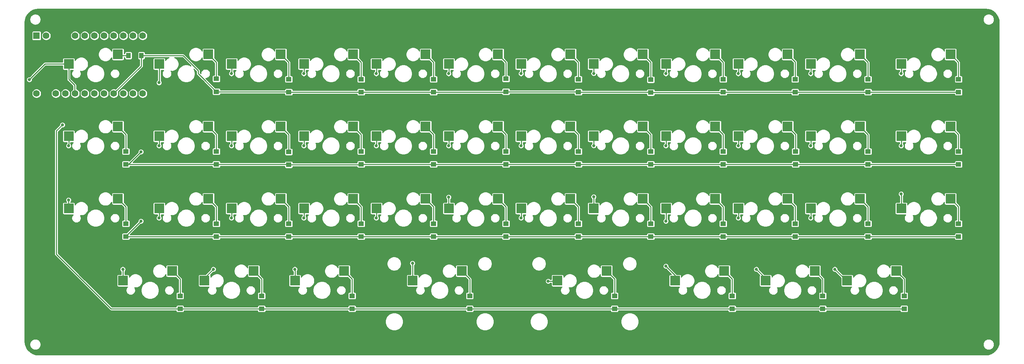
<source format=gbr>
G04 #@! TF.GenerationSoftware,KiCad,Pcbnew,5.1.10-88a1d61d58~88~ubuntu18.04.1*
G04 #@! TF.CreationDate,2022-03-10T08:37:21-06:00*
G04 #@! TF.ProjectId,keyboard,6b657962-6f61-4726-942e-6b696361645f,rev?*
G04 #@! TF.SameCoordinates,Original*
G04 #@! TF.FileFunction,Copper,L2,Bot*
G04 #@! TF.FilePolarity,Positive*
%FSLAX46Y46*%
G04 Gerber Fmt 4.6, Leading zero omitted, Abs format (unit mm)*
G04 Created by KiCad (PCBNEW 5.1.10-88a1d61d58~88~ubuntu18.04.1) date 2022-03-10 08:37:21*
%MOMM*%
%LPD*%
G01*
G04 APERTURE LIST*
G04 #@! TA.AperFunction,SMDPad,CuDef*
%ADD10R,2.550000X2.500000*%
G04 #@! TD*
G04 #@! TA.AperFunction,ComponentPad*
%ADD11C,1.752600*%
G04 #@! TD*
G04 #@! TA.AperFunction,ComponentPad*
%ADD12R,1.752600X1.752600*%
G04 #@! TD*
G04 #@! TA.AperFunction,SMDPad,CuDef*
%ADD13R,1.400000X1.200000*%
G04 #@! TD*
G04 #@! TA.AperFunction,SMDPad,CuDef*
%ADD14R,1.200000X1.400000*%
G04 #@! TD*
G04 #@! TA.AperFunction,ViaPad*
%ADD15C,0.800000*%
G04 #@! TD*
G04 #@! TA.AperFunction,Conductor*
%ADD16C,0.250000*%
G04 #@! TD*
G04 #@! TA.AperFunction,Conductor*
%ADD17C,0.254000*%
G04 #@! TD*
G04 #@! TA.AperFunction,Conductor*
%ADD18C,0.100000*%
G04 #@! TD*
G04 APERTURE END LIST*
D10*
X195536300Y-53653800D03*
X182609300Y-56193800D03*
X47908100Y-53653800D03*
X34981100Y-56193800D03*
X171725300Y-53653800D03*
X158798300Y-56193800D03*
X71719100Y-53653800D03*
X58792100Y-56193800D03*
X216966200Y-53653800D03*
X204039200Y-56193800D03*
X140771000Y-53653800D03*
X127844000Y-56193800D03*
X102673400Y-53653800D03*
X89746400Y-56193800D03*
X26478200Y-53653800D03*
X13551200Y-56193800D03*
X112197800Y-34605000D03*
X99270800Y-37145000D03*
X55051400Y-34605000D03*
X42124400Y-37145000D03*
X131246600Y-34605000D03*
X118319600Y-37145000D03*
X36002600Y-34605000D03*
X23075600Y-37145000D03*
X150295400Y-34605000D03*
X137368400Y-37145000D03*
X12191600Y-34605000D03*
X-735400Y-37145000D03*
X169344200Y-34605000D03*
X156417200Y-37145000D03*
X74100200Y-34605000D03*
X61173200Y-37145000D03*
X188393000Y-34605000D03*
X175466000Y-37145000D03*
X231252800Y-34605000D03*
X218325800Y-37145000D03*
X93149000Y-34605000D03*
X80222000Y-37145000D03*
X207441800Y-34605000D03*
X194514800Y-37145000D03*
X188393000Y-15556200D03*
X175466000Y-18096200D03*
X169344200Y-15556200D03*
X156417200Y-18096200D03*
X231252800Y-15556200D03*
X218325800Y-18096200D03*
X131246600Y-15556200D03*
X118319600Y-18096200D03*
X112197800Y-15556200D03*
X99270800Y-18096200D03*
X93149000Y-15556200D03*
X80222000Y-18096200D03*
X74100200Y-15556200D03*
X61173200Y-18096200D03*
X55051400Y-15556200D03*
X42124400Y-18096200D03*
X36002600Y-15556200D03*
X23075600Y-18096200D03*
X12191600Y-15556200D03*
X-735400Y-18096200D03*
X150295400Y-15556200D03*
X137368400Y-18096200D03*
X207441800Y-15556200D03*
X194514800Y-18096200D03*
X12191600Y3492600D03*
X-735400Y952600D03*
X36002600Y3492600D03*
X23075600Y952600D03*
X55051400Y3492600D03*
X42124400Y952600D03*
X74100200Y3492600D03*
X61173200Y952600D03*
X93149000Y3492600D03*
X80222000Y952600D03*
X112197800Y3492600D03*
X99270800Y952600D03*
X131246600Y3492600D03*
X118319600Y952600D03*
X150295400Y3492600D03*
X137368400Y952600D03*
X169344200Y3492600D03*
X156417200Y952600D03*
X188393000Y3492600D03*
X175466000Y952600D03*
X207441800Y3492600D03*
X194514800Y952600D03*
X231252800Y3492600D03*
X218325800Y952600D03*
D11*
X-9208200Y-6826300D03*
X18731800Y8413700D03*
X-6668200Y-6826300D03*
X-4128200Y-6826300D03*
X-1588200Y-6826300D03*
X951800Y-6826300D03*
X3491800Y-6826300D03*
X6031800Y-6826300D03*
X8571800Y-6826300D03*
X11111800Y-6826300D03*
X13651800Y-6826300D03*
X16191800Y-6826300D03*
X18731800Y-6826300D03*
X16191800Y8413700D03*
X13651800Y8413700D03*
X11111800Y8413700D03*
X8571800Y8413700D03*
X6031800Y8413700D03*
X3491800Y8413700D03*
X951800Y8413700D03*
X-1588200Y8413700D03*
X-4128200Y8413700D03*
X-6668200Y8413700D03*
D12*
X-9208200Y8413700D03*
D13*
X50003100Y-63608600D03*
X50003100Y-60208600D03*
X219061200Y-63608600D03*
X219061200Y-60208600D03*
X197631300Y-63608600D03*
X197631300Y-60208600D03*
X173820300Y-63608600D03*
X173820300Y-60208600D03*
X142866000Y-63608600D03*
X142866000Y-60208600D03*
X104768400Y-63608600D03*
X104768400Y-60208600D03*
X28573200Y-63608600D03*
X28573200Y-60208600D03*
X73814100Y-63608600D03*
X73814100Y-60208600D03*
X95244000Y-44559800D03*
X95244000Y-41159800D03*
X76195200Y-44559800D03*
X76195200Y-41159800D03*
X114292800Y-44559800D03*
X114292800Y-41159800D03*
X57146400Y-44559800D03*
X57146400Y-41159800D03*
X133341600Y-44559800D03*
X133341600Y-41159800D03*
X233347800Y-44559800D03*
X233347800Y-41159800D03*
X38097600Y-44559800D03*
X38097600Y-41159800D03*
X152390400Y-44559800D03*
X152390400Y-41159800D03*
X14286600Y-44559800D03*
X14286600Y-41159800D03*
X209536800Y-44559800D03*
X209536800Y-41159800D03*
X171439200Y-44559800D03*
X171439200Y-41159800D03*
X190375400Y-44559800D03*
X190375400Y-41159800D03*
X233347800Y-25511000D03*
X233347800Y-22111000D03*
X209536800Y-25511000D03*
X209536800Y-22111000D03*
X133341600Y-25511000D03*
X133341600Y-22111000D03*
X190488000Y-25511000D03*
X190488000Y-22111000D03*
X95244000Y-25511000D03*
X95244000Y-22111000D03*
X14286600Y-25511000D03*
X14286600Y-22111000D03*
X38097600Y-25511000D03*
X38097600Y-22111000D03*
X152390400Y-25511000D03*
X152390400Y-22111000D03*
X171439200Y-25511000D03*
X171439200Y-22111000D03*
X114292800Y-25511000D03*
X114292800Y-22111000D03*
X57146400Y-25623600D03*
X57146400Y-22223600D03*
X76195200Y-25511000D03*
X76195200Y-22111000D03*
D14*
X18367700Y3174800D03*
X14967700Y3174800D03*
D13*
X38097600Y-6349600D03*
X38097600Y-2949600D03*
X57146400Y-6462200D03*
X57146400Y-3062200D03*
X76195200Y-6462200D03*
X76195200Y-3062200D03*
X95244000Y-6462200D03*
X95244000Y-3062200D03*
X133341600Y-6462200D03*
X133341600Y-3062200D03*
X152390400Y-6574800D03*
X152390400Y-3174800D03*
X171439200Y-6462200D03*
X171439200Y-3062200D03*
X190375400Y-6462200D03*
X190375400Y-3062200D03*
X233347800Y-6462200D03*
X233347800Y-3062200D03*
X209536800Y-6462200D03*
X209536800Y-3062200D03*
X114292800Y-6349600D03*
X114292800Y-2949600D03*
D15*
X18255100Y-22223600D03*
X18255100Y-40478700D03*
X-2381100Y-15080300D03*
X194456500Y-1587400D03*
X200806100Y-53177900D03*
X194456500Y-39685000D03*
X194456500Y-20636200D03*
X23017300Y-3968500D03*
X13492900Y-53177900D03*
X23017300Y-39685000D03*
X23017300Y-20636200D03*
X42066100Y-1587400D03*
X37303900Y-53177900D03*
X42066100Y-39685000D03*
X42066100Y-20636200D03*
X61114900Y-1587400D03*
X58733800Y-53177900D03*
X61114900Y-39685000D03*
X61114900Y-20636200D03*
X80163700Y-1587400D03*
X89688100Y-51590500D03*
X80163700Y-39685000D03*
X80163700Y-20636200D03*
X99212500Y-1587400D03*
X99212500Y-34129100D03*
X99212500Y-20636200D03*
X118261300Y-1587400D03*
X125404600Y-56352700D03*
X118261300Y-39685000D03*
X118261300Y-20636200D03*
X137368400Y-1529100D03*
X137368400Y-34070800D03*
X137368400Y-20577900D03*
X156358900Y-1587400D03*
X156358900Y-52384200D03*
X156358900Y-40478700D03*
X156358900Y-20636200D03*
X175407700Y-1587400D03*
X180169900Y-53177900D03*
X175407700Y-39685000D03*
X175407700Y-20636200D03*
X218267500Y-33335400D03*
X218267500Y-1587400D03*
X218267500Y-20636200D03*
X-11111800Y-3174800D03*
X-793700Y-34922800D03*
X-793700Y-20636200D03*
D16*
X12509400Y3174800D02*
X12191600Y3492600D01*
X14967700Y3174800D02*
X12509400Y3174800D01*
X38097600Y1397600D02*
X38097600Y-2949600D01*
X36002600Y3492600D02*
X38097600Y1397600D01*
X57146400Y1397600D02*
X57146400Y-3062200D01*
X55051400Y3492600D02*
X57146400Y1397600D01*
X76195200Y1397600D02*
X76195200Y-3062200D01*
X74100200Y3492600D02*
X76195200Y1397600D01*
X95244000Y1397600D02*
X95244000Y-3062200D01*
X93149000Y3492600D02*
X95244000Y1397600D01*
X114292800Y1397600D02*
X114292800Y-2949600D01*
X112197800Y3492600D02*
X114292800Y1397600D01*
X133341600Y1397600D02*
X133341600Y-3062200D01*
X131246600Y3492600D02*
X133341600Y1397600D01*
X152390400Y1397600D02*
X152390400Y-3174800D01*
X150295400Y3492600D02*
X152390400Y1397600D01*
X171439200Y1397600D02*
X171439200Y-3062200D01*
X169344200Y3492600D02*
X171439200Y1397600D01*
X190375400Y1510200D02*
X190375400Y-3062200D01*
X188393000Y3492600D02*
X190375400Y1510200D01*
X209536800Y1397600D02*
X209536800Y-3062200D01*
X207441800Y3492600D02*
X209536800Y1397600D01*
X233347800Y1397600D02*
X233347800Y-3062200D01*
X231252800Y3492600D02*
X233347800Y1397600D01*
X14286600Y-17651200D02*
X14286600Y-22111000D01*
X12191600Y-15556200D02*
X14286600Y-17651200D01*
X38097600Y-17651200D02*
X38097600Y-22111000D01*
X36002600Y-15556200D02*
X38097600Y-17651200D01*
X57146400Y-17651200D02*
X57146400Y-22223600D01*
X55051400Y-15556200D02*
X57146400Y-17651200D01*
X76195200Y-17651200D02*
X76195200Y-22111000D01*
X74100200Y-15556200D02*
X76195200Y-17651200D01*
X95244000Y-17651200D02*
X95244000Y-22111000D01*
X93149000Y-15556200D02*
X95244000Y-17651200D01*
X114292800Y-17651200D02*
X114292800Y-22111000D01*
X112197800Y-15556200D02*
X114292800Y-17651200D01*
X133341600Y-17651200D02*
X133341600Y-22111000D01*
X131246600Y-15556200D02*
X133341600Y-17651200D01*
X152390400Y-17651200D02*
X152390400Y-22111000D01*
X150295400Y-15556200D02*
X152390400Y-17651200D01*
X171439200Y-17651200D02*
X171439200Y-22111000D01*
X169344200Y-15556200D02*
X171439200Y-17651200D01*
X190488000Y-17651200D02*
X190488000Y-22111000D01*
X188393000Y-15556200D02*
X190488000Y-17651200D01*
X209536800Y-17651200D02*
X209536800Y-22111000D01*
X207441800Y-15556200D02*
X209536800Y-17651200D01*
X233347800Y-17651200D02*
X233347800Y-22111000D01*
X231252800Y-15556200D02*
X233347800Y-17651200D01*
X14286600Y-36700000D02*
X14286600Y-41159800D01*
X12191600Y-34605000D02*
X14286600Y-36700000D01*
X38097600Y-36700000D02*
X38097600Y-41159800D01*
X36002600Y-34605000D02*
X38097600Y-36700000D01*
X57146400Y-36700000D02*
X57146400Y-41159800D01*
X55051400Y-34605000D02*
X57146400Y-36700000D01*
X76195200Y-36700000D02*
X76195200Y-41159800D01*
X74100200Y-34605000D02*
X76195200Y-36700000D01*
X95244000Y-36700000D02*
X95244000Y-41159800D01*
X93149000Y-34605000D02*
X95244000Y-36700000D01*
X114292800Y-36700000D02*
X114292800Y-41159800D01*
X112197800Y-34605000D02*
X114292800Y-36700000D01*
X133341600Y-36700000D02*
X133341600Y-41159800D01*
X131246600Y-34605000D02*
X133341600Y-36700000D01*
X152390400Y-36700000D02*
X152390400Y-41159800D01*
X150295400Y-34605000D02*
X152390400Y-36700000D01*
X171439200Y-36700000D02*
X171439200Y-41159800D01*
X169344200Y-34605000D02*
X171439200Y-36700000D01*
X190375400Y-36587400D02*
X190375400Y-41159800D01*
X188393000Y-34605000D02*
X190375400Y-36587400D01*
X209536800Y-36700000D02*
X209536800Y-41159800D01*
X207441800Y-34605000D02*
X209536800Y-36700000D01*
X233347800Y-36700000D02*
X233347800Y-41159800D01*
X231252800Y-34605000D02*
X233347800Y-36700000D01*
X28573200Y-55748800D02*
X28573200Y-60208600D01*
X26478200Y-53653800D02*
X28573200Y-55748800D01*
X50003100Y-55748800D02*
X50003100Y-60208600D01*
X47908100Y-53653800D02*
X50003100Y-55748800D01*
X73814100Y-55748800D02*
X73814100Y-60208600D01*
X71719100Y-53653800D02*
X73814100Y-55748800D01*
X104768400Y-55748800D02*
X104768400Y-60208600D01*
X102673400Y-53653800D02*
X104768400Y-55748800D01*
X142866000Y-55748800D02*
X142866000Y-60208600D01*
X140771000Y-53653800D02*
X142866000Y-55748800D01*
X173820300Y-55748800D02*
X173820300Y-60208600D01*
X171725300Y-53653800D02*
X173820300Y-55748800D01*
X197631300Y-55748800D02*
X197631300Y-60208600D01*
X195536300Y-53653800D02*
X197631300Y-55748800D01*
X216966200Y-53653800D02*
X218267500Y-54955100D01*
X219061200Y-55748800D02*
X219061200Y-60208600D01*
X216966200Y-53653800D02*
X219061200Y-55748800D01*
X34922800Y-3174800D02*
X38097600Y-6349600D01*
X29366900Y3174800D02*
X33335400Y-793700D01*
X18367700Y3174800D02*
X29366900Y3174800D01*
X33335400Y-1587400D02*
X34922800Y-3174800D01*
X33335400Y-793700D02*
X33335400Y-1587400D01*
X57033800Y-6349600D02*
X57146400Y-6462200D01*
X38097600Y-6349600D02*
X57033800Y-6349600D01*
X57146400Y-6462200D02*
X76195200Y-6462200D01*
X76195200Y-6462200D02*
X95244000Y-6462200D01*
X114180200Y-6462200D02*
X114292800Y-6349600D01*
X95244000Y-6462200D02*
X114180200Y-6462200D01*
X133229000Y-6349600D02*
X133341600Y-6462200D01*
X114292800Y-6349600D02*
X133229000Y-6349600D01*
X152277800Y-6462200D02*
X152390400Y-6574800D01*
X133341600Y-6462200D02*
X152277800Y-6462200D01*
X171326600Y-6574800D02*
X171439200Y-6462200D01*
X152390400Y-6574800D02*
X171326600Y-6574800D01*
X171439200Y-6462200D02*
X190375400Y-6462200D01*
X190375400Y-6462200D02*
X209536800Y-6462200D01*
X209536800Y-6462200D02*
X233347800Y-6462200D01*
X18367700Y429600D02*
X11111800Y-6826300D01*
X18367700Y3174800D02*
X18367700Y429600D01*
X14286600Y-25511000D02*
X38097600Y-25511000D01*
X57033800Y-25511000D02*
X57146400Y-25623600D01*
X38097600Y-25511000D02*
X57033800Y-25511000D01*
X76082600Y-25623600D02*
X76195200Y-25511000D01*
X57146400Y-25623600D02*
X76082600Y-25623600D01*
X76195200Y-25511000D02*
X95244000Y-25511000D01*
X95244000Y-25511000D02*
X114292800Y-25511000D01*
X114292800Y-25511000D02*
X133341600Y-25511000D01*
X133341600Y-25511000D02*
X152390400Y-25511000D01*
X152390400Y-25511000D02*
X171439200Y-25511000D01*
X171439200Y-25511000D02*
X190488000Y-25511000D01*
X190488000Y-25511000D02*
X209536800Y-25511000D01*
X209536800Y-25511000D02*
X233347800Y-25511000D01*
X14967700Y-25511000D02*
X18255100Y-22223600D01*
X14286600Y-25511000D02*
X14967700Y-25511000D01*
X8730700Y-6985200D02*
X8571800Y-6826300D01*
X14286600Y-44559800D02*
X38097600Y-44559800D01*
X38097600Y-44559800D02*
X57146400Y-44559800D01*
X57146400Y-44559800D02*
X76195200Y-44559800D01*
X76195200Y-44559800D02*
X95244000Y-44559800D01*
X95244000Y-44559800D02*
X114292800Y-44559800D01*
X114292800Y-44559800D02*
X133341600Y-44559800D01*
X133341600Y-44559800D02*
X152390400Y-44559800D01*
X152390400Y-44559800D02*
X171439200Y-44559800D01*
X171439200Y-44559800D02*
X190375400Y-44559800D01*
X190375400Y-44559800D02*
X209536800Y-44559800D01*
X209536800Y-44559800D02*
X233347800Y-44559800D01*
X14286600Y-44447200D02*
X18255100Y-40478700D01*
X14286600Y-44559800D02*
X14286600Y-44447200D01*
X28573200Y-63608600D02*
X50684200Y-63608600D01*
X50003100Y-63608600D02*
X73814100Y-63608600D01*
X73814100Y-63608600D02*
X104768400Y-63608600D01*
X104768400Y-63608600D02*
X142866000Y-63608600D01*
X142866000Y-63608600D02*
X173820300Y-63608600D01*
X173820300Y-63608600D02*
X197631300Y-63608600D01*
X197631300Y-63608600D02*
X219061200Y-63608600D01*
X28573200Y-63608600D02*
X10430700Y-63608600D01*
X10430700Y-63608600D02*
X-3968500Y-49209400D01*
X-3968500Y-16667700D02*
X-2381100Y-15080300D01*
X-3968500Y-49209400D02*
X-3968500Y-16667700D01*
X194514800Y-1529100D02*
X194456500Y-1587400D01*
X194514800Y952600D02*
X194514800Y-1529100D01*
X203822000Y-56193800D02*
X200806100Y-53177900D01*
X204039200Y-56193800D02*
X203822000Y-56193800D01*
X194514800Y-39626700D02*
X194456500Y-39685000D01*
X194514800Y-37145000D02*
X194514800Y-39626700D01*
X194514800Y-20577900D02*
X194456500Y-20636200D01*
X194514800Y-18096200D02*
X194514800Y-20577900D01*
X23075600Y-3910200D02*
X23017300Y-3968500D01*
X23075600Y952600D02*
X23075600Y-3910200D01*
X13492900Y-56135500D02*
X13551200Y-56193800D01*
X13492900Y-53177900D02*
X13492900Y-56135500D01*
X23075600Y-39626700D02*
X23017300Y-39685000D01*
X23075600Y-37145000D02*
X23075600Y-39626700D01*
X23075600Y-20577900D02*
X23017300Y-20636200D01*
X23075600Y-18096200D02*
X23075600Y-20577900D01*
X42124400Y-1529100D02*
X42066100Y-1587400D01*
X42124400Y952600D02*
X42124400Y-1529100D01*
X34981100Y-55500700D02*
X37303900Y-53177900D01*
X34981100Y-56193800D02*
X34981100Y-55500700D01*
X42124400Y-39626700D02*
X42066100Y-39685000D01*
X42124400Y-37145000D02*
X42124400Y-39626700D01*
X42124400Y-20577900D02*
X42066100Y-20636200D01*
X42124400Y-18096200D02*
X42124400Y-20577900D01*
X61173200Y-1529100D02*
X61114900Y-1587400D01*
X61173200Y952600D02*
X61173200Y-1529100D01*
X58792100Y-53236200D02*
X58733800Y-53177900D01*
X58792100Y-56193800D02*
X58792100Y-53236200D01*
X61173200Y-39626700D02*
X61114900Y-39685000D01*
X61173200Y-37145000D02*
X61173200Y-39626700D01*
X61173200Y-20577900D02*
X61114900Y-20636200D01*
X61173200Y-18096200D02*
X61173200Y-20577900D01*
X80222000Y-1529100D02*
X80163700Y-1587400D01*
X80222000Y952600D02*
X80222000Y-1529100D01*
X89746400Y-51648800D02*
X89688100Y-51590500D01*
X89746400Y-56193800D02*
X89746400Y-51648800D01*
X80222000Y-39626700D02*
X80163700Y-39685000D01*
X80222000Y-37145000D02*
X80222000Y-39626700D01*
X80222000Y-20577900D02*
X80163700Y-20636200D01*
X80222000Y-18096200D02*
X80222000Y-20577900D01*
X99270800Y-1529100D02*
X99212500Y-1587400D01*
X99270800Y952600D02*
X99270800Y-1529100D01*
X99212500Y-37086700D02*
X99270800Y-37145000D01*
X99212500Y-34129100D02*
X99212500Y-37086700D01*
X99270800Y-20577900D02*
X99212500Y-20636200D01*
X99270800Y-18096200D02*
X99270800Y-20577900D01*
X118319600Y-1529100D02*
X118261300Y-1587400D01*
X118319600Y952600D02*
X118319600Y-1529100D01*
X127685100Y-56352700D02*
X127844000Y-56193800D01*
X125404600Y-56352700D02*
X127685100Y-56352700D01*
X118319600Y-39626700D02*
X118261300Y-39685000D01*
X118319600Y-37145000D02*
X118319600Y-39626700D01*
X118319600Y-20577900D02*
X118261300Y-20636200D01*
X118319600Y-18096200D02*
X118319600Y-20577900D01*
X137368400Y952600D02*
X137368400Y-1529100D01*
X137368400Y-37145000D02*
X137368400Y-34070800D01*
X137368400Y-18096200D02*
X137368400Y-20577900D01*
X156417200Y-1529100D02*
X156358900Y-1587400D01*
X156417200Y952600D02*
X156417200Y-1529100D01*
X158798300Y-54823600D02*
X156358900Y-52384200D01*
X158798300Y-56193800D02*
X158798300Y-54823600D01*
X156417200Y-40420400D02*
X156358900Y-40478700D01*
X156417200Y-37145000D02*
X156417200Y-40420400D01*
X156417200Y-20577900D02*
X156358900Y-20636200D01*
X156417200Y-18096200D02*
X156417200Y-20577900D01*
X175466000Y-1529100D02*
X175407700Y-1587400D01*
X175466000Y952600D02*
X175466000Y-1529100D01*
X182609300Y-55617300D02*
X182609300Y-56193800D01*
X180169900Y-53177900D02*
X182609300Y-55617300D01*
X175466000Y-39626700D02*
X175407700Y-39685000D01*
X175466000Y-37145000D02*
X175466000Y-39626700D01*
X175466000Y-20577900D02*
X175407700Y-20636200D01*
X175466000Y-18096200D02*
X175466000Y-20577900D01*
X218325800Y-33393700D02*
X218267500Y-33335400D01*
X218325800Y-37145000D02*
X218325800Y-33393700D01*
X218325800Y-1529100D02*
X218267500Y-1587400D01*
X218325800Y952600D02*
X218325800Y-1529100D01*
X218325800Y-20577900D02*
X218267500Y-20636200D01*
X218325800Y-18096200D02*
X218325800Y-20577900D01*
X-735400Y952600D02*
X-735400Y58300D01*
X-735400Y952600D02*
X-6984400Y952600D01*
X-6984400Y952600D02*
X-11111800Y-3174800D01*
X-793700Y-37086700D02*
X-735400Y-37145000D01*
X-793700Y-34922800D02*
X-793700Y-37086700D01*
X-735400Y-20577900D02*
X-793700Y-20636200D01*
X-735400Y-18096200D02*
X-735400Y-20577900D01*
X-735400Y952600D02*
X-735400Y-3116500D01*
X-735400Y-3116500D02*
X793700Y-4645600D01*
X793700Y-4645600D02*
X793700Y-5555900D01*
X793700Y-6668200D02*
X951800Y-6826300D01*
X793700Y-4645600D02*
X793700Y-6668200D01*
D17*
X241178584Y15377544D02*
X241839878Y15177888D01*
X242449803Y14853585D01*
X242985120Y14416990D01*
X243425438Y13884738D01*
X243753991Y13277092D01*
X243958259Y12617207D01*
X244032582Y11910076D01*
X244032600Y11904860D01*
X244032601Y8751687D01*
X244032600Y8751677D01*
X244032601Y-72205808D01*
X243963144Y-72914184D01*
X243763488Y-73575476D01*
X243439183Y-74185406D01*
X243002591Y-74720720D01*
X242470336Y-75161040D01*
X241862694Y-75489590D01*
X241202807Y-75693859D01*
X240495676Y-75768182D01*
X240490462Y-75768200D01*
X-8709818Y-75768200D01*
X-9418184Y-75698744D01*
X-10079476Y-75499088D01*
X-10689406Y-75174783D01*
X-11224720Y-74738191D01*
X-11665040Y-74205936D01*
X-11993590Y-73598294D01*
X-12197859Y-72938407D01*
X-12204530Y-72874928D01*
X-11001400Y-72874928D01*
X-11001400Y-73165872D01*
X-10944640Y-73451225D01*
X-10833301Y-73720022D01*
X-10671661Y-73961933D01*
X-10465933Y-74167661D01*
X-10224022Y-74329301D01*
X-9955225Y-74440640D01*
X-9669872Y-74497400D01*
X-9378928Y-74497400D01*
X-9093575Y-74440640D01*
X-8824778Y-74329301D01*
X-8582867Y-74167661D01*
X-8377139Y-73961933D01*
X-8215499Y-73720022D01*
X-8104160Y-73451225D01*
X-8047400Y-73165872D01*
X-8047400Y-72874928D01*
X239807800Y-72874928D01*
X239807800Y-73165872D01*
X239864560Y-73451225D01*
X239975899Y-73720022D01*
X240137539Y-73961933D01*
X240343267Y-74167661D01*
X240585178Y-74329301D01*
X240853975Y-74440640D01*
X241139328Y-74497400D01*
X241430272Y-74497400D01*
X241715625Y-74440640D01*
X241984422Y-74329301D01*
X242226333Y-74167661D01*
X242432061Y-73961933D01*
X242593701Y-73720022D01*
X242705040Y-73451225D01*
X242761800Y-73165872D01*
X242761800Y-72874928D01*
X242705040Y-72589575D01*
X242593701Y-72320778D01*
X242432061Y-72078867D01*
X242226333Y-71873139D01*
X241984422Y-71711499D01*
X241715625Y-71600160D01*
X241430272Y-71543400D01*
X241139328Y-71543400D01*
X240853975Y-71600160D01*
X240585178Y-71711499D01*
X240343267Y-71873139D01*
X240137539Y-72078867D01*
X239975899Y-72320778D01*
X239864560Y-72589575D01*
X239807800Y-72874928D01*
X-8047400Y-72874928D01*
X-8104160Y-72589575D01*
X-8215499Y-72320778D01*
X-8377139Y-72078867D01*
X-8582867Y-71873139D01*
X-8824778Y-71711499D01*
X-9093575Y-71600160D01*
X-9378928Y-71543400D01*
X-9669872Y-71543400D01*
X-9955225Y-71600160D01*
X-10224022Y-71711499D01*
X-10465933Y-71873139D01*
X-10671661Y-72078867D01*
X-10833301Y-72320778D01*
X-10944640Y-72589575D01*
X-11001400Y-72874928D01*
X-12204530Y-72874928D01*
X-12272182Y-72231276D01*
X-12272200Y-72226062D01*
X-12272200Y-66755287D01*
X82522500Y-66755287D01*
X82522500Y-67222313D01*
X82613612Y-67680366D01*
X82792335Y-68111842D01*
X83051802Y-68500161D01*
X83382039Y-68830398D01*
X83770358Y-69089865D01*
X84201834Y-69268588D01*
X84659887Y-69359700D01*
X85126913Y-69359700D01*
X85584966Y-69268588D01*
X86016442Y-69089865D01*
X86404761Y-68830398D01*
X86734998Y-68500161D01*
X86994465Y-68111842D01*
X87173188Y-67680366D01*
X87264300Y-67222313D01*
X87264300Y-66755287D01*
X106398500Y-66755287D01*
X106398500Y-67222313D01*
X106489612Y-67680366D01*
X106668335Y-68111842D01*
X106927802Y-68500161D01*
X107258039Y-68830398D01*
X107646358Y-69089865D01*
X108077834Y-69268588D01*
X108535887Y-69359700D01*
X109002913Y-69359700D01*
X109460966Y-69268588D01*
X109892442Y-69089865D01*
X110280761Y-68830398D01*
X110610998Y-68500161D01*
X110870465Y-68111842D01*
X111049188Y-67680366D01*
X111140300Y-67222313D01*
X111140300Y-66755287D01*
X120620100Y-66755287D01*
X120620100Y-67222313D01*
X120711212Y-67680366D01*
X120889935Y-68111842D01*
X121149402Y-68500161D01*
X121479639Y-68830398D01*
X121867958Y-69089865D01*
X122299434Y-69268588D01*
X122757487Y-69359700D01*
X123224513Y-69359700D01*
X123682566Y-69268588D01*
X124114042Y-69089865D01*
X124502361Y-68830398D01*
X124832598Y-68500161D01*
X125092065Y-68111842D01*
X125270788Y-67680366D01*
X125361900Y-67222313D01*
X125361900Y-66755287D01*
X144496100Y-66755287D01*
X144496100Y-67222313D01*
X144587212Y-67680366D01*
X144765935Y-68111842D01*
X145025402Y-68500161D01*
X145355639Y-68830398D01*
X145743958Y-69089865D01*
X146175434Y-69268588D01*
X146633487Y-69359700D01*
X147100513Y-69359700D01*
X147558566Y-69268588D01*
X147990042Y-69089865D01*
X148378361Y-68830398D01*
X148708598Y-68500161D01*
X148968065Y-68111842D01*
X149146788Y-67680366D01*
X149237900Y-67222313D01*
X149237900Y-66755287D01*
X149146788Y-66297234D01*
X148968065Y-65865758D01*
X148708598Y-65477439D01*
X148378361Y-65147202D01*
X147990042Y-64887735D01*
X147558566Y-64709012D01*
X147100513Y-64617900D01*
X146633487Y-64617900D01*
X146175434Y-64709012D01*
X145743958Y-64887735D01*
X145355639Y-65147202D01*
X145025402Y-65477439D01*
X144765935Y-65865758D01*
X144587212Y-66297234D01*
X144496100Y-66755287D01*
X125361900Y-66755287D01*
X125270788Y-66297234D01*
X125092065Y-65865758D01*
X124832598Y-65477439D01*
X124502361Y-65147202D01*
X124114042Y-64887735D01*
X123682566Y-64709012D01*
X123224513Y-64617900D01*
X122757487Y-64617900D01*
X122299434Y-64709012D01*
X121867958Y-64887735D01*
X121479639Y-65147202D01*
X121149402Y-65477439D01*
X120889935Y-65865758D01*
X120711212Y-66297234D01*
X120620100Y-66755287D01*
X111140300Y-66755287D01*
X111049188Y-66297234D01*
X110870465Y-65865758D01*
X110610998Y-65477439D01*
X110280761Y-65147202D01*
X109892442Y-64887735D01*
X109460966Y-64709012D01*
X109002913Y-64617900D01*
X108535887Y-64617900D01*
X108077834Y-64709012D01*
X107646358Y-64887735D01*
X107258039Y-65147202D01*
X106927802Y-65477439D01*
X106668335Y-65865758D01*
X106489612Y-66297234D01*
X106398500Y-66755287D01*
X87264300Y-66755287D01*
X87173188Y-66297234D01*
X86994465Y-65865758D01*
X86734998Y-65477439D01*
X86404761Y-65147202D01*
X86016442Y-64887735D01*
X85584966Y-64709012D01*
X85126913Y-64617900D01*
X84659887Y-64617900D01*
X84201834Y-64709012D01*
X83770358Y-64887735D01*
X83382039Y-65147202D01*
X83051802Y-65477439D01*
X82792335Y-65865758D01*
X82613612Y-66297234D01*
X82522500Y-66755287D01*
X-12272200Y-66755287D01*
X-12272200Y-16667700D01*
X-4472927Y-16667700D01*
X-4470499Y-16692353D01*
X-4470500Y-49184757D01*
X-4472927Y-49209400D01*
X-4470500Y-49234043D01*
X-4470500Y-49234052D01*
X-4463236Y-49307808D01*
X-4434531Y-49402435D01*
X-4387917Y-49489645D01*
X-4325184Y-49566084D01*
X-4306032Y-49581802D01*
X10058303Y-63946138D01*
X10074016Y-63965284D01*
X10150455Y-64028017D01*
X10237664Y-64074631D01*
X10332291Y-64103336D01*
X10406047Y-64110600D01*
X10406057Y-64110600D01*
X10430700Y-64113027D01*
X10455343Y-64110600D01*
X27494376Y-64110600D01*
X27494376Y-64208600D01*
X27501655Y-64282505D01*
X27523212Y-64353570D01*
X27558219Y-64419063D01*
X27605331Y-64476469D01*
X27662737Y-64523581D01*
X27728230Y-64558588D01*
X27799295Y-64580145D01*
X27873200Y-64587424D01*
X29273200Y-64587424D01*
X29347105Y-64580145D01*
X29418170Y-64558588D01*
X29483663Y-64523581D01*
X29541069Y-64476469D01*
X29588181Y-64419063D01*
X29623188Y-64353570D01*
X29644745Y-64282505D01*
X29652024Y-64208600D01*
X29652024Y-64110600D01*
X48924276Y-64110600D01*
X48924276Y-64208600D01*
X48931555Y-64282505D01*
X48953112Y-64353570D01*
X48988119Y-64419063D01*
X49035231Y-64476469D01*
X49092637Y-64523581D01*
X49158130Y-64558588D01*
X49229195Y-64580145D01*
X49303100Y-64587424D01*
X50703100Y-64587424D01*
X50777005Y-64580145D01*
X50848070Y-64558588D01*
X50913563Y-64523581D01*
X50970969Y-64476469D01*
X51018081Y-64419063D01*
X51053088Y-64353570D01*
X51074645Y-64282505D01*
X51081924Y-64208600D01*
X51081924Y-64110600D01*
X72735276Y-64110600D01*
X72735276Y-64208600D01*
X72742555Y-64282505D01*
X72764112Y-64353570D01*
X72799119Y-64419063D01*
X72846231Y-64476469D01*
X72903637Y-64523581D01*
X72969130Y-64558588D01*
X73040195Y-64580145D01*
X73114100Y-64587424D01*
X74514100Y-64587424D01*
X74588005Y-64580145D01*
X74659070Y-64558588D01*
X74724563Y-64523581D01*
X74781969Y-64476469D01*
X74829081Y-64419063D01*
X74864088Y-64353570D01*
X74885645Y-64282505D01*
X74892924Y-64208600D01*
X74892924Y-64110600D01*
X103689576Y-64110600D01*
X103689576Y-64208600D01*
X103696855Y-64282505D01*
X103718412Y-64353570D01*
X103753419Y-64419063D01*
X103800531Y-64476469D01*
X103857937Y-64523581D01*
X103923430Y-64558588D01*
X103994495Y-64580145D01*
X104068400Y-64587424D01*
X105468400Y-64587424D01*
X105542305Y-64580145D01*
X105613370Y-64558588D01*
X105678863Y-64523581D01*
X105736269Y-64476469D01*
X105783381Y-64419063D01*
X105818388Y-64353570D01*
X105839945Y-64282505D01*
X105847224Y-64208600D01*
X105847224Y-64110600D01*
X141787176Y-64110600D01*
X141787176Y-64208600D01*
X141794455Y-64282505D01*
X141816012Y-64353570D01*
X141851019Y-64419063D01*
X141898131Y-64476469D01*
X141955537Y-64523581D01*
X142021030Y-64558588D01*
X142092095Y-64580145D01*
X142166000Y-64587424D01*
X143566000Y-64587424D01*
X143639905Y-64580145D01*
X143710970Y-64558588D01*
X143776463Y-64523581D01*
X143833869Y-64476469D01*
X143880981Y-64419063D01*
X143915988Y-64353570D01*
X143937545Y-64282505D01*
X143944824Y-64208600D01*
X143944824Y-64110600D01*
X172741476Y-64110600D01*
X172741476Y-64208600D01*
X172748755Y-64282505D01*
X172770312Y-64353570D01*
X172805319Y-64419063D01*
X172852431Y-64476469D01*
X172909837Y-64523581D01*
X172975330Y-64558588D01*
X173046395Y-64580145D01*
X173120300Y-64587424D01*
X174520300Y-64587424D01*
X174594205Y-64580145D01*
X174665270Y-64558588D01*
X174730763Y-64523581D01*
X174788169Y-64476469D01*
X174835281Y-64419063D01*
X174870288Y-64353570D01*
X174891845Y-64282505D01*
X174899124Y-64208600D01*
X174899124Y-64110600D01*
X196552476Y-64110600D01*
X196552476Y-64208600D01*
X196559755Y-64282505D01*
X196581312Y-64353570D01*
X196616319Y-64419063D01*
X196663431Y-64476469D01*
X196720837Y-64523581D01*
X196786330Y-64558588D01*
X196857395Y-64580145D01*
X196931300Y-64587424D01*
X198331300Y-64587424D01*
X198405205Y-64580145D01*
X198476270Y-64558588D01*
X198541763Y-64523581D01*
X198599169Y-64476469D01*
X198646281Y-64419063D01*
X198681288Y-64353570D01*
X198702845Y-64282505D01*
X198710124Y-64208600D01*
X198710124Y-64110600D01*
X217982376Y-64110600D01*
X217982376Y-64208600D01*
X217989655Y-64282505D01*
X218011212Y-64353570D01*
X218046219Y-64419063D01*
X218093331Y-64476469D01*
X218150737Y-64523581D01*
X218216230Y-64558588D01*
X218287295Y-64580145D01*
X218361200Y-64587424D01*
X219761200Y-64587424D01*
X219835105Y-64580145D01*
X219906170Y-64558588D01*
X219971663Y-64523581D01*
X220029069Y-64476469D01*
X220076181Y-64419063D01*
X220111188Y-64353570D01*
X220132745Y-64282505D01*
X220140024Y-64208600D01*
X220140024Y-63008600D01*
X220132745Y-62934695D01*
X220111188Y-62863630D01*
X220076181Y-62798137D01*
X220029069Y-62740731D01*
X219971663Y-62693619D01*
X219906170Y-62658612D01*
X219835105Y-62637055D01*
X219761200Y-62629776D01*
X218361200Y-62629776D01*
X218287295Y-62637055D01*
X218216230Y-62658612D01*
X218150737Y-62693619D01*
X218093331Y-62740731D01*
X218046219Y-62798137D01*
X218011212Y-62863630D01*
X217989655Y-62934695D01*
X217982376Y-63008600D01*
X217982376Y-63106600D01*
X198710124Y-63106600D01*
X198710124Y-63008600D01*
X198702845Y-62934695D01*
X198681288Y-62863630D01*
X198646281Y-62798137D01*
X198599169Y-62740731D01*
X198541763Y-62693619D01*
X198476270Y-62658612D01*
X198405205Y-62637055D01*
X198331300Y-62629776D01*
X196931300Y-62629776D01*
X196857395Y-62637055D01*
X196786330Y-62658612D01*
X196720837Y-62693619D01*
X196663431Y-62740731D01*
X196616319Y-62798137D01*
X196581312Y-62863630D01*
X196559755Y-62934695D01*
X196552476Y-63008600D01*
X196552476Y-63106600D01*
X174899124Y-63106600D01*
X174899124Y-63008600D01*
X174891845Y-62934695D01*
X174870288Y-62863630D01*
X174835281Y-62798137D01*
X174788169Y-62740731D01*
X174730763Y-62693619D01*
X174665270Y-62658612D01*
X174594205Y-62637055D01*
X174520300Y-62629776D01*
X173120300Y-62629776D01*
X173046395Y-62637055D01*
X172975330Y-62658612D01*
X172909837Y-62693619D01*
X172852431Y-62740731D01*
X172805319Y-62798137D01*
X172770312Y-62863630D01*
X172748755Y-62934695D01*
X172741476Y-63008600D01*
X172741476Y-63106600D01*
X143944824Y-63106600D01*
X143944824Y-63008600D01*
X143937545Y-62934695D01*
X143915988Y-62863630D01*
X143880981Y-62798137D01*
X143833869Y-62740731D01*
X143776463Y-62693619D01*
X143710970Y-62658612D01*
X143639905Y-62637055D01*
X143566000Y-62629776D01*
X142166000Y-62629776D01*
X142092095Y-62637055D01*
X142021030Y-62658612D01*
X141955537Y-62693619D01*
X141898131Y-62740731D01*
X141851019Y-62798137D01*
X141816012Y-62863630D01*
X141794455Y-62934695D01*
X141787176Y-63008600D01*
X141787176Y-63106600D01*
X105847224Y-63106600D01*
X105847224Y-63008600D01*
X105839945Y-62934695D01*
X105818388Y-62863630D01*
X105783381Y-62798137D01*
X105736269Y-62740731D01*
X105678863Y-62693619D01*
X105613370Y-62658612D01*
X105542305Y-62637055D01*
X105468400Y-62629776D01*
X104068400Y-62629776D01*
X103994495Y-62637055D01*
X103923430Y-62658612D01*
X103857937Y-62693619D01*
X103800531Y-62740731D01*
X103753419Y-62798137D01*
X103718412Y-62863630D01*
X103696855Y-62934695D01*
X103689576Y-63008600D01*
X103689576Y-63106600D01*
X74892924Y-63106600D01*
X74892924Y-63008600D01*
X74885645Y-62934695D01*
X74864088Y-62863630D01*
X74829081Y-62798137D01*
X74781969Y-62740731D01*
X74724563Y-62693619D01*
X74659070Y-62658612D01*
X74588005Y-62637055D01*
X74514100Y-62629776D01*
X73114100Y-62629776D01*
X73040195Y-62637055D01*
X72969130Y-62658612D01*
X72903637Y-62693619D01*
X72846231Y-62740731D01*
X72799119Y-62798137D01*
X72764112Y-62863630D01*
X72742555Y-62934695D01*
X72735276Y-63008600D01*
X72735276Y-63106600D01*
X51081924Y-63106600D01*
X51081924Y-63008600D01*
X51074645Y-62934695D01*
X51053088Y-62863630D01*
X51018081Y-62798137D01*
X50970969Y-62740731D01*
X50913563Y-62693619D01*
X50848070Y-62658612D01*
X50777005Y-62637055D01*
X50703100Y-62629776D01*
X49303100Y-62629776D01*
X49229195Y-62637055D01*
X49158130Y-62658612D01*
X49092637Y-62693619D01*
X49035231Y-62740731D01*
X48988119Y-62798137D01*
X48953112Y-62863630D01*
X48931555Y-62934695D01*
X48924276Y-63008600D01*
X48924276Y-63106600D01*
X29652024Y-63106600D01*
X29652024Y-63008600D01*
X29644745Y-62934695D01*
X29623188Y-62863630D01*
X29588181Y-62798137D01*
X29541069Y-62740731D01*
X29483663Y-62693619D01*
X29418170Y-62658612D01*
X29347105Y-62637055D01*
X29273200Y-62629776D01*
X27873200Y-62629776D01*
X27799295Y-62637055D01*
X27728230Y-62658612D01*
X27662737Y-62693619D01*
X27605331Y-62740731D01*
X27558219Y-62798137D01*
X27523212Y-62863630D01*
X27501655Y-62934695D01*
X27494376Y-63008600D01*
X27494376Y-63106600D01*
X10638635Y-63106600D01*
X2475835Y-54943800D01*
X11897376Y-54943800D01*
X11897376Y-57443800D01*
X11904655Y-57517705D01*
X11926212Y-57588770D01*
X11961219Y-57654263D01*
X12008331Y-57711669D01*
X12065737Y-57758781D01*
X12131230Y-57793788D01*
X12202295Y-57815345D01*
X12276200Y-57822624D01*
X14696780Y-57822624D01*
X14583708Y-57935696D01*
X14446692Y-58140756D01*
X14352314Y-58368605D01*
X14304200Y-58610489D01*
X14304200Y-58857111D01*
X14352314Y-59098995D01*
X14446692Y-59326844D01*
X14583708Y-59531904D01*
X14758096Y-59706292D01*
X14963156Y-59843308D01*
X15191005Y-59937686D01*
X15432889Y-59985800D01*
X15679511Y-59985800D01*
X15921395Y-59937686D01*
X16149244Y-59843308D01*
X16354304Y-59706292D01*
X16528692Y-59531904D01*
X16665708Y-59326844D01*
X16760086Y-59098995D01*
X16808200Y-58857111D01*
X16808200Y-58610489D01*
X16786280Y-58500287D01*
X18265300Y-58500287D01*
X18265300Y-58967313D01*
X18356412Y-59425366D01*
X18535135Y-59856842D01*
X18794602Y-60245161D01*
X19124839Y-60575398D01*
X19513158Y-60834865D01*
X19944634Y-61013588D01*
X20402687Y-61104700D01*
X20869713Y-61104700D01*
X21327766Y-61013588D01*
X21759242Y-60834865D01*
X22147561Y-60575398D01*
X22477798Y-60245161D01*
X22737265Y-59856842D01*
X22915988Y-59425366D01*
X23007100Y-58967313D01*
X23007100Y-58610489D01*
X24464200Y-58610489D01*
X24464200Y-58857111D01*
X24512314Y-59098995D01*
X24606692Y-59326844D01*
X24743708Y-59531904D01*
X24918096Y-59706292D01*
X25123156Y-59843308D01*
X25351005Y-59937686D01*
X25592889Y-59985800D01*
X25839511Y-59985800D01*
X26081395Y-59937686D01*
X26309244Y-59843308D01*
X26514304Y-59706292D01*
X26688692Y-59531904D01*
X26825708Y-59326844D01*
X26920086Y-59098995D01*
X26968200Y-58857111D01*
X26968200Y-58610489D01*
X26920086Y-58368605D01*
X26825708Y-58140756D01*
X26688692Y-57935696D01*
X26514304Y-57761308D01*
X26309244Y-57624292D01*
X26081395Y-57529914D01*
X25839511Y-57481800D01*
X25592889Y-57481800D01*
X25351005Y-57529914D01*
X25123156Y-57624292D01*
X24918096Y-57761308D01*
X24743708Y-57935696D01*
X24606692Y-58140756D01*
X24512314Y-58368605D01*
X24464200Y-58610489D01*
X23007100Y-58610489D01*
X23007100Y-58500287D01*
X22915988Y-58042234D01*
X22737265Y-57610758D01*
X22477798Y-57222439D01*
X22147561Y-56892202D01*
X21759242Y-56632735D01*
X21327766Y-56454012D01*
X20869713Y-56362900D01*
X20402687Y-56362900D01*
X19944634Y-56454012D01*
X19513158Y-56632735D01*
X19124839Y-56892202D01*
X18794602Y-57222439D01*
X18535135Y-57610758D01*
X18356412Y-58042234D01*
X18265300Y-58500287D01*
X16786280Y-58500287D01*
X16760086Y-58368605D01*
X16665708Y-58140756D01*
X16615537Y-58065669D01*
X16641332Y-58070800D01*
X17011068Y-58070800D01*
X17373701Y-57998668D01*
X17715293Y-57857176D01*
X18022718Y-57651761D01*
X18284161Y-57390318D01*
X18489576Y-57082893D01*
X18631068Y-56741301D01*
X18703200Y-56378668D01*
X18703200Y-56008932D01*
X18631068Y-55646299D01*
X18489576Y-55304707D01*
X18284161Y-54997282D01*
X18022718Y-54735839D01*
X17715293Y-54530424D01*
X17373701Y-54388932D01*
X17011068Y-54316800D01*
X16641332Y-54316800D01*
X16278699Y-54388932D01*
X15937107Y-54530424D01*
X15629682Y-54735839D01*
X15368239Y-54997282D01*
X15205024Y-55241550D01*
X15205024Y-54943800D01*
X15197745Y-54869895D01*
X15176188Y-54798830D01*
X15141181Y-54733337D01*
X15094069Y-54675931D01*
X15036663Y-54628819D01*
X14971170Y-54593812D01*
X14900105Y-54572255D01*
X14826200Y-54564976D01*
X13994900Y-54564976D01*
X13994900Y-53774745D01*
X14096436Y-53673209D01*
X14181469Y-53545948D01*
X14213370Y-53468932D01*
X21299200Y-53468932D01*
X21299200Y-53838668D01*
X21371332Y-54201301D01*
X21512824Y-54542893D01*
X21718239Y-54850318D01*
X21979682Y-55111761D01*
X22287107Y-55317176D01*
X22628699Y-55458668D01*
X22991332Y-55530800D01*
X23361068Y-55530800D01*
X23723701Y-55458668D01*
X24065293Y-55317176D01*
X24372718Y-55111761D01*
X24634161Y-54850318D01*
X24824376Y-54565641D01*
X24824376Y-54903800D01*
X24831655Y-54977705D01*
X24853212Y-55048770D01*
X24888219Y-55114263D01*
X24935331Y-55171669D01*
X24992737Y-55218781D01*
X25058230Y-55253788D01*
X25129295Y-55275345D01*
X25203200Y-55282624D01*
X27397089Y-55282624D01*
X28071200Y-55956735D01*
X28071201Y-59229776D01*
X27873200Y-59229776D01*
X27799295Y-59237055D01*
X27728230Y-59258612D01*
X27662737Y-59293619D01*
X27605331Y-59340731D01*
X27558219Y-59398137D01*
X27523212Y-59463630D01*
X27501655Y-59534695D01*
X27494376Y-59608600D01*
X27494376Y-60808600D01*
X27501655Y-60882505D01*
X27523212Y-60953570D01*
X27558219Y-61019063D01*
X27605331Y-61076469D01*
X27662737Y-61123581D01*
X27728230Y-61158588D01*
X27799295Y-61180145D01*
X27873200Y-61187424D01*
X29273200Y-61187424D01*
X29347105Y-61180145D01*
X29418170Y-61158588D01*
X29483663Y-61123581D01*
X29541069Y-61076469D01*
X29588181Y-61019063D01*
X29623188Y-60953570D01*
X29644745Y-60882505D01*
X29652024Y-60808600D01*
X29652024Y-59608600D01*
X29644745Y-59534695D01*
X29623188Y-59463630D01*
X29588181Y-59398137D01*
X29541069Y-59340731D01*
X29483663Y-59293619D01*
X29418170Y-59258612D01*
X29347105Y-59237055D01*
X29273200Y-59229776D01*
X29075200Y-59229776D01*
X29075200Y-55773442D01*
X29077627Y-55748799D01*
X29075200Y-55724156D01*
X29075200Y-55724147D01*
X29067936Y-55650391D01*
X29039231Y-55555764D01*
X28992617Y-55468555D01*
X28976939Y-55449452D01*
X28945599Y-55411264D01*
X28945597Y-55411262D01*
X28929884Y-55392116D01*
X28910738Y-55376403D01*
X28478135Y-54943800D01*
X33327276Y-54943800D01*
X33327276Y-57443800D01*
X33334555Y-57517705D01*
X33356112Y-57588770D01*
X33391119Y-57654263D01*
X33438231Y-57711669D01*
X33495637Y-57758781D01*
X33561130Y-57793788D01*
X33632195Y-57815345D01*
X33706100Y-57822624D01*
X36126680Y-57822624D01*
X36013608Y-57935696D01*
X35876592Y-58140756D01*
X35782214Y-58368605D01*
X35734100Y-58610489D01*
X35734100Y-58857111D01*
X35782214Y-59098995D01*
X35876592Y-59326844D01*
X36013608Y-59531904D01*
X36187996Y-59706292D01*
X36393056Y-59843308D01*
X36620905Y-59937686D01*
X36862789Y-59985800D01*
X37109411Y-59985800D01*
X37351295Y-59937686D01*
X37579144Y-59843308D01*
X37784204Y-59706292D01*
X37958592Y-59531904D01*
X38095608Y-59326844D01*
X38189986Y-59098995D01*
X38238100Y-58857111D01*
X38238100Y-58610489D01*
X38216180Y-58500287D01*
X39695200Y-58500287D01*
X39695200Y-58967313D01*
X39786312Y-59425366D01*
X39965035Y-59856842D01*
X40224502Y-60245161D01*
X40554739Y-60575398D01*
X40943058Y-60834865D01*
X41374534Y-61013588D01*
X41832587Y-61104700D01*
X42299613Y-61104700D01*
X42757666Y-61013588D01*
X43189142Y-60834865D01*
X43577461Y-60575398D01*
X43907698Y-60245161D01*
X44167165Y-59856842D01*
X44345888Y-59425366D01*
X44437000Y-58967313D01*
X44437000Y-58610489D01*
X45894100Y-58610489D01*
X45894100Y-58857111D01*
X45942214Y-59098995D01*
X46036592Y-59326844D01*
X46173608Y-59531904D01*
X46347996Y-59706292D01*
X46553056Y-59843308D01*
X46780905Y-59937686D01*
X47022789Y-59985800D01*
X47269411Y-59985800D01*
X47511295Y-59937686D01*
X47739144Y-59843308D01*
X47944204Y-59706292D01*
X48118592Y-59531904D01*
X48255608Y-59326844D01*
X48349986Y-59098995D01*
X48398100Y-58857111D01*
X48398100Y-58610489D01*
X48349986Y-58368605D01*
X48255608Y-58140756D01*
X48118592Y-57935696D01*
X47944204Y-57761308D01*
X47739144Y-57624292D01*
X47511295Y-57529914D01*
X47269411Y-57481800D01*
X47022789Y-57481800D01*
X46780905Y-57529914D01*
X46553056Y-57624292D01*
X46347996Y-57761308D01*
X46173608Y-57935696D01*
X46036592Y-58140756D01*
X45942214Y-58368605D01*
X45894100Y-58610489D01*
X44437000Y-58610489D01*
X44437000Y-58500287D01*
X44345888Y-58042234D01*
X44167165Y-57610758D01*
X43907698Y-57222439D01*
X43577461Y-56892202D01*
X43189142Y-56632735D01*
X42757666Y-56454012D01*
X42299613Y-56362900D01*
X41832587Y-56362900D01*
X41374534Y-56454012D01*
X40943058Y-56632735D01*
X40554739Y-56892202D01*
X40224502Y-57222439D01*
X39965035Y-57610758D01*
X39786312Y-58042234D01*
X39695200Y-58500287D01*
X38216180Y-58500287D01*
X38189986Y-58368605D01*
X38095608Y-58140756D01*
X38045437Y-58065669D01*
X38071232Y-58070800D01*
X38440968Y-58070800D01*
X38803601Y-57998668D01*
X39145193Y-57857176D01*
X39452618Y-57651761D01*
X39714061Y-57390318D01*
X39919476Y-57082893D01*
X40060968Y-56741301D01*
X40133100Y-56378668D01*
X40133100Y-56008932D01*
X40060968Y-55646299D01*
X39919476Y-55304707D01*
X39714061Y-54997282D01*
X39452618Y-54735839D01*
X39145193Y-54530424D01*
X38803601Y-54388932D01*
X38440968Y-54316800D01*
X38071232Y-54316800D01*
X37708599Y-54388932D01*
X37367007Y-54530424D01*
X37059582Y-54735839D01*
X36798139Y-54997282D01*
X36634924Y-55241550D01*
X36634924Y-54943800D01*
X36627645Y-54869895D01*
X36606088Y-54798830D01*
X36571081Y-54733337D01*
X36523969Y-54675931D01*
X36519484Y-54672250D01*
X37236835Y-53954900D01*
X37380428Y-53954900D01*
X37530543Y-53925041D01*
X37671948Y-53866469D01*
X37799209Y-53781436D01*
X37907436Y-53673209D01*
X37992469Y-53545948D01*
X38024370Y-53468932D01*
X42729100Y-53468932D01*
X42729100Y-53838668D01*
X42801232Y-54201301D01*
X42942724Y-54542893D01*
X43148139Y-54850318D01*
X43409582Y-55111761D01*
X43717007Y-55317176D01*
X44058599Y-55458668D01*
X44421232Y-55530800D01*
X44790968Y-55530800D01*
X45153601Y-55458668D01*
X45495193Y-55317176D01*
X45802618Y-55111761D01*
X46064061Y-54850318D01*
X46254276Y-54565641D01*
X46254276Y-54903800D01*
X46261555Y-54977705D01*
X46283112Y-55048770D01*
X46318119Y-55114263D01*
X46365231Y-55171669D01*
X46422637Y-55218781D01*
X46488130Y-55253788D01*
X46559195Y-55275345D01*
X46633100Y-55282624D01*
X48826989Y-55282624D01*
X49501100Y-55956735D01*
X49501101Y-59229776D01*
X49303100Y-59229776D01*
X49229195Y-59237055D01*
X49158130Y-59258612D01*
X49092637Y-59293619D01*
X49035231Y-59340731D01*
X48988119Y-59398137D01*
X48953112Y-59463630D01*
X48931555Y-59534695D01*
X48924276Y-59608600D01*
X48924276Y-60808600D01*
X48931555Y-60882505D01*
X48953112Y-60953570D01*
X48988119Y-61019063D01*
X49035231Y-61076469D01*
X49092637Y-61123581D01*
X49158130Y-61158588D01*
X49229195Y-61180145D01*
X49303100Y-61187424D01*
X50703100Y-61187424D01*
X50777005Y-61180145D01*
X50848070Y-61158588D01*
X50913563Y-61123581D01*
X50970969Y-61076469D01*
X51018081Y-61019063D01*
X51053088Y-60953570D01*
X51074645Y-60882505D01*
X51081924Y-60808600D01*
X51081924Y-59608600D01*
X51074645Y-59534695D01*
X51053088Y-59463630D01*
X51018081Y-59398137D01*
X50970969Y-59340731D01*
X50913563Y-59293619D01*
X50848070Y-59258612D01*
X50777005Y-59237055D01*
X50703100Y-59229776D01*
X50505100Y-59229776D01*
X50505100Y-55773442D01*
X50507527Y-55748799D01*
X50505100Y-55724156D01*
X50505100Y-55724147D01*
X50497836Y-55650391D01*
X50469131Y-55555764D01*
X50422517Y-55468555D01*
X50406839Y-55449452D01*
X50375499Y-55411264D01*
X50375497Y-55411262D01*
X50359784Y-55392116D01*
X50340638Y-55376403D01*
X49908035Y-54943800D01*
X57138276Y-54943800D01*
X57138276Y-57443800D01*
X57145555Y-57517705D01*
X57167112Y-57588770D01*
X57202119Y-57654263D01*
X57249231Y-57711669D01*
X57306637Y-57758781D01*
X57372130Y-57793788D01*
X57443195Y-57815345D01*
X57517100Y-57822624D01*
X59937680Y-57822624D01*
X59824608Y-57935696D01*
X59687592Y-58140756D01*
X59593214Y-58368605D01*
X59545100Y-58610489D01*
X59545100Y-58857111D01*
X59593214Y-59098995D01*
X59687592Y-59326844D01*
X59824608Y-59531904D01*
X59998996Y-59706292D01*
X60204056Y-59843308D01*
X60431905Y-59937686D01*
X60673789Y-59985800D01*
X60920411Y-59985800D01*
X61162295Y-59937686D01*
X61390144Y-59843308D01*
X61595204Y-59706292D01*
X61769592Y-59531904D01*
X61906608Y-59326844D01*
X62000986Y-59098995D01*
X62049100Y-58857111D01*
X62049100Y-58610489D01*
X62027180Y-58500287D01*
X63506200Y-58500287D01*
X63506200Y-58967313D01*
X63597312Y-59425366D01*
X63776035Y-59856842D01*
X64035502Y-60245161D01*
X64365739Y-60575398D01*
X64754058Y-60834865D01*
X65185534Y-61013588D01*
X65643587Y-61104700D01*
X66110613Y-61104700D01*
X66568666Y-61013588D01*
X67000142Y-60834865D01*
X67388461Y-60575398D01*
X67718698Y-60245161D01*
X67978165Y-59856842D01*
X68156888Y-59425366D01*
X68248000Y-58967313D01*
X68248000Y-58610489D01*
X69705100Y-58610489D01*
X69705100Y-58857111D01*
X69753214Y-59098995D01*
X69847592Y-59326844D01*
X69984608Y-59531904D01*
X70158996Y-59706292D01*
X70364056Y-59843308D01*
X70591905Y-59937686D01*
X70833789Y-59985800D01*
X71080411Y-59985800D01*
X71322295Y-59937686D01*
X71550144Y-59843308D01*
X71755204Y-59706292D01*
X71929592Y-59531904D01*
X72066608Y-59326844D01*
X72160986Y-59098995D01*
X72209100Y-58857111D01*
X72209100Y-58610489D01*
X72160986Y-58368605D01*
X72066608Y-58140756D01*
X71929592Y-57935696D01*
X71755204Y-57761308D01*
X71550144Y-57624292D01*
X71322295Y-57529914D01*
X71080411Y-57481800D01*
X70833789Y-57481800D01*
X70591905Y-57529914D01*
X70364056Y-57624292D01*
X70158996Y-57761308D01*
X69984608Y-57935696D01*
X69847592Y-58140756D01*
X69753214Y-58368605D01*
X69705100Y-58610489D01*
X68248000Y-58610489D01*
X68248000Y-58500287D01*
X68156888Y-58042234D01*
X67978165Y-57610758D01*
X67718698Y-57222439D01*
X67388461Y-56892202D01*
X67000142Y-56632735D01*
X66568666Y-56454012D01*
X66110613Y-56362900D01*
X65643587Y-56362900D01*
X65185534Y-56454012D01*
X64754058Y-56632735D01*
X64365739Y-56892202D01*
X64035502Y-57222439D01*
X63776035Y-57610758D01*
X63597312Y-58042234D01*
X63506200Y-58500287D01*
X62027180Y-58500287D01*
X62000986Y-58368605D01*
X61906608Y-58140756D01*
X61856437Y-58065669D01*
X61882232Y-58070800D01*
X62251968Y-58070800D01*
X62614601Y-57998668D01*
X62956193Y-57857176D01*
X63263618Y-57651761D01*
X63525061Y-57390318D01*
X63730476Y-57082893D01*
X63871968Y-56741301D01*
X63944100Y-56378668D01*
X63944100Y-56008932D01*
X63871968Y-55646299D01*
X63730476Y-55304707D01*
X63525061Y-54997282D01*
X63263618Y-54735839D01*
X62956193Y-54530424D01*
X62614601Y-54388932D01*
X62251968Y-54316800D01*
X61882232Y-54316800D01*
X61519599Y-54388932D01*
X61178007Y-54530424D01*
X60870582Y-54735839D01*
X60609139Y-54997282D01*
X60445924Y-55241550D01*
X60445924Y-54943800D01*
X60438645Y-54869895D01*
X60417088Y-54798830D01*
X60382081Y-54733337D01*
X60334969Y-54675931D01*
X60277563Y-54628819D01*
X60212070Y-54593812D01*
X60141005Y-54572255D01*
X60067100Y-54564976D01*
X59294100Y-54564976D01*
X59294100Y-53716445D01*
X59337336Y-53673209D01*
X59422369Y-53545948D01*
X59454270Y-53468932D01*
X66540100Y-53468932D01*
X66540100Y-53838668D01*
X66612232Y-54201301D01*
X66753724Y-54542893D01*
X66959139Y-54850318D01*
X67220582Y-55111761D01*
X67528007Y-55317176D01*
X67869599Y-55458668D01*
X68232232Y-55530800D01*
X68601968Y-55530800D01*
X68964601Y-55458668D01*
X69306193Y-55317176D01*
X69613618Y-55111761D01*
X69875061Y-54850318D01*
X70065276Y-54565641D01*
X70065276Y-54903800D01*
X70072555Y-54977705D01*
X70094112Y-55048770D01*
X70129119Y-55114263D01*
X70176231Y-55171669D01*
X70233637Y-55218781D01*
X70299130Y-55253788D01*
X70370195Y-55275345D01*
X70444100Y-55282624D01*
X72637989Y-55282624D01*
X73312100Y-55956735D01*
X73312101Y-59229776D01*
X73114100Y-59229776D01*
X73040195Y-59237055D01*
X72969130Y-59258612D01*
X72903637Y-59293619D01*
X72846231Y-59340731D01*
X72799119Y-59398137D01*
X72764112Y-59463630D01*
X72742555Y-59534695D01*
X72735276Y-59608600D01*
X72735276Y-60808600D01*
X72742555Y-60882505D01*
X72764112Y-60953570D01*
X72799119Y-61019063D01*
X72846231Y-61076469D01*
X72903637Y-61123581D01*
X72969130Y-61158588D01*
X73040195Y-61180145D01*
X73114100Y-61187424D01*
X74514100Y-61187424D01*
X74588005Y-61180145D01*
X74659070Y-61158588D01*
X74724563Y-61123581D01*
X74781969Y-61076469D01*
X74829081Y-61019063D01*
X74864088Y-60953570D01*
X74885645Y-60882505D01*
X74892924Y-60808600D01*
X74892924Y-59608600D01*
X74885645Y-59534695D01*
X74864088Y-59463630D01*
X74829081Y-59398137D01*
X74781969Y-59340731D01*
X74724563Y-59293619D01*
X74659070Y-59258612D01*
X74588005Y-59237055D01*
X74514100Y-59229776D01*
X74316100Y-59229776D01*
X74316100Y-55773442D01*
X74318527Y-55748799D01*
X74316100Y-55724156D01*
X74316100Y-55724147D01*
X74308836Y-55650391D01*
X74280131Y-55555764D01*
X74233517Y-55468555D01*
X74217839Y-55449452D01*
X74186499Y-55411264D01*
X74186497Y-55411262D01*
X74170784Y-55392116D01*
X74151638Y-55376403D01*
X73719035Y-54943800D01*
X88092576Y-54943800D01*
X88092576Y-57443800D01*
X88099855Y-57517705D01*
X88121412Y-57588770D01*
X88156419Y-57654263D01*
X88203531Y-57711669D01*
X88260937Y-57758781D01*
X88326430Y-57793788D01*
X88397495Y-57815345D01*
X88471400Y-57822624D01*
X90891980Y-57822624D01*
X90778908Y-57935696D01*
X90641892Y-58140756D01*
X90547514Y-58368605D01*
X90499400Y-58610489D01*
X90499400Y-58857111D01*
X90547514Y-59098995D01*
X90641892Y-59326844D01*
X90778908Y-59531904D01*
X90953296Y-59706292D01*
X91158356Y-59843308D01*
X91386205Y-59937686D01*
X91628089Y-59985800D01*
X91874711Y-59985800D01*
X92116595Y-59937686D01*
X92344444Y-59843308D01*
X92549504Y-59706292D01*
X92723892Y-59531904D01*
X92860908Y-59326844D01*
X92955286Y-59098995D01*
X93003400Y-58857111D01*
X93003400Y-58610489D01*
X92981480Y-58500287D01*
X94460500Y-58500287D01*
X94460500Y-58967313D01*
X94551612Y-59425366D01*
X94730335Y-59856842D01*
X94989802Y-60245161D01*
X95320039Y-60575398D01*
X95708358Y-60834865D01*
X96139834Y-61013588D01*
X96597887Y-61104700D01*
X97064913Y-61104700D01*
X97522966Y-61013588D01*
X97954442Y-60834865D01*
X98342761Y-60575398D01*
X98672998Y-60245161D01*
X98932465Y-59856842D01*
X99111188Y-59425366D01*
X99202300Y-58967313D01*
X99202300Y-58610489D01*
X100659400Y-58610489D01*
X100659400Y-58857111D01*
X100707514Y-59098995D01*
X100801892Y-59326844D01*
X100938908Y-59531904D01*
X101113296Y-59706292D01*
X101318356Y-59843308D01*
X101546205Y-59937686D01*
X101788089Y-59985800D01*
X102034711Y-59985800D01*
X102276595Y-59937686D01*
X102504444Y-59843308D01*
X102709504Y-59706292D01*
X102883892Y-59531904D01*
X103020908Y-59326844D01*
X103115286Y-59098995D01*
X103163400Y-58857111D01*
X103163400Y-58610489D01*
X103115286Y-58368605D01*
X103020908Y-58140756D01*
X102883892Y-57935696D01*
X102709504Y-57761308D01*
X102504444Y-57624292D01*
X102276595Y-57529914D01*
X102034711Y-57481800D01*
X101788089Y-57481800D01*
X101546205Y-57529914D01*
X101318356Y-57624292D01*
X101113296Y-57761308D01*
X100938908Y-57935696D01*
X100801892Y-58140756D01*
X100707514Y-58368605D01*
X100659400Y-58610489D01*
X99202300Y-58610489D01*
X99202300Y-58500287D01*
X99111188Y-58042234D01*
X98932465Y-57610758D01*
X98672998Y-57222439D01*
X98342761Y-56892202D01*
X97954442Y-56632735D01*
X97522966Y-56454012D01*
X97064913Y-56362900D01*
X96597887Y-56362900D01*
X96139834Y-56454012D01*
X95708358Y-56632735D01*
X95320039Y-56892202D01*
X94989802Y-57222439D01*
X94730335Y-57610758D01*
X94551612Y-58042234D01*
X94460500Y-58500287D01*
X92981480Y-58500287D01*
X92955286Y-58368605D01*
X92860908Y-58140756D01*
X92810737Y-58065669D01*
X92836532Y-58070800D01*
X93206268Y-58070800D01*
X93568901Y-57998668D01*
X93910493Y-57857176D01*
X94217918Y-57651761D01*
X94479361Y-57390318D01*
X94684776Y-57082893D01*
X94826268Y-56741301D01*
X94898400Y-56378668D01*
X94898400Y-56008932D01*
X94826268Y-55646299D01*
X94684776Y-55304707D01*
X94479361Y-54997282D01*
X94217918Y-54735839D01*
X93910493Y-54530424D01*
X93568901Y-54388932D01*
X93206268Y-54316800D01*
X92836532Y-54316800D01*
X92473899Y-54388932D01*
X92132307Y-54530424D01*
X91824882Y-54735839D01*
X91563439Y-54997282D01*
X91400224Y-55241550D01*
X91400224Y-54943800D01*
X91392945Y-54869895D01*
X91371388Y-54798830D01*
X91336381Y-54733337D01*
X91289269Y-54675931D01*
X91231863Y-54628819D01*
X91166370Y-54593812D01*
X91095305Y-54572255D01*
X91021400Y-54564976D01*
X90248400Y-54564976D01*
X90248400Y-53468932D01*
X97494400Y-53468932D01*
X97494400Y-53838668D01*
X97566532Y-54201301D01*
X97708024Y-54542893D01*
X97913439Y-54850318D01*
X98174882Y-55111761D01*
X98482307Y-55317176D01*
X98823899Y-55458668D01*
X99186532Y-55530800D01*
X99556268Y-55530800D01*
X99918901Y-55458668D01*
X100260493Y-55317176D01*
X100567918Y-55111761D01*
X100829361Y-54850318D01*
X101019576Y-54565641D01*
X101019576Y-54903800D01*
X101026855Y-54977705D01*
X101048412Y-55048770D01*
X101083419Y-55114263D01*
X101130531Y-55171669D01*
X101187937Y-55218781D01*
X101253430Y-55253788D01*
X101324495Y-55275345D01*
X101398400Y-55282624D01*
X103592289Y-55282624D01*
X104266400Y-55956735D01*
X104266401Y-59229776D01*
X104068400Y-59229776D01*
X103994495Y-59237055D01*
X103923430Y-59258612D01*
X103857937Y-59293619D01*
X103800531Y-59340731D01*
X103753419Y-59398137D01*
X103718412Y-59463630D01*
X103696855Y-59534695D01*
X103689576Y-59608600D01*
X103689576Y-60808600D01*
X103696855Y-60882505D01*
X103718412Y-60953570D01*
X103753419Y-61019063D01*
X103800531Y-61076469D01*
X103857937Y-61123581D01*
X103923430Y-61158588D01*
X103994495Y-61180145D01*
X104068400Y-61187424D01*
X105468400Y-61187424D01*
X105542305Y-61180145D01*
X105613370Y-61158588D01*
X105678863Y-61123581D01*
X105736269Y-61076469D01*
X105783381Y-61019063D01*
X105818388Y-60953570D01*
X105839945Y-60882505D01*
X105847224Y-60808600D01*
X105847224Y-59608600D01*
X105839945Y-59534695D01*
X105818388Y-59463630D01*
X105783381Y-59398137D01*
X105736269Y-59340731D01*
X105678863Y-59293619D01*
X105613370Y-59258612D01*
X105542305Y-59237055D01*
X105468400Y-59229776D01*
X105270400Y-59229776D01*
X105270400Y-56276172D01*
X124627600Y-56276172D01*
X124627600Y-56429228D01*
X124657459Y-56579343D01*
X124716031Y-56720748D01*
X124801064Y-56848009D01*
X124909291Y-56956236D01*
X125036552Y-57041269D01*
X125177957Y-57099841D01*
X125328072Y-57129700D01*
X125481128Y-57129700D01*
X125631243Y-57099841D01*
X125772648Y-57041269D01*
X125899909Y-56956236D01*
X126001445Y-56854700D01*
X126190176Y-56854700D01*
X126190176Y-57443800D01*
X126197455Y-57517705D01*
X126219012Y-57588770D01*
X126254019Y-57654263D01*
X126301131Y-57711669D01*
X126358537Y-57758781D01*
X126424030Y-57793788D01*
X126495095Y-57815345D01*
X126569000Y-57822624D01*
X128989580Y-57822624D01*
X128876508Y-57935696D01*
X128739492Y-58140756D01*
X128645114Y-58368605D01*
X128597000Y-58610489D01*
X128597000Y-58857111D01*
X128645114Y-59098995D01*
X128739492Y-59326844D01*
X128876508Y-59531904D01*
X129050896Y-59706292D01*
X129255956Y-59843308D01*
X129483805Y-59937686D01*
X129725689Y-59985800D01*
X129972311Y-59985800D01*
X130214195Y-59937686D01*
X130442044Y-59843308D01*
X130647104Y-59706292D01*
X130821492Y-59531904D01*
X130958508Y-59326844D01*
X131052886Y-59098995D01*
X131101000Y-58857111D01*
X131101000Y-58610489D01*
X131079080Y-58500287D01*
X132558100Y-58500287D01*
X132558100Y-58967313D01*
X132649212Y-59425366D01*
X132827935Y-59856842D01*
X133087402Y-60245161D01*
X133417639Y-60575398D01*
X133805958Y-60834865D01*
X134237434Y-61013588D01*
X134695487Y-61104700D01*
X135162513Y-61104700D01*
X135620566Y-61013588D01*
X136052042Y-60834865D01*
X136440361Y-60575398D01*
X136770598Y-60245161D01*
X137030065Y-59856842D01*
X137208788Y-59425366D01*
X137299900Y-58967313D01*
X137299900Y-58610489D01*
X138757000Y-58610489D01*
X138757000Y-58857111D01*
X138805114Y-59098995D01*
X138899492Y-59326844D01*
X139036508Y-59531904D01*
X139210896Y-59706292D01*
X139415956Y-59843308D01*
X139643805Y-59937686D01*
X139885689Y-59985800D01*
X140132311Y-59985800D01*
X140374195Y-59937686D01*
X140602044Y-59843308D01*
X140807104Y-59706292D01*
X140981492Y-59531904D01*
X141118508Y-59326844D01*
X141212886Y-59098995D01*
X141261000Y-58857111D01*
X141261000Y-58610489D01*
X141212886Y-58368605D01*
X141118508Y-58140756D01*
X140981492Y-57935696D01*
X140807104Y-57761308D01*
X140602044Y-57624292D01*
X140374195Y-57529914D01*
X140132311Y-57481800D01*
X139885689Y-57481800D01*
X139643805Y-57529914D01*
X139415956Y-57624292D01*
X139210896Y-57761308D01*
X139036508Y-57935696D01*
X138899492Y-58140756D01*
X138805114Y-58368605D01*
X138757000Y-58610489D01*
X137299900Y-58610489D01*
X137299900Y-58500287D01*
X137208788Y-58042234D01*
X137030065Y-57610758D01*
X136770598Y-57222439D01*
X136440361Y-56892202D01*
X136052042Y-56632735D01*
X135620566Y-56454012D01*
X135162513Y-56362900D01*
X134695487Y-56362900D01*
X134237434Y-56454012D01*
X133805958Y-56632735D01*
X133417639Y-56892202D01*
X133087402Y-57222439D01*
X132827935Y-57610758D01*
X132649212Y-58042234D01*
X132558100Y-58500287D01*
X131079080Y-58500287D01*
X131052886Y-58368605D01*
X130958508Y-58140756D01*
X130908337Y-58065669D01*
X130934132Y-58070800D01*
X131303868Y-58070800D01*
X131666501Y-57998668D01*
X132008093Y-57857176D01*
X132315518Y-57651761D01*
X132576961Y-57390318D01*
X132782376Y-57082893D01*
X132923868Y-56741301D01*
X132996000Y-56378668D01*
X132996000Y-56008932D01*
X132923868Y-55646299D01*
X132782376Y-55304707D01*
X132576961Y-54997282D01*
X132315518Y-54735839D01*
X132008093Y-54530424D01*
X131666501Y-54388932D01*
X131303868Y-54316800D01*
X130934132Y-54316800D01*
X130571499Y-54388932D01*
X130229907Y-54530424D01*
X129922482Y-54735839D01*
X129661039Y-54997282D01*
X129497824Y-55241550D01*
X129497824Y-54943800D01*
X129490545Y-54869895D01*
X129468988Y-54798830D01*
X129433981Y-54733337D01*
X129386869Y-54675931D01*
X129329463Y-54628819D01*
X129263970Y-54593812D01*
X129192905Y-54572255D01*
X129119000Y-54564976D01*
X126569000Y-54564976D01*
X126495095Y-54572255D01*
X126424030Y-54593812D01*
X126358537Y-54628819D01*
X126301131Y-54675931D01*
X126254019Y-54733337D01*
X126219012Y-54798830D01*
X126197455Y-54869895D01*
X126190176Y-54943800D01*
X126190176Y-55850700D01*
X126001445Y-55850700D01*
X125899909Y-55749164D01*
X125772648Y-55664131D01*
X125631243Y-55605559D01*
X125481128Y-55575700D01*
X125328072Y-55575700D01*
X125177957Y-55605559D01*
X125036552Y-55664131D01*
X124909291Y-55749164D01*
X124801064Y-55857391D01*
X124716031Y-55984652D01*
X124657459Y-56126057D01*
X124627600Y-56276172D01*
X105270400Y-56276172D01*
X105270400Y-55773442D01*
X105272827Y-55748799D01*
X105270400Y-55724156D01*
X105270400Y-55724147D01*
X105263136Y-55650391D01*
X105234431Y-55555764D01*
X105187817Y-55468555D01*
X105172139Y-55449452D01*
X105140799Y-55411264D01*
X105140797Y-55411262D01*
X105125084Y-55392116D01*
X105105938Y-55376403D01*
X104327224Y-54597689D01*
X104327224Y-52403800D01*
X104319945Y-52329895D01*
X104298388Y-52258830D01*
X104263381Y-52193337D01*
X104216269Y-52135931D01*
X104158863Y-52088819D01*
X104093370Y-52053812D01*
X104022305Y-52032255D01*
X103948400Y-52024976D01*
X101398400Y-52024976D01*
X101324495Y-52032255D01*
X101253430Y-52053812D01*
X101187937Y-52088819D01*
X101130531Y-52135931D01*
X101083419Y-52193337D01*
X101048412Y-52258830D01*
X101026855Y-52329895D01*
X101019576Y-52403800D01*
X101019576Y-52741959D01*
X100829361Y-52457282D01*
X100567918Y-52195839D01*
X100260493Y-51990424D01*
X99918901Y-51848932D01*
X99556268Y-51776800D01*
X99186532Y-51776800D01*
X98823899Y-51848932D01*
X98482307Y-51990424D01*
X98174882Y-52195839D01*
X97913439Y-52457282D01*
X97708024Y-52764707D01*
X97566532Y-53106299D01*
X97494400Y-53468932D01*
X90248400Y-53468932D01*
X90248400Y-52129045D01*
X90291636Y-52085809D01*
X90376669Y-51958548D01*
X90435241Y-51817143D01*
X90465100Y-51667028D01*
X90465100Y-51561568D01*
X106868400Y-51561568D01*
X106868400Y-51936032D01*
X106941454Y-52303301D01*
X107084756Y-52649261D01*
X107292797Y-52960617D01*
X107557583Y-53225403D01*
X107868939Y-53433444D01*
X108214899Y-53576746D01*
X108582168Y-53649800D01*
X108956632Y-53649800D01*
X109323901Y-53576746D01*
X109669861Y-53433444D01*
X109981217Y-53225403D01*
X110246003Y-52960617D01*
X110454044Y-52649261D01*
X110597346Y-52303301D01*
X110670400Y-51936032D01*
X110670400Y-51561568D01*
X121090000Y-51561568D01*
X121090000Y-51936032D01*
X121163054Y-52303301D01*
X121306356Y-52649261D01*
X121514397Y-52960617D01*
X121779183Y-53225403D01*
X122090539Y-53433444D01*
X122436499Y-53576746D01*
X122803768Y-53649800D01*
X123178232Y-53649800D01*
X123545501Y-53576746D01*
X123805785Y-53468932D01*
X135592000Y-53468932D01*
X135592000Y-53838668D01*
X135664132Y-54201301D01*
X135805624Y-54542893D01*
X136011039Y-54850318D01*
X136272482Y-55111761D01*
X136579907Y-55317176D01*
X136921499Y-55458668D01*
X137284132Y-55530800D01*
X137653868Y-55530800D01*
X138016501Y-55458668D01*
X138358093Y-55317176D01*
X138665518Y-55111761D01*
X138926961Y-54850318D01*
X139117176Y-54565641D01*
X139117176Y-54903800D01*
X139124455Y-54977705D01*
X139146012Y-55048770D01*
X139181019Y-55114263D01*
X139228131Y-55171669D01*
X139285537Y-55218781D01*
X139351030Y-55253788D01*
X139422095Y-55275345D01*
X139496000Y-55282624D01*
X141689889Y-55282624D01*
X142364000Y-55956735D01*
X142364001Y-59229776D01*
X142166000Y-59229776D01*
X142092095Y-59237055D01*
X142021030Y-59258612D01*
X141955537Y-59293619D01*
X141898131Y-59340731D01*
X141851019Y-59398137D01*
X141816012Y-59463630D01*
X141794455Y-59534695D01*
X141787176Y-59608600D01*
X141787176Y-60808600D01*
X141794455Y-60882505D01*
X141816012Y-60953570D01*
X141851019Y-61019063D01*
X141898131Y-61076469D01*
X141955537Y-61123581D01*
X142021030Y-61158588D01*
X142092095Y-61180145D01*
X142166000Y-61187424D01*
X143566000Y-61187424D01*
X143639905Y-61180145D01*
X143710970Y-61158588D01*
X143776463Y-61123581D01*
X143833869Y-61076469D01*
X143880981Y-61019063D01*
X143915988Y-60953570D01*
X143937545Y-60882505D01*
X143944824Y-60808600D01*
X143944824Y-59608600D01*
X143937545Y-59534695D01*
X143915988Y-59463630D01*
X143880981Y-59398137D01*
X143833869Y-59340731D01*
X143776463Y-59293619D01*
X143710970Y-59258612D01*
X143639905Y-59237055D01*
X143566000Y-59229776D01*
X143368000Y-59229776D01*
X143368000Y-55773442D01*
X143370427Y-55748799D01*
X143368000Y-55724156D01*
X143368000Y-55724147D01*
X143360736Y-55650391D01*
X143332031Y-55555764D01*
X143285417Y-55468555D01*
X143269739Y-55449452D01*
X143238399Y-55411264D01*
X143238397Y-55411262D01*
X143222684Y-55392116D01*
X143203538Y-55376403D01*
X142424824Y-54597689D01*
X142424824Y-52403800D01*
X142417545Y-52329895D01*
X142395988Y-52258830D01*
X142360981Y-52193337D01*
X142313869Y-52135931D01*
X142256463Y-52088819D01*
X142190970Y-52053812D01*
X142119905Y-52032255D01*
X142046000Y-52024976D01*
X139496000Y-52024976D01*
X139422095Y-52032255D01*
X139351030Y-52053812D01*
X139285537Y-52088819D01*
X139228131Y-52135931D01*
X139181019Y-52193337D01*
X139146012Y-52258830D01*
X139124455Y-52329895D01*
X139117176Y-52403800D01*
X139117176Y-52741959D01*
X138926961Y-52457282D01*
X138665518Y-52195839D01*
X138358093Y-51990424D01*
X138016501Y-51848932D01*
X137653868Y-51776800D01*
X137284132Y-51776800D01*
X136921499Y-51848932D01*
X136579907Y-51990424D01*
X136272482Y-52195839D01*
X136011039Y-52457282D01*
X135805624Y-52764707D01*
X135664132Y-53106299D01*
X135592000Y-53468932D01*
X123805785Y-53468932D01*
X123891461Y-53433444D01*
X124202817Y-53225403D01*
X124467603Y-52960617D01*
X124675644Y-52649261D01*
X124818946Y-52303301D01*
X124892000Y-51936032D01*
X124892000Y-51561568D01*
X144966000Y-51561568D01*
X144966000Y-51936032D01*
X145039054Y-52303301D01*
X145182356Y-52649261D01*
X145390397Y-52960617D01*
X145655183Y-53225403D01*
X145966539Y-53433444D01*
X146312499Y-53576746D01*
X146679768Y-53649800D01*
X147054232Y-53649800D01*
X147421501Y-53576746D01*
X147767461Y-53433444D01*
X148078817Y-53225403D01*
X148343603Y-52960617D01*
X148551644Y-52649261D01*
X148693135Y-52307672D01*
X155581900Y-52307672D01*
X155581900Y-52460728D01*
X155611759Y-52610843D01*
X155670331Y-52752248D01*
X155755364Y-52879509D01*
X155863591Y-52987736D01*
X155990852Y-53072769D01*
X156132257Y-53131341D01*
X156282372Y-53161200D01*
X156425966Y-53161200D01*
X157829741Y-54564976D01*
X157523300Y-54564976D01*
X157449395Y-54572255D01*
X157378330Y-54593812D01*
X157312837Y-54628819D01*
X157255431Y-54675931D01*
X157208319Y-54733337D01*
X157173312Y-54798830D01*
X157151755Y-54869895D01*
X157144476Y-54943800D01*
X157144476Y-57443800D01*
X157151755Y-57517705D01*
X157173312Y-57588770D01*
X157208319Y-57654263D01*
X157255431Y-57711669D01*
X157312837Y-57758781D01*
X157378330Y-57793788D01*
X157449395Y-57815345D01*
X157523300Y-57822624D01*
X159943880Y-57822624D01*
X159830808Y-57935696D01*
X159693792Y-58140756D01*
X159599414Y-58368605D01*
X159551300Y-58610489D01*
X159551300Y-58857111D01*
X159599414Y-59098995D01*
X159693792Y-59326844D01*
X159830808Y-59531904D01*
X160005196Y-59706292D01*
X160210256Y-59843308D01*
X160438105Y-59937686D01*
X160679989Y-59985800D01*
X160926611Y-59985800D01*
X161168495Y-59937686D01*
X161396344Y-59843308D01*
X161601404Y-59706292D01*
X161775792Y-59531904D01*
X161912808Y-59326844D01*
X162007186Y-59098995D01*
X162055300Y-58857111D01*
X162055300Y-58610489D01*
X162033380Y-58500287D01*
X163512400Y-58500287D01*
X163512400Y-58967313D01*
X163603512Y-59425366D01*
X163782235Y-59856842D01*
X164041702Y-60245161D01*
X164371939Y-60575398D01*
X164760258Y-60834865D01*
X165191734Y-61013588D01*
X165649787Y-61104700D01*
X166116813Y-61104700D01*
X166574866Y-61013588D01*
X167006342Y-60834865D01*
X167394661Y-60575398D01*
X167724898Y-60245161D01*
X167984365Y-59856842D01*
X168163088Y-59425366D01*
X168254200Y-58967313D01*
X168254200Y-58610489D01*
X169711300Y-58610489D01*
X169711300Y-58857111D01*
X169759414Y-59098995D01*
X169853792Y-59326844D01*
X169990808Y-59531904D01*
X170165196Y-59706292D01*
X170370256Y-59843308D01*
X170598105Y-59937686D01*
X170839989Y-59985800D01*
X171086611Y-59985800D01*
X171328495Y-59937686D01*
X171556344Y-59843308D01*
X171761404Y-59706292D01*
X171935792Y-59531904D01*
X172072808Y-59326844D01*
X172167186Y-59098995D01*
X172215300Y-58857111D01*
X172215300Y-58610489D01*
X172167186Y-58368605D01*
X172072808Y-58140756D01*
X171935792Y-57935696D01*
X171761404Y-57761308D01*
X171556344Y-57624292D01*
X171328495Y-57529914D01*
X171086611Y-57481800D01*
X170839989Y-57481800D01*
X170598105Y-57529914D01*
X170370256Y-57624292D01*
X170165196Y-57761308D01*
X169990808Y-57935696D01*
X169853792Y-58140756D01*
X169759414Y-58368605D01*
X169711300Y-58610489D01*
X168254200Y-58610489D01*
X168254200Y-58500287D01*
X168163088Y-58042234D01*
X167984365Y-57610758D01*
X167724898Y-57222439D01*
X167394661Y-56892202D01*
X167006342Y-56632735D01*
X166574866Y-56454012D01*
X166116813Y-56362900D01*
X165649787Y-56362900D01*
X165191734Y-56454012D01*
X164760258Y-56632735D01*
X164371939Y-56892202D01*
X164041702Y-57222439D01*
X163782235Y-57610758D01*
X163603512Y-58042234D01*
X163512400Y-58500287D01*
X162033380Y-58500287D01*
X162007186Y-58368605D01*
X161912808Y-58140756D01*
X161862637Y-58065669D01*
X161888432Y-58070800D01*
X162258168Y-58070800D01*
X162620801Y-57998668D01*
X162962393Y-57857176D01*
X163269818Y-57651761D01*
X163531261Y-57390318D01*
X163736676Y-57082893D01*
X163878168Y-56741301D01*
X163950300Y-56378668D01*
X163950300Y-56008932D01*
X163878168Y-55646299D01*
X163736676Y-55304707D01*
X163531261Y-54997282D01*
X163269818Y-54735839D01*
X162962393Y-54530424D01*
X162620801Y-54388932D01*
X162258168Y-54316800D01*
X161888432Y-54316800D01*
X161525799Y-54388932D01*
X161184207Y-54530424D01*
X160876782Y-54735839D01*
X160615339Y-54997282D01*
X160452124Y-55241550D01*
X160452124Y-54943800D01*
X160444845Y-54869895D01*
X160423288Y-54798830D01*
X160388281Y-54733337D01*
X160341169Y-54675931D01*
X160283763Y-54628819D01*
X160218270Y-54593812D01*
X160147205Y-54572255D01*
X160073300Y-54564976D01*
X159229274Y-54564976D01*
X159217717Y-54543354D01*
X159170700Y-54486065D01*
X159170697Y-54486062D01*
X159154984Y-54466916D01*
X159135838Y-54451203D01*
X158153567Y-53468932D01*
X166546300Y-53468932D01*
X166546300Y-53838668D01*
X166618432Y-54201301D01*
X166759924Y-54542893D01*
X166965339Y-54850318D01*
X167226782Y-55111761D01*
X167534207Y-55317176D01*
X167875799Y-55458668D01*
X168238432Y-55530800D01*
X168608168Y-55530800D01*
X168970801Y-55458668D01*
X169312393Y-55317176D01*
X169619818Y-55111761D01*
X169881261Y-54850318D01*
X170071476Y-54565641D01*
X170071476Y-54903800D01*
X170078755Y-54977705D01*
X170100312Y-55048770D01*
X170135319Y-55114263D01*
X170182431Y-55171669D01*
X170239837Y-55218781D01*
X170305330Y-55253788D01*
X170376395Y-55275345D01*
X170450300Y-55282624D01*
X172644189Y-55282624D01*
X173318300Y-55956735D01*
X173318301Y-59229776D01*
X173120300Y-59229776D01*
X173046395Y-59237055D01*
X172975330Y-59258612D01*
X172909837Y-59293619D01*
X172852431Y-59340731D01*
X172805319Y-59398137D01*
X172770312Y-59463630D01*
X172748755Y-59534695D01*
X172741476Y-59608600D01*
X172741476Y-60808600D01*
X172748755Y-60882505D01*
X172770312Y-60953570D01*
X172805319Y-61019063D01*
X172852431Y-61076469D01*
X172909837Y-61123581D01*
X172975330Y-61158588D01*
X173046395Y-61180145D01*
X173120300Y-61187424D01*
X174520300Y-61187424D01*
X174594205Y-61180145D01*
X174665270Y-61158588D01*
X174730763Y-61123581D01*
X174788169Y-61076469D01*
X174835281Y-61019063D01*
X174870288Y-60953570D01*
X174891845Y-60882505D01*
X174899124Y-60808600D01*
X174899124Y-59608600D01*
X174891845Y-59534695D01*
X174870288Y-59463630D01*
X174835281Y-59398137D01*
X174788169Y-59340731D01*
X174730763Y-59293619D01*
X174665270Y-59258612D01*
X174594205Y-59237055D01*
X174520300Y-59229776D01*
X174322300Y-59229776D01*
X174322300Y-55773442D01*
X174324727Y-55748799D01*
X174322300Y-55724156D01*
X174322300Y-55724147D01*
X174315036Y-55650391D01*
X174286331Y-55555764D01*
X174239717Y-55468555D01*
X174224039Y-55449452D01*
X174192699Y-55411264D01*
X174192697Y-55411262D01*
X174176984Y-55392116D01*
X174157838Y-55376403D01*
X173379124Y-54597689D01*
X173379124Y-53101372D01*
X179392900Y-53101372D01*
X179392900Y-53254428D01*
X179422759Y-53404543D01*
X179481331Y-53545948D01*
X179566364Y-53673209D01*
X179674591Y-53781436D01*
X179801852Y-53866469D01*
X179943257Y-53925041D01*
X180093372Y-53954900D01*
X180236966Y-53954900D01*
X181017955Y-54735889D01*
X180984312Y-54798830D01*
X180962755Y-54869895D01*
X180955476Y-54943800D01*
X180955476Y-57443800D01*
X180962755Y-57517705D01*
X180984312Y-57588770D01*
X181019319Y-57654263D01*
X181066431Y-57711669D01*
X181123837Y-57758781D01*
X181189330Y-57793788D01*
X181260395Y-57815345D01*
X181334300Y-57822624D01*
X183754880Y-57822624D01*
X183641808Y-57935696D01*
X183504792Y-58140756D01*
X183410414Y-58368605D01*
X183362300Y-58610489D01*
X183362300Y-58857111D01*
X183410414Y-59098995D01*
X183504792Y-59326844D01*
X183641808Y-59531904D01*
X183816196Y-59706292D01*
X184021256Y-59843308D01*
X184249105Y-59937686D01*
X184490989Y-59985800D01*
X184737611Y-59985800D01*
X184979495Y-59937686D01*
X185207344Y-59843308D01*
X185412404Y-59706292D01*
X185586792Y-59531904D01*
X185723808Y-59326844D01*
X185818186Y-59098995D01*
X185866300Y-58857111D01*
X185866300Y-58610489D01*
X185844380Y-58500287D01*
X187323400Y-58500287D01*
X187323400Y-58967313D01*
X187414512Y-59425366D01*
X187593235Y-59856842D01*
X187852702Y-60245161D01*
X188182939Y-60575398D01*
X188571258Y-60834865D01*
X189002734Y-61013588D01*
X189460787Y-61104700D01*
X189927813Y-61104700D01*
X190385866Y-61013588D01*
X190817342Y-60834865D01*
X191205661Y-60575398D01*
X191535898Y-60245161D01*
X191795365Y-59856842D01*
X191974088Y-59425366D01*
X192065200Y-58967313D01*
X192065200Y-58610489D01*
X193522300Y-58610489D01*
X193522300Y-58857111D01*
X193570414Y-59098995D01*
X193664792Y-59326844D01*
X193801808Y-59531904D01*
X193976196Y-59706292D01*
X194181256Y-59843308D01*
X194409105Y-59937686D01*
X194650989Y-59985800D01*
X194897611Y-59985800D01*
X195139495Y-59937686D01*
X195367344Y-59843308D01*
X195572404Y-59706292D01*
X195746792Y-59531904D01*
X195883808Y-59326844D01*
X195978186Y-59098995D01*
X196026300Y-58857111D01*
X196026300Y-58610489D01*
X195978186Y-58368605D01*
X195883808Y-58140756D01*
X195746792Y-57935696D01*
X195572404Y-57761308D01*
X195367344Y-57624292D01*
X195139495Y-57529914D01*
X194897611Y-57481800D01*
X194650989Y-57481800D01*
X194409105Y-57529914D01*
X194181256Y-57624292D01*
X193976196Y-57761308D01*
X193801808Y-57935696D01*
X193664792Y-58140756D01*
X193570414Y-58368605D01*
X193522300Y-58610489D01*
X192065200Y-58610489D01*
X192065200Y-58500287D01*
X191974088Y-58042234D01*
X191795365Y-57610758D01*
X191535898Y-57222439D01*
X191205661Y-56892202D01*
X190817342Y-56632735D01*
X190385866Y-56454012D01*
X189927813Y-56362900D01*
X189460787Y-56362900D01*
X189002734Y-56454012D01*
X188571258Y-56632735D01*
X188182939Y-56892202D01*
X187852702Y-57222439D01*
X187593235Y-57610758D01*
X187414512Y-58042234D01*
X187323400Y-58500287D01*
X185844380Y-58500287D01*
X185818186Y-58368605D01*
X185723808Y-58140756D01*
X185673637Y-58065669D01*
X185699432Y-58070800D01*
X186069168Y-58070800D01*
X186431801Y-57998668D01*
X186773393Y-57857176D01*
X187080818Y-57651761D01*
X187342261Y-57390318D01*
X187547676Y-57082893D01*
X187689168Y-56741301D01*
X187761300Y-56378668D01*
X187761300Y-56008932D01*
X187689168Y-55646299D01*
X187547676Y-55304707D01*
X187342261Y-54997282D01*
X187080818Y-54735839D01*
X186773393Y-54530424D01*
X186431801Y-54388932D01*
X186069168Y-54316800D01*
X185699432Y-54316800D01*
X185336799Y-54388932D01*
X184995207Y-54530424D01*
X184687782Y-54735839D01*
X184426339Y-54997282D01*
X184263124Y-55241550D01*
X184263124Y-54943800D01*
X184255845Y-54869895D01*
X184234288Y-54798830D01*
X184199281Y-54733337D01*
X184152169Y-54675931D01*
X184094763Y-54628819D01*
X184029270Y-54593812D01*
X183958205Y-54572255D01*
X183884300Y-54564976D01*
X182266911Y-54564976D01*
X181170867Y-53468932D01*
X190357300Y-53468932D01*
X190357300Y-53838668D01*
X190429432Y-54201301D01*
X190570924Y-54542893D01*
X190776339Y-54850318D01*
X191037782Y-55111761D01*
X191345207Y-55317176D01*
X191686799Y-55458668D01*
X192049432Y-55530800D01*
X192419168Y-55530800D01*
X192781801Y-55458668D01*
X193123393Y-55317176D01*
X193430818Y-55111761D01*
X193692261Y-54850318D01*
X193882476Y-54565641D01*
X193882476Y-54903800D01*
X193889755Y-54977705D01*
X193911312Y-55048770D01*
X193946319Y-55114263D01*
X193993431Y-55171669D01*
X194050837Y-55218781D01*
X194116330Y-55253788D01*
X194187395Y-55275345D01*
X194261300Y-55282624D01*
X196455189Y-55282624D01*
X197129300Y-55956735D01*
X197129301Y-59229776D01*
X196931300Y-59229776D01*
X196857395Y-59237055D01*
X196786330Y-59258612D01*
X196720837Y-59293619D01*
X196663431Y-59340731D01*
X196616319Y-59398137D01*
X196581312Y-59463630D01*
X196559755Y-59534695D01*
X196552476Y-59608600D01*
X196552476Y-60808600D01*
X196559755Y-60882505D01*
X196581312Y-60953570D01*
X196616319Y-61019063D01*
X196663431Y-61076469D01*
X196720837Y-61123581D01*
X196786330Y-61158588D01*
X196857395Y-61180145D01*
X196931300Y-61187424D01*
X198331300Y-61187424D01*
X198405205Y-61180145D01*
X198476270Y-61158588D01*
X198541763Y-61123581D01*
X198599169Y-61076469D01*
X198646281Y-61019063D01*
X198681288Y-60953570D01*
X198702845Y-60882505D01*
X198710124Y-60808600D01*
X198710124Y-59608600D01*
X198702845Y-59534695D01*
X198681288Y-59463630D01*
X198646281Y-59398137D01*
X198599169Y-59340731D01*
X198541763Y-59293619D01*
X198476270Y-59258612D01*
X198405205Y-59237055D01*
X198331300Y-59229776D01*
X198133300Y-59229776D01*
X198133300Y-55773442D01*
X198135727Y-55748799D01*
X198133300Y-55724156D01*
X198133300Y-55724147D01*
X198126036Y-55650391D01*
X198097331Y-55555764D01*
X198050717Y-55468555D01*
X198035039Y-55449452D01*
X198003699Y-55411264D01*
X198003697Y-55411262D01*
X197987984Y-55392116D01*
X197968838Y-55376403D01*
X197190124Y-54597689D01*
X197190124Y-53101372D01*
X200029100Y-53101372D01*
X200029100Y-53254428D01*
X200058959Y-53404543D01*
X200117531Y-53545948D01*
X200202564Y-53673209D01*
X200310791Y-53781436D01*
X200438052Y-53866469D01*
X200579457Y-53925041D01*
X200729572Y-53954900D01*
X200873166Y-53954900D01*
X202385376Y-55467111D01*
X202385376Y-57443800D01*
X202392655Y-57517705D01*
X202414212Y-57588770D01*
X202449219Y-57654263D01*
X202496331Y-57711669D01*
X202553737Y-57758781D01*
X202619230Y-57793788D01*
X202690295Y-57815345D01*
X202764200Y-57822624D01*
X205184780Y-57822624D01*
X205071708Y-57935696D01*
X204934692Y-58140756D01*
X204840314Y-58368605D01*
X204792200Y-58610489D01*
X204792200Y-58857111D01*
X204840314Y-59098995D01*
X204934692Y-59326844D01*
X205071708Y-59531904D01*
X205246096Y-59706292D01*
X205451156Y-59843308D01*
X205679005Y-59937686D01*
X205920889Y-59985800D01*
X206167511Y-59985800D01*
X206409395Y-59937686D01*
X206637244Y-59843308D01*
X206842304Y-59706292D01*
X207016692Y-59531904D01*
X207153708Y-59326844D01*
X207248086Y-59098995D01*
X207296200Y-58857111D01*
X207296200Y-58610489D01*
X207274280Y-58500287D01*
X208753300Y-58500287D01*
X208753300Y-58967313D01*
X208844412Y-59425366D01*
X209023135Y-59856842D01*
X209282602Y-60245161D01*
X209612839Y-60575398D01*
X210001158Y-60834865D01*
X210432634Y-61013588D01*
X210890687Y-61104700D01*
X211357713Y-61104700D01*
X211815766Y-61013588D01*
X212247242Y-60834865D01*
X212635561Y-60575398D01*
X212965798Y-60245161D01*
X213225265Y-59856842D01*
X213403988Y-59425366D01*
X213495100Y-58967313D01*
X213495100Y-58610489D01*
X214952200Y-58610489D01*
X214952200Y-58857111D01*
X215000314Y-59098995D01*
X215094692Y-59326844D01*
X215231708Y-59531904D01*
X215406096Y-59706292D01*
X215611156Y-59843308D01*
X215839005Y-59937686D01*
X216080889Y-59985800D01*
X216327511Y-59985800D01*
X216569395Y-59937686D01*
X216797244Y-59843308D01*
X217002304Y-59706292D01*
X217176692Y-59531904D01*
X217313708Y-59326844D01*
X217408086Y-59098995D01*
X217456200Y-58857111D01*
X217456200Y-58610489D01*
X217408086Y-58368605D01*
X217313708Y-58140756D01*
X217176692Y-57935696D01*
X217002304Y-57761308D01*
X216797244Y-57624292D01*
X216569395Y-57529914D01*
X216327511Y-57481800D01*
X216080889Y-57481800D01*
X215839005Y-57529914D01*
X215611156Y-57624292D01*
X215406096Y-57761308D01*
X215231708Y-57935696D01*
X215094692Y-58140756D01*
X215000314Y-58368605D01*
X214952200Y-58610489D01*
X213495100Y-58610489D01*
X213495100Y-58500287D01*
X213403988Y-58042234D01*
X213225265Y-57610758D01*
X212965798Y-57222439D01*
X212635561Y-56892202D01*
X212247242Y-56632735D01*
X211815766Y-56454012D01*
X211357713Y-56362900D01*
X210890687Y-56362900D01*
X210432634Y-56454012D01*
X210001158Y-56632735D01*
X209612839Y-56892202D01*
X209282602Y-57222439D01*
X209023135Y-57610758D01*
X208844412Y-58042234D01*
X208753300Y-58500287D01*
X207274280Y-58500287D01*
X207248086Y-58368605D01*
X207153708Y-58140756D01*
X207103537Y-58065669D01*
X207129332Y-58070800D01*
X207499068Y-58070800D01*
X207861701Y-57998668D01*
X208203293Y-57857176D01*
X208510718Y-57651761D01*
X208772161Y-57390318D01*
X208977576Y-57082893D01*
X209119068Y-56741301D01*
X209191200Y-56378668D01*
X209191200Y-56008932D01*
X209119068Y-55646299D01*
X208977576Y-55304707D01*
X208772161Y-54997282D01*
X208510718Y-54735839D01*
X208203293Y-54530424D01*
X207861701Y-54388932D01*
X207499068Y-54316800D01*
X207129332Y-54316800D01*
X206766699Y-54388932D01*
X206425107Y-54530424D01*
X206117682Y-54735839D01*
X205856239Y-54997282D01*
X205693024Y-55241550D01*
X205693024Y-54943800D01*
X205685745Y-54869895D01*
X205664188Y-54798830D01*
X205629181Y-54733337D01*
X205582069Y-54675931D01*
X205524663Y-54628819D01*
X205459170Y-54593812D01*
X205388105Y-54572255D01*
X205314200Y-54564976D01*
X202903111Y-54564976D01*
X201807067Y-53468932D01*
X211787200Y-53468932D01*
X211787200Y-53838668D01*
X211859332Y-54201301D01*
X212000824Y-54542893D01*
X212206239Y-54850318D01*
X212467682Y-55111761D01*
X212775107Y-55317176D01*
X213116699Y-55458668D01*
X213479332Y-55530800D01*
X213849068Y-55530800D01*
X214211701Y-55458668D01*
X214553293Y-55317176D01*
X214860718Y-55111761D01*
X215122161Y-54850318D01*
X215312376Y-54565641D01*
X215312376Y-54903800D01*
X215319655Y-54977705D01*
X215341212Y-55048770D01*
X215376219Y-55114263D01*
X215423331Y-55171669D01*
X215480737Y-55218781D01*
X215546230Y-55253788D01*
X215617295Y-55275345D01*
X215691200Y-55282624D01*
X217885089Y-55282624D01*
X218559200Y-55956735D01*
X218559201Y-59229776D01*
X218361200Y-59229776D01*
X218287295Y-59237055D01*
X218216230Y-59258612D01*
X218150737Y-59293619D01*
X218093331Y-59340731D01*
X218046219Y-59398137D01*
X218011212Y-59463630D01*
X217989655Y-59534695D01*
X217982376Y-59608600D01*
X217982376Y-60808600D01*
X217989655Y-60882505D01*
X218011212Y-60953570D01*
X218046219Y-61019063D01*
X218093331Y-61076469D01*
X218150737Y-61123581D01*
X218216230Y-61158588D01*
X218287295Y-61180145D01*
X218361200Y-61187424D01*
X219761200Y-61187424D01*
X219835105Y-61180145D01*
X219906170Y-61158588D01*
X219971663Y-61123581D01*
X220029069Y-61076469D01*
X220076181Y-61019063D01*
X220111188Y-60953570D01*
X220132745Y-60882505D01*
X220140024Y-60808600D01*
X220140024Y-59608600D01*
X220132745Y-59534695D01*
X220111188Y-59463630D01*
X220076181Y-59398137D01*
X220029069Y-59340731D01*
X219971663Y-59293619D01*
X219906170Y-59258612D01*
X219835105Y-59237055D01*
X219761200Y-59229776D01*
X219563200Y-59229776D01*
X219563200Y-55773442D01*
X219565627Y-55748799D01*
X219563200Y-55724156D01*
X219563200Y-55724147D01*
X219555936Y-55650391D01*
X219527231Y-55555764D01*
X219480617Y-55468555D01*
X219464939Y-55449452D01*
X219433599Y-55411264D01*
X219433597Y-55411262D01*
X219417884Y-55392116D01*
X219398738Y-55376403D01*
X218620024Y-54597689D01*
X218620024Y-52403800D01*
X218612745Y-52329895D01*
X218591188Y-52258830D01*
X218556181Y-52193337D01*
X218509069Y-52135931D01*
X218451663Y-52088819D01*
X218386170Y-52053812D01*
X218315105Y-52032255D01*
X218241200Y-52024976D01*
X215691200Y-52024976D01*
X215617295Y-52032255D01*
X215546230Y-52053812D01*
X215480737Y-52088819D01*
X215423331Y-52135931D01*
X215376219Y-52193337D01*
X215341212Y-52258830D01*
X215319655Y-52329895D01*
X215312376Y-52403800D01*
X215312376Y-52741959D01*
X215122161Y-52457282D01*
X214860718Y-52195839D01*
X214553293Y-51990424D01*
X214211701Y-51848932D01*
X213849068Y-51776800D01*
X213479332Y-51776800D01*
X213116699Y-51848932D01*
X212775107Y-51990424D01*
X212467682Y-52195839D01*
X212206239Y-52457282D01*
X212000824Y-52764707D01*
X211859332Y-53106299D01*
X211787200Y-53468932D01*
X201807067Y-53468932D01*
X201583100Y-53244966D01*
X201583100Y-53101372D01*
X201553241Y-52951257D01*
X201494669Y-52809852D01*
X201409636Y-52682591D01*
X201301409Y-52574364D01*
X201174148Y-52489331D01*
X201032743Y-52430759D01*
X200882628Y-52400900D01*
X200729572Y-52400900D01*
X200579457Y-52430759D01*
X200438052Y-52489331D01*
X200310791Y-52574364D01*
X200202564Y-52682591D01*
X200117531Y-52809852D01*
X200058959Y-52951257D01*
X200029100Y-53101372D01*
X197190124Y-53101372D01*
X197190124Y-52403800D01*
X197182845Y-52329895D01*
X197161288Y-52258830D01*
X197126281Y-52193337D01*
X197079169Y-52135931D01*
X197021763Y-52088819D01*
X196956270Y-52053812D01*
X196885205Y-52032255D01*
X196811300Y-52024976D01*
X194261300Y-52024976D01*
X194187395Y-52032255D01*
X194116330Y-52053812D01*
X194050837Y-52088819D01*
X193993431Y-52135931D01*
X193946319Y-52193337D01*
X193911312Y-52258830D01*
X193889755Y-52329895D01*
X193882476Y-52403800D01*
X193882476Y-52741959D01*
X193692261Y-52457282D01*
X193430818Y-52195839D01*
X193123393Y-51990424D01*
X192781801Y-51848932D01*
X192419168Y-51776800D01*
X192049432Y-51776800D01*
X191686799Y-51848932D01*
X191345207Y-51990424D01*
X191037782Y-52195839D01*
X190776339Y-52457282D01*
X190570924Y-52764707D01*
X190429432Y-53106299D01*
X190357300Y-53468932D01*
X181170867Y-53468932D01*
X180946900Y-53244966D01*
X180946900Y-53101372D01*
X180917041Y-52951257D01*
X180858469Y-52809852D01*
X180773436Y-52682591D01*
X180665209Y-52574364D01*
X180537948Y-52489331D01*
X180396543Y-52430759D01*
X180246428Y-52400900D01*
X180093372Y-52400900D01*
X179943257Y-52430759D01*
X179801852Y-52489331D01*
X179674591Y-52574364D01*
X179566364Y-52682591D01*
X179481331Y-52809852D01*
X179422759Y-52951257D01*
X179392900Y-53101372D01*
X173379124Y-53101372D01*
X173379124Y-52403800D01*
X173371845Y-52329895D01*
X173350288Y-52258830D01*
X173315281Y-52193337D01*
X173268169Y-52135931D01*
X173210763Y-52088819D01*
X173145270Y-52053812D01*
X173074205Y-52032255D01*
X173000300Y-52024976D01*
X170450300Y-52024976D01*
X170376395Y-52032255D01*
X170305330Y-52053812D01*
X170239837Y-52088819D01*
X170182431Y-52135931D01*
X170135319Y-52193337D01*
X170100312Y-52258830D01*
X170078755Y-52329895D01*
X170071476Y-52403800D01*
X170071476Y-52741959D01*
X169881261Y-52457282D01*
X169619818Y-52195839D01*
X169312393Y-51990424D01*
X168970801Y-51848932D01*
X168608168Y-51776800D01*
X168238432Y-51776800D01*
X167875799Y-51848932D01*
X167534207Y-51990424D01*
X167226782Y-52195839D01*
X166965339Y-52457282D01*
X166759924Y-52764707D01*
X166618432Y-53106299D01*
X166546300Y-53468932D01*
X158153567Y-53468932D01*
X157135900Y-52451266D01*
X157135900Y-52307672D01*
X157106041Y-52157557D01*
X157047469Y-52016152D01*
X156962436Y-51888891D01*
X156854209Y-51780664D01*
X156726948Y-51695631D01*
X156585543Y-51637059D01*
X156435428Y-51607200D01*
X156282372Y-51607200D01*
X156132257Y-51637059D01*
X155990852Y-51695631D01*
X155863591Y-51780664D01*
X155755364Y-51888891D01*
X155670331Y-52016152D01*
X155611759Y-52157557D01*
X155581900Y-52307672D01*
X148693135Y-52307672D01*
X148694946Y-52303301D01*
X148768000Y-51936032D01*
X148768000Y-51561568D01*
X148694946Y-51194299D01*
X148551644Y-50848339D01*
X148343603Y-50536983D01*
X148078817Y-50272197D01*
X147767461Y-50064156D01*
X147421501Y-49920854D01*
X147054232Y-49847800D01*
X146679768Y-49847800D01*
X146312499Y-49920854D01*
X145966539Y-50064156D01*
X145655183Y-50272197D01*
X145390397Y-50536983D01*
X145182356Y-50848339D01*
X145039054Y-51194299D01*
X144966000Y-51561568D01*
X124892000Y-51561568D01*
X124818946Y-51194299D01*
X124675644Y-50848339D01*
X124467603Y-50536983D01*
X124202817Y-50272197D01*
X123891461Y-50064156D01*
X123545501Y-49920854D01*
X123178232Y-49847800D01*
X122803768Y-49847800D01*
X122436499Y-49920854D01*
X122090539Y-50064156D01*
X121779183Y-50272197D01*
X121514397Y-50536983D01*
X121306356Y-50848339D01*
X121163054Y-51194299D01*
X121090000Y-51561568D01*
X110670400Y-51561568D01*
X110597346Y-51194299D01*
X110454044Y-50848339D01*
X110246003Y-50536983D01*
X109981217Y-50272197D01*
X109669861Y-50064156D01*
X109323901Y-49920854D01*
X108956632Y-49847800D01*
X108582168Y-49847800D01*
X108214899Y-49920854D01*
X107868939Y-50064156D01*
X107557583Y-50272197D01*
X107292797Y-50536983D01*
X107084756Y-50848339D01*
X106941454Y-51194299D01*
X106868400Y-51561568D01*
X90465100Y-51561568D01*
X90465100Y-51513972D01*
X90435241Y-51363857D01*
X90376669Y-51222452D01*
X90291636Y-51095191D01*
X90183409Y-50986964D01*
X90056148Y-50901931D01*
X89914743Y-50843359D01*
X89764628Y-50813500D01*
X89611572Y-50813500D01*
X89461457Y-50843359D01*
X89320052Y-50901931D01*
X89192791Y-50986964D01*
X89084564Y-51095191D01*
X88999531Y-51222452D01*
X88940959Y-51363857D01*
X88911100Y-51513972D01*
X88911100Y-51667028D01*
X88940959Y-51817143D01*
X88999531Y-51958548D01*
X89084564Y-52085809D01*
X89192791Y-52194036D01*
X89244401Y-52228521D01*
X89244400Y-54564976D01*
X88471400Y-54564976D01*
X88397495Y-54572255D01*
X88326430Y-54593812D01*
X88260937Y-54628819D01*
X88203531Y-54675931D01*
X88156419Y-54733337D01*
X88121412Y-54798830D01*
X88099855Y-54869895D01*
X88092576Y-54943800D01*
X73719035Y-54943800D01*
X73372924Y-54597689D01*
X73372924Y-52403800D01*
X73365645Y-52329895D01*
X73344088Y-52258830D01*
X73309081Y-52193337D01*
X73261969Y-52135931D01*
X73204563Y-52088819D01*
X73139070Y-52053812D01*
X73068005Y-52032255D01*
X72994100Y-52024976D01*
X70444100Y-52024976D01*
X70370195Y-52032255D01*
X70299130Y-52053812D01*
X70233637Y-52088819D01*
X70176231Y-52135931D01*
X70129119Y-52193337D01*
X70094112Y-52258830D01*
X70072555Y-52329895D01*
X70065276Y-52403800D01*
X70065276Y-52741959D01*
X69875061Y-52457282D01*
X69613618Y-52195839D01*
X69306193Y-51990424D01*
X68964601Y-51848932D01*
X68601968Y-51776800D01*
X68232232Y-51776800D01*
X67869599Y-51848932D01*
X67528007Y-51990424D01*
X67220582Y-52195839D01*
X66959139Y-52457282D01*
X66753724Y-52764707D01*
X66612232Y-53106299D01*
X66540100Y-53468932D01*
X59454270Y-53468932D01*
X59480941Y-53404543D01*
X59510800Y-53254428D01*
X59510800Y-53101372D01*
X59480941Y-52951257D01*
X59422369Y-52809852D01*
X59337336Y-52682591D01*
X59229109Y-52574364D01*
X59101848Y-52489331D01*
X58960443Y-52430759D01*
X58810328Y-52400900D01*
X58657272Y-52400900D01*
X58507157Y-52430759D01*
X58365752Y-52489331D01*
X58238491Y-52574364D01*
X58130264Y-52682591D01*
X58045231Y-52809852D01*
X57986659Y-52951257D01*
X57956800Y-53101372D01*
X57956800Y-53254428D01*
X57986659Y-53404543D01*
X58045231Y-53545948D01*
X58130264Y-53673209D01*
X58238491Y-53781436D01*
X58290101Y-53815921D01*
X58290101Y-54564976D01*
X57517100Y-54564976D01*
X57443195Y-54572255D01*
X57372130Y-54593812D01*
X57306637Y-54628819D01*
X57249231Y-54675931D01*
X57202119Y-54733337D01*
X57167112Y-54798830D01*
X57145555Y-54869895D01*
X57138276Y-54943800D01*
X49908035Y-54943800D01*
X49561924Y-54597689D01*
X49561924Y-52403800D01*
X49554645Y-52329895D01*
X49533088Y-52258830D01*
X49498081Y-52193337D01*
X49450969Y-52135931D01*
X49393563Y-52088819D01*
X49328070Y-52053812D01*
X49257005Y-52032255D01*
X49183100Y-52024976D01*
X46633100Y-52024976D01*
X46559195Y-52032255D01*
X46488130Y-52053812D01*
X46422637Y-52088819D01*
X46365231Y-52135931D01*
X46318119Y-52193337D01*
X46283112Y-52258830D01*
X46261555Y-52329895D01*
X46254276Y-52403800D01*
X46254276Y-52741959D01*
X46064061Y-52457282D01*
X45802618Y-52195839D01*
X45495193Y-51990424D01*
X45153601Y-51848932D01*
X44790968Y-51776800D01*
X44421232Y-51776800D01*
X44058599Y-51848932D01*
X43717007Y-51990424D01*
X43409582Y-52195839D01*
X43148139Y-52457282D01*
X42942724Y-52764707D01*
X42801232Y-53106299D01*
X42729100Y-53468932D01*
X38024370Y-53468932D01*
X38051041Y-53404543D01*
X38080900Y-53254428D01*
X38080900Y-53101372D01*
X38051041Y-52951257D01*
X37992469Y-52809852D01*
X37907436Y-52682591D01*
X37799209Y-52574364D01*
X37671948Y-52489331D01*
X37530543Y-52430759D01*
X37380428Y-52400900D01*
X37227372Y-52400900D01*
X37077257Y-52430759D01*
X36935852Y-52489331D01*
X36808591Y-52574364D01*
X36700364Y-52682591D01*
X36615331Y-52809852D01*
X36556759Y-52951257D01*
X36526900Y-53101372D01*
X36526900Y-53244965D01*
X35206890Y-54564976D01*
X33706100Y-54564976D01*
X33632195Y-54572255D01*
X33561130Y-54593812D01*
X33495637Y-54628819D01*
X33438231Y-54675931D01*
X33391119Y-54733337D01*
X33356112Y-54798830D01*
X33334555Y-54869895D01*
X33327276Y-54943800D01*
X28478135Y-54943800D01*
X28132024Y-54597689D01*
X28132024Y-52403800D01*
X28124745Y-52329895D01*
X28103188Y-52258830D01*
X28068181Y-52193337D01*
X28021069Y-52135931D01*
X27963663Y-52088819D01*
X27898170Y-52053812D01*
X27827105Y-52032255D01*
X27753200Y-52024976D01*
X25203200Y-52024976D01*
X25129295Y-52032255D01*
X25058230Y-52053812D01*
X24992737Y-52088819D01*
X24935331Y-52135931D01*
X24888219Y-52193337D01*
X24853212Y-52258830D01*
X24831655Y-52329895D01*
X24824376Y-52403800D01*
X24824376Y-52741959D01*
X24634161Y-52457282D01*
X24372718Y-52195839D01*
X24065293Y-51990424D01*
X23723701Y-51848932D01*
X23361068Y-51776800D01*
X22991332Y-51776800D01*
X22628699Y-51848932D01*
X22287107Y-51990424D01*
X21979682Y-52195839D01*
X21718239Y-52457282D01*
X21512824Y-52764707D01*
X21371332Y-53106299D01*
X21299200Y-53468932D01*
X14213370Y-53468932D01*
X14240041Y-53404543D01*
X14269900Y-53254428D01*
X14269900Y-53101372D01*
X14240041Y-52951257D01*
X14181469Y-52809852D01*
X14096436Y-52682591D01*
X13988209Y-52574364D01*
X13860948Y-52489331D01*
X13719543Y-52430759D01*
X13569428Y-52400900D01*
X13416372Y-52400900D01*
X13266257Y-52430759D01*
X13124852Y-52489331D01*
X12997591Y-52574364D01*
X12889364Y-52682591D01*
X12804331Y-52809852D01*
X12745759Y-52951257D01*
X12715900Y-53101372D01*
X12715900Y-53254428D01*
X12745759Y-53404543D01*
X12804331Y-53545948D01*
X12889364Y-53673209D01*
X12990900Y-53774745D01*
X12990900Y-54564976D01*
X12276200Y-54564976D01*
X12202295Y-54572255D01*
X12131230Y-54593812D01*
X12065737Y-54628819D01*
X12008331Y-54675931D01*
X11961219Y-54733337D01*
X11926212Y-54798830D01*
X11904655Y-54869895D01*
X11897376Y-54943800D01*
X2475835Y-54943800D01*
X-906397Y-51561568D01*
X82992400Y-51561568D01*
X82992400Y-51936032D01*
X83065454Y-52303301D01*
X83208756Y-52649261D01*
X83416797Y-52960617D01*
X83681583Y-53225403D01*
X83992939Y-53433444D01*
X84338899Y-53576746D01*
X84706168Y-53649800D01*
X85080632Y-53649800D01*
X85447901Y-53576746D01*
X85793861Y-53433444D01*
X86105217Y-53225403D01*
X86370003Y-52960617D01*
X86578044Y-52649261D01*
X86721346Y-52303301D01*
X86794400Y-51936032D01*
X86794400Y-51561568D01*
X86721346Y-51194299D01*
X86578044Y-50848339D01*
X86370003Y-50536983D01*
X86105217Y-50272197D01*
X85793861Y-50064156D01*
X85447901Y-49920854D01*
X85080632Y-49847800D01*
X84706168Y-49847800D01*
X84338899Y-49920854D01*
X83992939Y-50064156D01*
X83681583Y-50272197D01*
X83416797Y-50536983D01*
X83208756Y-50848339D01*
X83065454Y-51194299D01*
X82992400Y-51561568D01*
X-906397Y-51561568D01*
X-3466500Y-49001466D01*
X-3466500Y-43959800D01*
X13207776Y-43959800D01*
X13207776Y-45159800D01*
X13215055Y-45233705D01*
X13236612Y-45304770D01*
X13271619Y-45370263D01*
X13318731Y-45427669D01*
X13376137Y-45474781D01*
X13441630Y-45509788D01*
X13512695Y-45531345D01*
X13586600Y-45538624D01*
X14986600Y-45538624D01*
X15060505Y-45531345D01*
X15131570Y-45509788D01*
X15197063Y-45474781D01*
X15254469Y-45427669D01*
X15301581Y-45370263D01*
X15336588Y-45304770D01*
X15358145Y-45233705D01*
X15365424Y-45159800D01*
X15365424Y-45061800D01*
X37018776Y-45061800D01*
X37018776Y-45159800D01*
X37026055Y-45233705D01*
X37047612Y-45304770D01*
X37082619Y-45370263D01*
X37129731Y-45427669D01*
X37187137Y-45474781D01*
X37252630Y-45509788D01*
X37323695Y-45531345D01*
X37397600Y-45538624D01*
X38797600Y-45538624D01*
X38871505Y-45531345D01*
X38942570Y-45509788D01*
X39008063Y-45474781D01*
X39065469Y-45427669D01*
X39112581Y-45370263D01*
X39147588Y-45304770D01*
X39169145Y-45233705D01*
X39176424Y-45159800D01*
X39176424Y-45061800D01*
X56067576Y-45061800D01*
X56067576Y-45159800D01*
X56074855Y-45233705D01*
X56096412Y-45304770D01*
X56131419Y-45370263D01*
X56178531Y-45427669D01*
X56235937Y-45474781D01*
X56301430Y-45509788D01*
X56372495Y-45531345D01*
X56446400Y-45538624D01*
X57846400Y-45538624D01*
X57920305Y-45531345D01*
X57991370Y-45509788D01*
X58056863Y-45474781D01*
X58114269Y-45427669D01*
X58161381Y-45370263D01*
X58196388Y-45304770D01*
X58217945Y-45233705D01*
X58225224Y-45159800D01*
X58225224Y-45061800D01*
X75116376Y-45061800D01*
X75116376Y-45159800D01*
X75123655Y-45233705D01*
X75145212Y-45304770D01*
X75180219Y-45370263D01*
X75227331Y-45427669D01*
X75284737Y-45474781D01*
X75350230Y-45509788D01*
X75421295Y-45531345D01*
X75495200Y-45538624D01*
X76895200Y-45538624D01*
X76969105Y-45531345D01*
X77040170Y-45509788D01*
X77105663Y-45474781D01*
X77163069Y-45427669D01*
X77210181Y-45370263D01*
X77245188Y-45304770D01*
X77266745Y-45233705D01*
X77274024Y-45159800D01*
X77274024Y-45061800D01*
X94165176Y-45061800D01*
X94165176Y-45159800D01*
X94172455Y-45233705D01*
X94194012Y-45304770D01*
X94229019Y-45370263D01*
X94276131Y-45427669D01*
X94333537Y-45474781D01*
X94399030Y-45509788D01*
X94470095Y-45531345D01*
X94544000Y-45538624D01*
X95944000Y-45538624D01*
X96017905Y-45531345D01*
X96088970Y-45509788D01*
X96154463Y-45474781D01*
X96211869Y-45427669D01*
X96258981Y-45370263D01*
X96293988Y-45304770D01*
X96315545Y-45233705D01*
X96322824Y-45159800D01*
X96322824Y-45061800D01*
X113213976Y-45061800D01*
X113213976Y-45159800D01*
X113221255Y-45233705D01*
X113242812Y-45304770D01*
X113277819Y-45370263D01*
X113324931Y-45427669D01*
X113382337Y-45474781D01*
X113447830Y-45509788D01*
X113518895Y-45531345D01*
X113592800Y-45538624D01*
X114992800Y-45538624D01*
X115066705Y-45531345D01*
X115137770Y-45509788D01*
X115203263Y-45474781D01*
X115260669Y-45427669D01*
X115307781Y-45370263D01*
X115342788Y-45304770D01*
X115364345Y-45233705D01*
X115371624Y-45159800D01*
X115371624Y-45061800D01*
X132262776Y-45061800D01*
X132262776Y-45159800D01*
X132270055Y-45233705D01*
X132291612Y-45304770D01*
X132326619Y-45370263D01*
X132373731Y-45427669D01*
X132431137Y-45474781D01*
X132496630Y-45509788D01*
X132567695Y-45531345D01*
X132641600Y-45538624D01*
X134041600Y-45538624D01*
X134115505Y-45531345D01*
X134186570Y-45509788D01*
X134252063Y-45474781D01*
X134309469Y-45427669D01*
X134356581Y-45370263D01*
X134391588Y-45304770D01*
X134413145Y-45233705D01*
X134420424Y-45159800D01*
X134420424Y-45061800D01*
X151311576Y-45061800D01*
X151311576Y-45159800D01*
X151318855Y-45233705D01*
X151340412Y-45304770D01*
X151375419Y-45370263D01*
X151422531Y-45427669D01*
X151479937Y-45474781D01*
X151545430Y-45509788D01*
X151616495Y-45531345D01*
X151690400Y-45538624D01*
X153090400Y-45538624D01*
X153164305Y-45531345D01*
X153235370Y-45509788D01*
X153300863Y-45474781D01*
X153358269Y-45427669D01*
X153405381Y-45370263D01*
X153440388Y-45304770D01*
X153461945Y-45233705D01*
X153469224Y-45159800D01*
X153469224Y-45061800D01*
X170360376Y-45061800D01*
X170360376Y-45159800D01*
X170367655Y-45233705D01*
X170389212Y-45304770D01*
X170424219Y-45370263D01*
X170471331Y-45427669D01*
X170528737Y-45474781D01*
X170594230Y-45509788D01*
X170665295Y-45531345D01*
X170739200Y-45538624D01*
X172139200Y-45538624D01*
X172213105Y-45531345D01*
X172284170Y-45509788D01*
X172349663Y-45474781D01*
X172407069Y-45427669D01*
X172454181Y-45370263D01*
X172489188Y-45304770D01*
X172510745Y-45233705D01*
X172518024Y-45159800D01*
X172518024Y-45061800D01*
X189296576Y-45061800D01*
X189296576Y-45159800D01*
X189303855Y-45233705D01*
X189325412Y-45304770D01*
X189360419Y-45370263D01*
X189407531Y-45427669D01*
X189464937Y-45474781D01*
X189530430Y-45509788D01*
X189601495Y-45531345D01*
X189675400Y-45538624D01*
X191075400Y-45538624D01*
X191149305Y-45531345D01*
X191220370Y-45509788D01*
X191285863Y-45474781D01*
X191343269Y-45427669D01*
X191390381Y-45370263D01*
X191425388Y-45304770D01*
X191446945Y-45233705D01*
X191454224Y-45159800D01*
X191454224Y-45061800D01*
X208457976Y-45061800D01*
X208457976Y-45159800D01*
X208465255Y-45233705D01*
X208486812Y-45304770D01*
X208521819Y-45370263D01*
X208568931Y-45427669D01*
X208626337Y-45474781D01*
X208691830Y-45509788D01*
X208762895Y-45531345D01*
X208836800Y-45538624D01*
X210236800Y-45538624D01*
X210310705Y-45531345D01*
X210381770Y-45509788D01*
X210447263Y-45474781D01*
X210504669Y-45427669D01*
X210551781Y-45370263D01*
X210586788Y-45304770D01*
X210608345Y-45233705D01*
X210615624Y-45159800D01*
X210615624Y-45061800D01*
X232268976Y-45061800D01*
X232268976Y-45159800D01*
X232276255Y-45233705D01*
X232297812Y-45304770D01*
X232332819Y-45370263D01*
X232379931Y-45427669D01*
X232437337Y-45474781D01*
X232502830Y-45509788D01*
X232573895Y-45531345D01*
X232647800Y-45538624D01*
X234047800Y-45538624D01*
X234121705Y-45531345D01*
X234192770Y-45509788D01*
X234258263Y-45474781D01*
X234315669Y-45427669D01*
X234362781Y-45370263D01*
X234397788Y-45304770D01*
X234419345Y-45233705D01*
X234426624Y-45159800D01*
X234426624Y-43959800D01*
X234419345Y-43885895D01*
X234397788Y-43814830D01*
X234362781Y-43749337D01*
X234315669Y-43691931D01*
X234258263Y-43644819D01*
X234192770Y-43609812D01*
X234121705Y-43588255D01*
X234047800Y-43580976D01*
X232647800Y-43580976D01*
X232573895Y-43588255D01*
X232502830Y-43609812D01*
X232437337Y-43644819D01*
X232379931Y-43691931D01*
X232332819Y-43749337D01*
X232297812Y-43814830D01*
X232276255Y-43885895D01*
X232268976Y-43959800D01*
X232268976Y-44057800D01*
X210615624Y-44057800D01*
X210615624Y-43959800D01*
X210608345Y-43885895D01*
X210586788Y-43814830D01*
X210551781Y-43749337D01*
X210504669Y-43691931D01*
X210447263Y-43644819D01*
X210381770Y-43609812D01*
X210310705Y-43588255D01*
X210236800Y-43580976D01*
X208836800Y-43580976D01*
X208762895Y-43588255D01*
X208691830Y-43609812D01*
X208626337Y-43644819D01*
X208568931Y-43691931D01*
X208521819Y-43749337D01*
X208486812Y-43814830D01*
X208465255Y-43885895D01*
X208457976Y-43959800D01*
X208457976Y-44057800D01*
X191454224Y-44057800D01*
X191454224Y-43959800D01*
X191446945Y-43885895D01*
X191425388Y-43814830D01*
X191390381Y-43749337D01*
X191343269Y-43691931D01*
X191285863Y-43644819D01*
X191220370Y-43609812D01*
X191149305Y-43588255D01*
X191075400Y-43580976D01*
X189675400Y-43580976D01*
X189601495Y-43588255D01*
X189530430Y-43609812D01*
X189464937Y-43644819D01*
X189407531Y-43691931D01*
X189360419Y-43749337D01*
X189325412Y-43814830D01*
X189303855Y-43885895D01*
X189296576Y-43959800D01*
X189296576Y-44057800D01*
X172518024Y-44057800D01*
X172518024Y-43959800D01*
X172510745Y-43885895D01*
X172489188Y-43814830D01*
X172454181Y-43749337D01*
X172407069Y-43691931D01*
X172349663Y-43644819D01*
X172284170Y-43609812D01*
X172213105Y-43588255D01*
X172139200Y-43580976D01*
X170739200Y-43580976D01*
X170665295Y-43588255D01*
X170594230Y-43609812D01*
X170528737Y-43644819D01*
X170471331Y-43691931D01*
X170424219Y-43749337D01*
X170389212Y-43814830D01*
X170367655Y-43885895D01*
X170360376Y-43959800D01*
X170360376Y-44057800D01*
X153469224Y-44057800D01*
X153469224Y-43959800D01*
X153461945Y-43885895D01*
X153440388Y-43814830D01*
X153405381Y-43749337D01*
X153358269Y-43691931D01*
X153300863Y-43644819D01*
X153235370Y-43609812D01*
X153164305Y-43588255D01*
X153090400Y-43580976D01*
X151690400Y-43580976D01*
X151616495Y-43588255D01*
X151545430Y-43609812D01*
X151479937Y-43644819D01*
X151422531Y-43691931D01*
X151375419Y-43749337D01*
X151340412Y-43814830D01*
X151318855Y-43885895D01*
X151311576Y-43959800D01*
X151311576Y-44057800D01*
X134420424Y-44057800D01*
X134420424Y-43959800D01*
X134413145Y-43885895D01*
X134391588Y-43814830D01*
X134356581Y-43749337D01*
X134309469Y-43691931D01*
X134252063Y-43644819D01*
X134186570Y-43609812D01*
X134115505Y-43588255D01*
X134041600Y-43580976D01*
X132641600Y-43580976D01*
X132567695Y-43588255D01*
X132496630Y-43609812D01*
X132431137Y-43644819D01*
X132373731Y-43691931D01*
X132326619Y-43749337D01*
X132291612Y-43814830D01*
X132270055Y-43885895D01*
X132262776Y-43959800D01*
X132262776Y-44057800D01*
X115371624Y-44057800D01*
X115371624Y-43959800D01*
X115364345Y-43885895D01*
X115342788Y-43814830D01*
X115307781Y-43749337D01*
X115260669Y-43691931D01*
X115203263Y-43644819D01*
X115137770Y-43609812D01*
X115066705Y-43588255D01*
X114992800Y-43580976D01*
X113592800Y-43580976D01*
X113518895Y-43588255D01*
X113447830Y-43609812D01*
X113382337Y-43644819D01*
X113324931Y-43691931D01*
X113277819Y-43749337D01*
X113242812Y-43814830D01*
X113221255Y-43885895D01*
X113213976Y-43959800D01*
X113213976Y-44057800D01*
X96322824Y-44057800D01*
X96322824Y-43959800D01*
X96315545Y-43885895D01*
X96293988Y-43814830D01*
X96258981Y-43749337D01*
X96211869Y-43691931D01*
X96154463Y-43644819D01*
X96088970Y-43609812D01*
X96017905Y-43588255D01*
X95944000Y-43580976D01*
X94544000Y-43580976D01*
X94470095Y-43588255D01*
X94399030Y-43609812D01*
X94333537Y-43644819D01*
X94276131Y-43691931D01*
X94229019Y-43749337D01*
X94194012Y-43814830D01*
X94172455Y-43885895D01*
X94165176Y-43959800D01*
X94165176Y-44057800D01*
X77274024Y-44057800D01*
X77274024Y-43959800D01*
X77266745Y-43885895D01*
X77245188Y-43814830D01*
X77210181Y-43749337D01*
X77163069Y-43691931D01*
X77105663Y-43644819D01*
X77040170Y-43609812D01*
X76969105Y-43588255D01*
X76895200Y-43580976D01*
X75495200Y-43580976D01*
X75421295Y-43588255D01*
X75350230Y-43609812D01*
X75284737Y-43644819D01*
X75227331Y-43691931D01*
X75180219Y-43749337D01*
X75145212Y-43814830D01*
X75123655Y-43885895D01*
X75116376Y-43959800D01*
X75116376Y-44057800D01*
X58225224Y-44057800D01*
X58225224Y-43959800D01*
X58217945Y-43885895D01*
X58196388Y-43814830D01*
X58161381Y-43749337D01*
X58114269Y-43691931D01*
X58056863Y-43644819D01*
X57991370Y-43609812D01*
X57920305Y-43588255D01*
X57846400Y-43580976D01*
X56446400Y-43580976D01*
X56372495Y-43588255D01*
X56301430Y-43609812D01*
X56235937Y-43644819D01*
X56178531Y-43691931D01*
X56131419Y-43749337D01*
X56096412Y-43814830D01*
X56074855Y-43885895D01*
X56067576Y-43959800D01*
X56067576Y-44057800D01*
X39176424Y-44057800D01*
X39176424Y-43959800D01*
X39169145Y-43885895D01*
X39147588Y-43814830D01*
X39112581Y-43749337D01*
X39065469Y-43691931D01*
X39008063Y-43644819D01*
X38942570Y-43609812D01*
X38871505Y-43588255D01*
X38797600Y-43580976D01*
X37397600Y-43580976D01*
X37323695Y-43588255D01*
X37252630Y-43609812D01*
X37187137Y-43644819D01*
X37129731Y-43691931D01*
X37082619Y-43749337D01*
X37047612Y-43814830D01*
X37026055Y-43885895D01*
X37018776Y-43959800D01*
X37018776Y-44057800D01*
X15385934Y-44057800D01*
X18188035Y-41255700D01*
X18331628Y-41255700D01*
X18481743Y-41225841D01*
X18623148Y-41167269D01*
X18750409Y-41082236D01*
X18858636Y-40974009D01*
X18943669Y-40846748D01*
X19002241Y-40705343D01*
X19032100Y-40555228D01*
X19032100Y-40402172D01*
X19002241Y-40252057D01*
X18943669Y-40110652D01*
X18858636Y-39983391D01*
X18750409Y-39875164D01*
X18623148Y-39790131D01*
X18481743Y-39731559D01*
X18331628Y-39701700D01*
X18178572Y-39701700D01*
X18028457Y-39731559D01*
X17887052Y-39790131D01*
X17759791Y-39875164D01*
X17651564Y-39983391D01*
X17566531Y-40110652D01*
X17507959Y-40252057D01*
X17478100Y-40402172D01*
X17478100Y-40545765D01*
X14442890Y-43580976D01*
X13586600Y-43580976D01*
X13512695Y-43588255D01*
X13441630Y-43609812D01*
X13376137Y-43644819D01*
X13318731Y-43691931D01*
X13271619Y-43749337D01*
X13236612Y-43814830D01*
X13215055Y-43885895D01*
X13207776Y-43959800D01*
X-3466500Y-43959800D01*
X-3466500Y-35895000D01*
X-2389224Y-35895000D01*
X-2389224Y-38395000D01*
X-2381945Y-38468905D01*
X-2360388Y-38539970D01*
X-2325381Y-38605463D01*
X-2278269Y-38662869D01*
X-2220863Y-38709981D01*
X-2155370Y-38744988D01*
X-2084305Y-38766545D01*
X-2010400Y-38773824D01*
X410180Y-38773824D01*
X297108Y-38886896D01*
X160092Y-39091956D01*
X65714Y-39319805D01*
X17600Y-39561689D01*
X17600Y-39808311D01*
X65714Y-40050195D01*
X160092Y-40278044D01*
X297108Y-40483104D01*
X471496Y-40657492D01*
X676556Y-40794508D01*
X904405Y-40888886D01*
X1146289Y-40937000D01*
X1392911Y-40937000D01*
X1634795Y-40888886D01*
X1862644Y-40794508D01*
X2067704Y-40657492D01*
X2242092Y-40483104D01*
X2379108Y-40278044D01*
X2473486Y-40050195D01*
X2521600Y-39808311D01*
X2521600Y-39561689D01*
X2499680Y-39451487D01*
X3978700Y-39451487D01*
X3978700Y-39918513D01*
X4069812Y-40376566D01*
X4248535Y-40808042D01*
X4508002Y-41196361D01*
X4838239Y-41526598D01*
X5226558Y-41786065D01*
X5658034Y-41964788D01*
X6116087Y-42055900D01*
X6583113Y-42055900D01*
X7041166Y-41964788D01*
X7472642Y-41786065D01*
X7860961Y-41526598D01*
X8191198Y-41196361D01*
X8450665Y-40808042D01*
X8629388Y-40376566D01*
X8720500Y-39918513D01*
X8720500Y-39561689D01*
X10177600Y-39561689D01*
X10177600Y-39808311D01*
X10225714Y-40050195D01*
X10320092Y-40278044D01*
X10457108Y-40483104D01*
X10631496Y-40657492D01*
X10836556Y-40794508D01*
X11064405Y-40888886D01*
X11306289Y-40937000D01*
X11552911Y-40937000D01*
X11794795Y-40888886D01*
X12022644Y-40794508D01*
X12227704Y-40657492D01*
X12402092Y-40483104D01*
X12539108Y-40278044D01*
X12633486Y-40050195D01*
X12681600Y-39808311D01*
X12681600Y-39561689D01*
X12633486Y-39319805D01*
X12539108Y-39091956D01*
X12402092Y-38886896D01*
X12227704Y-38712508D01*
X12022644Y-38575492D01*
X11794795Y-38481114D01*
X11552911Y-38433000D01*
X11306289Y-38433000D01*
X11064405Y-38481114D01*
X10836556Y-38575492D01*
X10631496Y-38712508D01*
X10457108Y-38886896D01*
X10320092Y-39091956D01*
X10225714Y-39319805D01*
X10177600Y-39561689D01*
X8720500Y-39561689D01*
X8720500Y-39451487D01*
X8629388Y-38993434D01*
X8450665Y-38561958D01*
X8191198Y-38173639D01*
X7860961Y-37843402D01*
X7472642Y-37583935D01*
X7041166Y-37405212D01*
X6583113Y-37314100D01*
X6116087Y-37314100D01*
X5658034Y-37405212D01*
X5226558Y-37583935D01*
X4838239Y-37843402D01*
X4508002Y-38173639D01*
X4248535Y-38561958D01*
X4069812Y-38993434D01*
X3978700Y-39451487D01*
X2499680Y-39451487D01*
X2473486Y-39319805D01*
X2379108Y-39091956D01*
X2328937Y-39016869D01*
X2354732Y-39022000D01*
X2724468Y-39022000D01*
X3087101Y-38949868D01*
X3428693Y-38808376D01*
X3736118Y-38602961D01*
X3997561Y-38341518D01*
X4202976Y-38034093D01*
X4344468Y-37692501D01*
X4416600Y-37329868D01*
X4416600Y-36960132D01*
X4344468Y-36597499D01*
X4202976Y-36255907D01*
X3997561Y-35948482D01*
X3736118Y-35687039D01*
X3428693Y-35481624D01*
X3087101Y-35340132D01*
X2724468Y-35268000D01*
X2354732Y-35268000D01*
X1992099Y-35340132D01*
X1650507Y-35481624D01*
X1343082Y-35687039D01*
X1081639Y-35948482D01*
X918424Y-36192750D01*
X918424Y-35895000D01*
X911145Y-35821095D01*
X889588Y-35750030D01*
X854581Y-35684537D01*
X807469Y-35627131D01*
X750063Y-35580019D01*
X684570Y-35545012D01*
X613505Y-35523455D01*
X539600Y-35516176D01*
X-288231Y-35516176D01*
X-190164Y-35418109D01*
X-105131Y-35290848D01*
X-46559Y-35149443D01*
X-16700Y-34999328D01*
X-16700Y-34846272D01*
X-46559Y-34696157D01*
X-105131Y-34554752D01*
X-190164Y-34427491D01*
X-197523Y-34420132D01*
X7012600Y-34420132D01*
X7012600Y-34789868D01*
X7084732Y-35152501D01*
X7226224Y-35494093D01*
X7431639Y-35801518D01*
X7693082Y-36062961D01*
X8000507Y-36268376D01*
X8342099Y-36409868D01*
X8704732Y-36482000D01*
X9074468Y-36482000D01*
X9437101Y-36409868D01*
X9778693Y-36268376D01*
X10086118Y-36062961D01*
X10347561Y-35801518D01*
X10537776Y-35516841D01*
X10537776Y-35855000D01*
X10545055Y-35928905D01*
X10566612Y-35999970D01*
X10601619Y-36065463D01*
X10648731Y-36122869D01*
X10706137Y-36169981D01*
X10771630Y-36204988D01*
X10842695Y-36226545D01*
X10916600Y-36233824D01*
X13110489Y-36233824D01*
X13784600Y-36907935D01*
X13784601Y-40180976D01*
X13586600Y-40180976D01*
X13512695Y-40188255D01*
X13441630Y-40209812D01*
X13376137Y-40244819D01*
X13318731Y-40291931D01*
X13271619Y-40349337D01*
X13236612Y-40414830D01*
X13215055Y-40485895D01*
X13207776Y-40559800D01*
X13207776Y-41759800D01*
X13215055Y-41833705D01*
X13236612Y-41904770D01*
X13271619Y-41970263D01*
X13318731Y-42027669D01*
X13376137Y-42074781D01*
X13441630Y-42109788D01*
X13512695Y-42131345D01*
X13586600Y-42138624D01*
X14986600Y-42138624D01*
X15060505Y-42131345D01*
X15131570Y-42109788D01*
X15197063Y-42074781D01*
X15254469Y-42027669D01*
X15301581Y-41970263D01*
X15336588Y-41904770D01*
X15358145Y-41833705D01*
X15365424Y-41759800D01*
X15365424Y-40559800D01*
X15358145Y-40485895D01*
X15336588Y-40414830D01*
X15301581Y-40349337D01*
X15254469Y-40291931D01*
X15197063Y-40244819D01*
X15131570Y-40209812D01*
X15060505Y-40188255D01*
X14986600Y-40180976D01*
X14788600Y-40180976D01*
X14788600Y-36724642D01*
X14791027Y-36699999D01*
X14788600Y-36675356D01*
X14788600Y-36675347D01*
X14781336Y-36601591D01*
X14752631Y-36506964D01*
X14706017Y-36419755D01*
X14643284Y-36343316D01*
X14624138Y-36327603D01*
X14191535Y-35895000D01*
X21421776Y-35895000D01*
X21421776Y-38395000D01*
X21429055Y-38468905D01*
X21450612Y-38539970D01*
X21485619Y-38605463D01*
X21532731Y-38662869D01*
X21590137Y-38709981D01*
X21655630Y-38744988D01*
X21726695Y-38766545D01*
X21800600Y-38773824D01*
X22573601Y-38773824D01*
X22573601Y-39046979D01*
X22521991Y-39081464D01*
X22413764Y-39189691D01*
X22328731Y-39316952D01*
X22270159Y-39458357D01*
X22240300Y-39608472D01*
X22240300Y-39761528D01*
X22270159Y-39911643D01*
X22328731Y-40053048D01*
X22413764Y-40180309D01*
X22521991Y-40288536D01*
X22649252Y-40373569D01*
X22790657Y-40432141D01*
X22940772Y-40462000D01*
X23093828Y-40462000D01*
X23243943Y-40432141D01*
X23385348Y-40373569D01*
X23512609Y-40288536D01*
X23620836Y-40180309D01*
X23705869Y-40053048D01*
X23764441Y-39911643D01*
X23794300Y-39761528D01*
X23794300Y-39608472D01*
X23764441Y-39458357D01*
X23705869Y-39316952D01*
X23620836Y-39189691D01*
X23577600Y-39146455D01*
X23577600Y-38773824D01*
X24221180Y-38773824D01*
X24108108Y-38886896D01*
X23971092Y-39091956D01*
X23876714Y-39319805D01*
X23828600Y-39561689D01*
X23828600Y-39808311D01*
X23876714Y-40050195D01*
X23971092Y-40278044D01*
X24108108Y-40483104D01*
X24282496Y-40657492D01*
X24487556Y-40794508D01*
X24715405Y-40888886D01*
X24957289Y-40937000D01*
X25203911Y-40937000D01*
X25445795Y-40888886D01*
X25673644Y-40794508D01*
X25878704Y-40657492D01*
X26053092Y-40483104D01*
X26190108Y-40278044D01*
X26284486Y-40050195D01*
X26332600Y-39808311D01*
X26332600Y-39561689D01*
X26310680Y-39451487D01*
X27789700Y-39451487D01*
X27789700Y-39918513D01*
X27880812Y-40376566D01*
X28059535Y-40808042D01*
X28319002Y-41196361D01*
X28649239Y-41526598D01*
X29037558Y-41786065D01*
X29469034Y-41964788D01*
X29927087Y-42055900D01*
X30394113Y-42055900D01*
X30852166Y-41964788D01*
X31283642Y-41786065D01*
X31671961Y-41526598D01*
X32002198Y-41196361D01*
X32261665Y-40808042D01*
X32440388Y-40376566D01*
X32531500Y-39918513D01*
X32531500Y-39561689D01*
X33988600Y-39561689D01*
X33988600Y-39808311D01*
X34036714Y-40050195D01*
X34131092Y-40278044D01*
X34268108Y-40483104D01*
X34442496Y-40657492D01*
X34647556Y-40794508D01*
X34875405Y-40888886D01*
X35117289Y-40937000D01*
X35363911Y-40937000D01*
X35605795Y-40888886D01*
X35833644Y-40794508D01*
X36038704Y-40657492D01*
X36213092Y-40483104D01*
X36350108Y-40278044D01*
X36444486Y-40050195D01*
X36492600Y-39808311D01*
X36492600Y-39561689D01*
X36444486Y-39319805D01*
X36350108Y-39091956D01*
X36213092Y-38886896D01*
X36038704Y-38712508D01*
X35833644Y-38575492D01*
X35605795Y-38481114D01*
X35363911Y-38433000D01*
X35117289Y-38433000D01*
X34875405Y-38481114D01*
X34647556Y-38575492D01*
X34442496Y-38712508D01*
X34268108Y-38886896D01*
X34131092Y-39091956D01*
X34036714Y-39319805D01*
X33988600Y-39561689D01*
X32531500Y-39561689D01*
X32531500Y-39451487D01*
X32440388Y-38993434D01*
X32261665Y-38561958D01*
X32002198Y-38173639D01*
X31671961Y-37843402D01*
X31283642Y-37583935D01*
X30852166Y-37405212D01*
X30394113Y-37314100D01*
X29927087Y-37314100D01*
X29469034Y-37405212D01*
X29037558Y-37583935D01*
X28649239Y-37843402D01*
X28319002Y-38173639D01*
X28059535Y-38561958D01*
X27880812Y-38993434D01*
X27789700Y-39451487D01*
X26310680Y-39451487D01*
X26284486Y-39319805D01*
X26190108Y-39091956D01*
X26139937Y-39016869D01*
X26165732Y-39022000D01*
X26535468Y-39022000D01*
X26898101Y-38949868D01*
X27239693Y-38808376D01*
X27547118Y-38602961D01*
X27808561Y-38341518D01*
X28013976Y-38034093D01*
X28155468Y-37692501D01*
X28227600Y-37329868D01*
X28227600Y-36960132D01*
X28155468Y-36597499D01*
X28013976Y-36255907D01*
X27808561Y-35948482D01*
X27547118Y-35687039D01*
X27239693Y-35481624D01*
X26898101Y-35340132D01*
X26535468Y-35268000D01*
X26165732Y-35268000D01*
X25803099Y-35340132D01*
X25461507Y-35481624D01*
X25154082Y-35687039D01*
X24892639Y-35948482D01*
X24729424Y-36192750D01*
X24729424Y-35895000D01*
X24722145Y-35821095D01*
X24700588Y-35750030D01*
X24665581Y-35684537D01*
X24618469Y-35627131D01*
X24561063Y-35580019D01*
X24495570Y-35545012D01*
X24424505Y-35523455D01*
X24350600Y-35516176D01*
X21800600Y-35516176D01*
X21726695Y-35523455D01*
X21655630Y-35545012D01*
X21590137Y-35580019D01*
X21532731Y-35627131D01*
X21485619Y-35684537D01*
X21450612Y-35750030D01*
X21429055Y-35821095D01*
X21421776Y-35895000D01*
X14191535Y-35895000D01*
X13845424Y-35548889D01*
X13845424Y-34420132D01*
X30823600Y-34420132D01*
X30823600Y-34789868D01*
X30895732Y-35152501D01*
X31037224Y-35494093D01*
X31242639Y-35801518D01*
X31504082Y-36062961D01*
X31811507Y-36268376D01*
X32153099Y-36409868D01*
X32515732Y-36482000D01*
X32885468Y-36482000D01*
X33248101Y-36409868D01*
X33589693Y-36268376D01*
X33897118Y-36062961D01*
X34158561Y-35801518D01*
X34348776Y-35516841D01*
X34348776Y-35855000D01*
X34356055Y-35928905D01*
X34377612Y-35999970D01*
X34412619Y-36065463D01*
X34459731Y-36122869D01*
X34517137Y-36169981D01*
X34582630Y-36204988D01*
X34653695Y-36226545D01*
X34727600Y-36233824D01*
X36921489Y-36233824D01*
X37595600Y-36907935D01*
X37595601Y-40180976D01*
X37397600Y-40180976D01*
X37323695Y-40188255D01*
X37252630Y-40209812D01*
X37187137Y-40244819D01*
X37129731Y-40291931D01*
X37082619Y-40349337D01*
X37047612Y-40414830D01*
X37026055Y-40485895D01*
X37018776Y-40559800D01*
X37018776Y-41759800D01*
X37026055Y-41833705D01*
X37047612Y-41904770D01*
X37082619Y-41970263D01*
X37129731Y-42027669D01*
X37187137Y-42074781D01*
X37252630Y-42109788D01*
X37323695Y-42131345D01*
X37397600Y-42138624D01*
X38797600Y-42138624D01*
X38871505Y-42131345D01*
X38942570Y-42109788D01*
X39008063Y-42074781D01*
X39065469Y-42027669D01*
X39112581Y-41970263D01*
X39147588Y-41904770D01*
X39169145Y-41833705D01*
X39176424Y-41759800D01*
X39176424Y-40559800D01*
X39169145Y-40485895D01*
X39147588Y-40414830D01*
X39112581Y-40349337D01*
X39065469Y-40291931D01*
X39008063Y-40244819D01*
X38942570Y-40209812D01*
X38871505Y-40188255D01*
X38797600Y-40180976D01*
X38599600Y-40180976D01*
X38599600Y-36724642D01*
X38602027Y-36699999D01*
X38599600Y-36675356D01*
X38599600Y-36675347D01*
X38592336Y-36601591D01*
X38563631Y-36506964D01*
X38517017Y-36419755D01*
X38454284Y-36343316D01*
X38435138Y-36327603D01*
X38002535Y-35895000D01*
X40470576Y-35895000D01*
X40470576Y-38395000D01*
X40477855Y-38468905D01*
X40499412Y-38539970D01*
X40534419Y-38605463D01*
X40581531Y-38662869D01*
X40638937Y-38709981D01*
X40704430Y-38744988D01*
X40775495Y-38766545D01*
X40849400Y-38773824D01*
X41622401Y-38773824D01*
X41622401Y-39046979D01*
X41570791Y-39081464D01*
X41462564Y-39189691D01*
X41377531Y-39316952D01*
X41318959Y-39458357D01*
X41289100Y-39608472D01*
X41289100Y-39761528D01*
X41318959Y-39911643D01*
X41377531Y-40053048D01*
X41462564Y-40180309D01*
X41570791Y-40288536D01*
X41698052Y-40373569D01*
X41839457Y-40432141D01*
X41989572Y-40462000D01*
X42142628Y-40462000D01*
X42292743Y-40432141D01*
X42434148Y-40373569D01*
X42561409Y-40288536D01*
X42669636Y-40180309D01*
X42754669Y-40053048D01*
X42813241Y-39911643D01*
X42843100Y-39761528D01*
X42843100Y-39608472D01*
X42813241Y-39458357D01*
X42754669Y-39316952D01*
X42669636Y-39189691D01*
X42626400Y-39146455D01*
X42626400Y-38773824D01*
X43269980Y-38773824D01*
X43156908Y-38886896D01*
X43019892Y-39091956D01*
X42925514Y-39319805D01*
X42877400Y-39561689D01*
X42877400Y-39808311D01*
X42925514Y-40050195D01*
X43019892Y-40278044D01*
X43156908Y-40483104D01*
X43331296Y-40657492D01*
X43536356Y-40794508D01*
X43764205Y-40888886D01*
X44006089Y-40937000D01*
X44252711Y-40937000D01*
X44494595Y-40888886D01*
X44722444Y-40794508D01*
X44927504Y-40657492D01*
X45101892Y-40483104D01*
X45238908Y-40278044D01*
X45333286Y-40050195D01*
X45381400Y-39808311D01*
X45381400Y-39561689D01*
X45359480Y-39451487D01*
X46838500Y-39451487D01*
X46838500Y-39918513D01*
X46929612Y-40376566D01*
X47108335Y-40808042D01*
X47367802Y-41196361D01*
X47698039Y-41526598D01*
X48086358Y-41786065D01*
X48517834Y-41964788D01*
X48975887Y-42055900D01*
X49442913Y-42055900D01*
X49900966Y-41964788D01*
X50332442Y-41786065D01*
X50720761Y-41526598D01*
X51050998Y-41196361D01*
X51310465Y-40808042D01*
X51489188Y-40376566D01*
X51580300Y-39918513D01*
X51580300Y-39561689D01*
X53037400Y-39561689D01*
X53037400Y-39808311D01*
X53085514Y-40050195D01*
X53179892Y-40278044D01*
X53316908Y-40483104D01*
X53491296Y-40657492D01*
X53696356Y-40794508D01*
X53924205Y-40888886D01*
X54166089Y-40937000D01*
X54412711Y-40937000D01*
X54654595Y-40888886D01*
X54882444Y-40794508D01*
X55087504Y-40657492D01*
X55261892Y-40483104D01*
X55398908Y-40278044D01*
X55493286Y-40050195D01*
X55541400Y-39808311D01*
X55541400Y-39561689D01*
X55493286Y-39319805D01*
X55398908Y-39091956D01*
X55261892Y-38886896D01*
X55087504Y-38712508D01*
X54882444Y-38575492D01*
X54654595Y-38481114D01*
X54412711Y-38433000D01*
X54166089Y-38433000D01*
X53924205Y-38481114D01*
X53696356Y-38575492D01*
X53491296Y-38712508D01*
X53316908Y-38886896D01*
X53179892Y-39091956D01*
X53085514Y-39319805D01*
X53037400Y-39561689D01*
X51580300Y-39561689D01*
X51580300Y-39451487D01*
X51489188Y-38993434D01*
X51310465Y-38561958D01*
X51050998Y-38173639D01*
X50720761Y-37843402D01*
X50332442Y-37583935D01*
X49900966Y-37405212D01*
X49442913Y-37314100D01*
X48975887Y-37314100D01*
X48517834Y-37405212D01*
X48086358Y-37583935D01*
X47698039Y-37843402D01*
X47367802Y-38173639D01*
X47108335Y-38561958D01*
X46929612Y-38993434D01*
X46838500Y-39451487D01*
X45359480Y-39451487D01*
X45333286Y-39319805D01*
X45238908Y-39091956D01*
X45188737Y-39016869D01*
X45214532Y-39022000D01*
X45584268Y-39022000D01*
X45946901Y-38949868D01*
X46288493Y-38808376D01*
X46595918Y-38602961D01*
X46857361Y-38341518D01*
X47062776Y-38034093D01*
X47204268Y-37692501D01*
X47276400Y-37329868D01*
X47276400Y-36960132D01*
X47204268Y-36597499D01*
X47062776Y-36255907D01*
X46857361Y-35948482D01*
X46595918Y-35687039D01*
X46288493Y-35481624D01*
X45946901Y-35340132D01*
X45584268Y-35268000D01*
X45214532Y-35268000D01*
X44851899Y-35340132D01*
X44510307Y-35481624D01*
X44202882Y-35687039D01*
X43941439Y-35948482D01*
X43778224Y-36192750D01*
X43778224Y-35895000D01*
X43770945Y-35821095D01*
X43749388Y-35750030D01*
X43714381Y-35684537D01*
X43667269Y-35627131D01*
X43609863Y-35580019D01*
X43544370Y-35545012D01*
X43473305Y-35523455D01*
X43399400Y-35516176D01*
X40849400Y-35516176D01*
X40775495Y-35523455D01*
X40704430Y-35545012D01*
X40638937Y-35580019D01*
X40581531Y-35627131D01*
X40534419Y-35684537D01*
X40499412Y-35750030D01*
X40477855Y-35821095D01*
X40470576Y-35895000D01*
X38002535Y-35895000D01*
X37656424Y-35548889D01*
X37656424Y-34420132D01*
X49872400Y-34420132D01*
X49872400Y-34789868D01*
X49944532Y-35152501D01*
X50086024Y-35494093D01*
X50291439Y-35801518D01*
X50552882Y-36062961D01*
X50860307Y-36268376D01*
X51201899Y-36409868D01*
X51564532Y-36482000D01*
X51934268Y-36482000D01*
X52296901Y-36409868D01*
X52638493Y-36268376D01*
X52945918Y-36062961D01*
X53207361Y-35801518D01*
X53397576Y-35516841D01*
X53397576Y-35855000D01*
X53404855Y-35928905D01*
X53426412Y-35999970D01*
X53461419Y-36065463D01*
X53508531Y-36122869D01*
X53565937Y-36169981D01*
X53631430Y-36204988D01*
X53702495Y-36226545D01*
X53776400Y-36233824D01*
X55970289Y-36233824D01*
X56644400Y-36907935D01*
X56644401Y-40180976D01*
X56446400Y-40180976D01*
X56372495Y-40188255D01*
X56301430Y-40209812D01*
X56235937Y-40244819D01*
X56178531Y-40291931D01*
X56131419Y-40349337D01*
X56096412Y-40414830D01*
X56074855Y-40485895D01*
X56067576Y-40559800D01*
X56067576Y-41759800D01*
X56074855Y-41833705D01*
X56096412Y-41904770D01*
X56131419Y-41970263D01*
X56178531Y-42027669D01*
X56235937Y-42074781D01*
X56301430Y-42109788D01*
X56372495Y-42131345D01*
X56446400Y-42138624D01*
X57846400Y-42138624D01*
X57920305Y-42131345D01*
X57991370Y-42109788D01*
X58056863Y-42074781D01*
X58114269Y-42027669D01*
X58161381Y-41970263D01*
X58196388Y-41904770D01*
X58217945Y-41833705D01*
X58225224Y-41759800D01*
X58225224Y-40559800D01*
X58217945Y-40485895D01*
X58196388Y-40414830D01*
X58161381Y-40349337D01*
X58114269Y-40291931D01*
X58056863Y-40244819D01*
X57991370Y-40209812D01*
X57920305Y-40188255D01*
X57846400Y-40180976D01*
X57648400Y-40180976D01*
X57648400Y-36724642D01*
X57650827Y-36699999D01*
X57648400Y-36675356D01*
X57648400Y-36675347D01*
X57641136Y-36601591D01*
X57612431Y-36506964D01*
X57565817Y-36419755D01*
X57503084Y-36343316D01*
X57483938Y-36327603D01*
X57051335Y-35895000D01*
X59519376Y-35895000D01*
X59519376Y-38395000D01*
X59526655Y-38468905D01*
X59548212Y-38539970D01*
X59583219Y-38605463D01*
X59630331Y-38662869D01*
X59687737Y-38709981D01*
X59753230Y-38744988D01*
X59824295Y-38766545D01*
X59898200Y-38773824D01*
X60671201Y-38773824D01*
X60671201Y-39046979D01*
X60619591Y-39081464D01*
X60511364Y-39189691D01*
X60426331Y-39316952D01*
X60367759Y-39458357D01*
X60337900Y-39608472D01*
X60337900Y-39761528D01*
X60367759Y-39911643D01*
X60426331Y-40053048D01*
X60511364Y-40180309D01*
X60619591Y-40288536D01*
X60746852Y-40373569D01*
X60888257Y-40432141D01*
X61038372Y-40462000D01*
X61191428Y-40462000D01*
X61341543Y-40432141D01*
X61482948Y-40373569D01*
X61610209Y-40288536D01*
X61718436Y-40180309D01*
X61803469Y-40053048D01*
X61862041Y-39911643D01*
X61891900Y-39761528D01*
X61891900Y-39608472D01*
X61862041Y-39458357D01*
X61803469Y-39316952D01*
X61718436Y-39189691D01*
X61675200Y-39146455D01*
X61675200Y-38773824D01*
X62318780Y-38773824D01*
X62205708Y-38886896D01*
X62068692Y-39091956D01*
X61974314Y-39319805D01*
X61926200Y-39561689D01*
X61926200Y-39808311D01*
X61974314Y-40050195D01*
X62068692Y-40278044D01*
X62205708Y-40483104D01*
X62380096Y-40657492D01*
X62585156Y-40794508D01*
X62813005Y-40888886D01*
X63054889Y-40937000D01*
X63301511Y-40937000D01*
X63543395Y-40888886D01*
X63771244Y-40794508D01*
X63976304Y-40657492D01*
X64150692Y-40483104D01*
X64287708Y-40278044D01*
X64382086Y-40050195D01*
X64430200Y-39808311D01*
X64430200Y-39561689D01*
X64408280Y-39451487D01*
X65887300Y-39451487D01*
X65887300Y-39918513D01*
X65978412Y-40376566D01*
X66157135Y-40808042D01*
X66416602Y-41196361D01*
X66746839Y-41526598D01*
X67135158Y-41786065D01*
X67566634Y-41964788D01*
X68024687Y-42055900D01*
X68491713Y-42055900D01*
X68949766Y-41964788D01*
X69381242Y-41786065D01*
X69769561Y-41526598D01*
X70099798Y-41196361D01*
X70359265Y-40808042D01*
X70537988Y-40376566D01*
X70629100Y-39918513D01*
X70629100Y-39561689D01*
X72086200Y-39561689D01*
X72086200Y-39808311D01*
X72134314Y-40050195D01*
X72228692Y-40278044D01*
X72365708Y-40483104D01*
X72540096Y-40657492D01*
X72745156Y-40794508D01*
X72973005Y-40888886D01*
X73214889Y-40937000D01*
X73461511Y-40937000D01*
X73703395Y-40888886D01*
X73931244Y-40794508D01*
X74136304Y-40657492D01*
X74310692Y-40483104D01*
X74447708Y-40278044D01*
X74542086Y-40050195D01*
X74590200Y-39808311D01*
X74590200Y-39561689D01*
X74542086Y-39319805D01*
X74447708Y-39091956D01*
X74310692Y-38886896D01*
X74136304Y-38712508D01*
X73931244Y-38575492D01*
X73703395Y-38481114D01*
X73461511Y-38433000D01*
X73214889Y-38433000D01*
X72973005Y-38481114D01*
X72745156Y-38575492D01*
X72540096Y-38712508D01*
X72365708Y-38886896D01*
X72228692Y-39091956D01*
X72134314Y-39319805D01*
X72086200Y-39561689D01*
X70629100Y-39561689D01*
X70629100Y-39451487D01*
X70537988Y-38993434D01*
X70359265Y-38561958D01*
X70099798Y-38173639D01*
X69769561Y-37843402D01*
X69381242Y-37583935D01*
X68949766Y-37405212D01*
X68491713Y-37314100D01*
X68024687Y-37314100D01*
X67566634Y-37405212D01*
X67135158Y-37583935D01*
X66746839Y-37843402D01*
X66416602Y-38173639D01*
X66157135Y-38561958D01*
X65978412Y-38993434D01*
X65887300Y-39451487D01*
X64408280Y-39451487D01*
X64382086Y-39319805D01*
X64287708Y-39091956D01*
X64237537Y-39016869D01*
X64263332Y-39022000D01*
X64633068Y-39022000D01*
X64995701Y-38949868D01*
X65337293Y-38808376D01*
X65644718Y-38602961D01*
X65906161Y-38341518D01*
X66111576Y-38034093D01*
X66253068Y-37692501D01*
X66325200Y-37329868D01*
X66325200Y-36960132D01*
X66253068Y-36597499D01*
X66111576Y-36255907D01*
X65906161Y-35948482D01*
X65644718Y-35687039D01*
X65337293Y-35481624D01*
X64995701Y-35340132D01*
X64633068Y-35268000D01*
X64263332Y-35268000D01*
X63900699Y-35340132D01*
X63559107Y-35481624D01*
X63251682Y-35687039D01*
X62990239Y-35948482D01*
X62827024Y-36192750D01*
X62827024Y-35895000D01*
X62819745Y-35821095D01*
X62798188Y-35750030D01*
X62763181Y-35684537D01*
X62716069Y-35627131D01*
X62658663Y-35580019D01*
X62593170Y-35545012D01*
X62522105Y-35523455D01*
X62448200Y-35516176D01*
X59898200Y-35516176D01*
X59824295Y-35523455D01*
X59753230Y-35545012D01*
X59687737Y-35580019D01*
X59630331Y-35627131D01*
X59583219Y-35684537D01*
X59548212Y-35750030D01*
X59526655Y-35821095D01*
X59519376Y-35895000D01*
X57051335Y-35895000D01*
X56705224Y-35548889D01*
X56705224Y-34420132D01*
X68921200Y-34420132D01*
X68921200Y-34789868D01*
X68993332Y-35152501D01*
X69134824Y-35494093D01*
X69340239Y-35801518D01*
X69601682Y-36062961D01*
X69909107Y-36268376D01*
X70250699Y-36409868D01*
X70613332Y-36482000D01*
X70983068Y-36482000D01*
X71345701Y-36409868D01*
X71687293Y-36268376D01*
X71994718Y-36062961D01*
X72256161Y-35801518D01*
X72446376Y-35516841D01*
X72446376Y-35855000D01*
X72453655Y-35928905D01*
X72475212Y-35999970D01*
X72510219Y-36065463D01*
X72557331Y-36122869D01*
X72614737Y-36169981D01*
X72680230Y-36204988D01*
X72751295Y-36226545D01*
X72825200Y-36233824D01*
X75019089Y-36233824D01*
X75693200Y-36907935D01*
X75693201Y-40180976D01*
X75495200Y-40180976D01*
X75421295Y-40188255D01*
X75350230Y-40209812D01*
X75284737Y-40244819D01*
X75227331Y-40291931D01*
X75180219Y-40349337D01*
X75145212Y-40414830D01*
X75123655Y-40485895D01*
X75116376Y-40559800D01*
X75116376Y-41759800D01*
X75123655Y-41833705D01*
X75145212Y-41904770D01*
X75180219Y-41970263D01*
X75227331Y-42027669D01*
X75284737Y-42074781D01*
X75350230Y-42109788D01*
X75421295Y-42131345D01*
X75495200Y-42138624D01*
X76895200Y-42138624D01*
X76969105Y-42131345D01*
X77040170Y-42109788D01*
X77105663Y-42074781D01*
X77163069Y-42027669D01*
X77210181Y-41970263D01*
X77245188Y-41904770D01*
X77266745Y-41833705D01*
X77274024Y-41759800D01*
X77274024Y-40559800D01*
X77266745Y-40485895D01*
X77245188Y-40414830D01*
X77210181Y-40349337D01*
X77163069Y-40291931D01*
X77105663Y-40244819D01*
X77040170Y-40209812D01*
X76969105Y-40188255D01*
X76895200Y-40180976D01*
X76697200Y-40180976D01*
X76697200Y-36724642D01*
X76699627Y-36699999D01*
X76697200Y-36675356D01*
X76697200Y-36675347D01*
X76689936Y-36601591D01*
X76661231Y-36506964D01*
X76614617Y-36419755D01*
X76551884Y-36343316D01*
X76532738Y-36327603D01*
X76100135Y-35895000D01*
X78568176Y-35895000D01*
X78568176Y-38395000D01*
X78575455Y-38468905D01*
X78597012Y-38539970D01*
X78632019Y-38605463D01*
X78679131Y-38662869D01*
X78736537Y-38709981D01*
X78802030Y-38744988D01*
X78873095Y-38766545D01*
X78947000Y-38773824D01*
X79720001Y-38773824D01*
X79720001Y-39046979D01*
X79668391Y-39081464D01*
X79560164Y-39189691D01*
X79475131Y-39316952D01*
X79416559Y-39458357D01*
X79386700Y-39608472D01*
X79386700Y-39761528D01*
X79416559Y-39911643D01*
X79475131Y-40053048D01*
X79560164Y-40180309D01*
X79668391Y-40288536D01*
X79795652Y-40373569D01*
X79937057Y-40432141D01*
X80087172Y-40462000D01*
X80240228Y-40462000D01*
X80390343Y-40432141D01*
X80531748Y-40373569D01*
X80659009Y-40288536D01*
X80767236Y-40180309D01*
X80852269Y-40053048D01*
X80910841Y-39911643D01*
X80940700Y-39761528D01*
X80940700Y-39608472D01*
X80910841Y-39458357D01*
X80852269Y-39316952D01*
X80767236Y-39189691D01*
X80724000Y-39146455D01*
X80724000Y-38773824D01*
X81367580Y-38773824D01*
X81254508Y-38886896D01*
X81117492Y-39091956D01*
X81023114Y-39319805D01*
X80975000Y-39561689D01*
X80975000Y-39808311D01*
X81023114Y-40050195D01*
X81117492Y-40278044D01*
X81254508Y-40483104D01*
X81428896Y-40657492D01*
X81633956Y-40794508D01*
X81861805Y-40888886D01*
X82103689Y-40937000D01*
X82350311Y-40937000D01*
X82592195Y-40888886D01*
X82820044Y-40794508D01*
X83025104Y-40657492D01*
X83199492Y-40483104D01*
X83336508Y-40278044D01*
X83430886Y-40050195D01*
X83479000Y-39808311D01*
X83479000Y-39561689D01*
X83457080Y-39451487D01*
X84936100Y-39451487D01*
X84936100Y-39918513D01*
X85027212Y-40376566D01*
X85205935Y-40808042D01*
X85465402Y-41196361D01*
X85795639Y-41526598D01*
X86183958Y-41786065D01*
X86615434Y-41964788D01*
X87073487Y-42055900D01*
X87540513Y-42055900D01*
X87998566Y-41964788D01*
X88430042Y-41786065D01*
X88818361Y-41526598D01*
X89148598Y-41196361D01*
X89408065Y-40808042D01*
X89586788Y-40376566D01*
X89677900Y-39918513D01*
X89677900Y-39561689D01*
X91135000Y-39561689D01*
X91135000Y-39808311D01*
X91183114Y-40050195D01*
X91277492Y-40278044D01*
X91414508Y-40483104D01*
X91588896Y-40657492D01*
X91793956Y-40794508D01*
X92021805Y-40888886D01*
X92263689Y-40937000D01*
X92510311Y-40937000D01*
X92752195Y-40888886D01*
X92980044Y-40794508D01*
X93185104Y-40657492D01*
X93359492Y-40483104D01*
X93496508Y-40278044D01*
X93590886Y-40050195D01*
X93639000Y-39808311D01*
X93639000Y-39561689D01*
X93590886Y-39319805D01*
X93496508Y-39091956D01*
X93359492Y-38886896D01*
X93185104Y-38712508D01*
X92980044Y-38575492D01*
X92752195Y-38481114D01*
X92510311Y-38433000D01*
X92263689Y-38433000D01*
X92021805Y-38481114D01*
X91793956Y-38575492D01*
X91588896Y-38712508D01*
X91414508Y-38886896D01*
X91277492Y-39091956D01*
X91183114Y-39319805D01*
X91135000Y-39561689D01*
X89677900Y-39561689D01*
X89677900Y-39451487D01*
X89586788Y-38993434D01*
X89408065Y-38561958D01*
X89148598Y-38173639D01*
X88818361Y-37843402D01*
X88430042Y-37583935D01*
X87998566Y-37405212D01*
X87540513Y-37314100D01*
X87073487Y-37314100D01*
X86615434Y-37405212D01*
X86183958Y-37583935D01*
X85795639Y-37843402D01*
X85465402Y-38173639D01*
X85205935Y-38561958D01*
X85027212Y-38993434D01*
X84936100Y-39451487D01*
X83457080Y-39451487D01*
X83430886Y-39319805D01*
X83336508Y-39091956D01*
X83286337Y-39016869D01*
X83312132Y-39022000D01*
X83681868Y-39022000D01*
X84044501Y-38949868D01*
X84386093Y-38808376D01*
X84693518Y-38602961D01*
X84954961Y-38341518D01*
X85160376Y-38034093D01*
X85301868Y-37692501D01*
X85374000Y-37329868D01*
X85374000Y-36960132D01*
X85301868Y-36597499D01*
X85160376Y-36255907D01*
X84954961Y-35948482D01*
X84693518Y-35687039D01*
X84386093Y-35481624D01*
X84044501Y-35340132D01*
X83681868Y-35268000D01*
X83312132Y-35268000D01*
X82949499Y-35340132D01*
X82607907Y-35481624D01*
X82300482Y-35687039D01*
X82039039Y-35948482D01*
X81875824Y-36192750D01*
X81875824Y-35895000D01*
X81868545Y-35821095D01*
X81846988Y-35750030D01*
X81811981Y-35684537D01*
X81764869Y-35627131D01*
X81707463Y-35580019D01*
X81641970Y-35545012D01*
X81570905Y-35523455D01*
X81497000Y-35516176D01*
X78947000Y-35516176D01*
X78873095Y-35523455D01*
X78802030Y-35545012D01*
X78736537Y-35580019D01*
X78679131Y-35627131D01*
X78632019Y-35684537D01*
X78597012Y-35750030D01*
X78575455Y-35821095D01*
X78568176Y-35895000D01*
X76100135Y-35895000D01*
X75754024Y-35548889D01*
X75754024Y-34420132D01*
X87970000Y-34420132D01*
X87970000Y-34789868D01*
X88042132Y-35152501D01*
X88183624Y-35494093D01*
X88389039Y-35801518D01*
X88650482Y-36062961D01*
X88957907Y-36268376D01*
X89299499Y-36409868D01*
X89662132Y-36482000D01*
X90031868Y-36482000D01*
X90394501Y-36409868D01*
X90736093Y-36268376D01*
X91043518Y-36062961D01*
X91304961Y-35801518D01*
X91495176Y-35516841D01*
X91495176Y-35855000D01*
X91502455Y-35928905D01*
X91524012Y-35999970D01*
X91559019Y-36065463D01*
X91606131Y-36122869D01*
X91663537Y-36169981D01*
X91729030Y-36204988D01*
X91800095Y-36226545D01*
X91874000Y-36233824D01*
X94067889Y-36233824D01*
X94742000Y-36907935D01*
X94742001Y-40180976D01*
X94544000Y-40180976D01*
X94470095Y-40188255D01*
X94399030Y-40209812D01*
X94333537Y-40244819D01*
X94276131Y-40291931D01*
X94229019Y-40349337D01*
X94194012Y-40414830D01*
X94172455Y-40485895D01*
X94165176Y-40559800D01*
X94165176Y-41759800D01*
X94172455Y-41833705D01*
X94194012Y-41904770D01*
X94229019Y-41970263D01*
X94276131Y-42027669D01*
X94333537Y-42074781D01*
X94399030Y-42109788D01*
X94470095Y-42131345D01*
X94544000Y-42138624D01*
X95944000Y-42138624D01*
X96017905Y-42131345D01*
X96088970Y-42109788D01*
X96154463Y-42074781D01*
X96211869Y-42027669D01*
X96258981Y-41970263D01*
X96293988Y-41904770D01*
X96315545Y-41833705D01*
X96322824Y-41759800D01*
X96322824Y-40559800D01*
X96315545Y-40485895D01*
X96293988Y-40414830D01*
X96258981Y-40349337D01*
X96211869Y-40291931D01*
X96154463Y-40244819D01*
X96088970Y-40209812D01*
X96017905Y-40188255D01*
X95944000Y-40180976D01*
X95746000Y-40180976D01*
X95746000Y-36724642D01*
X95748427Y-36699999D01*
X95746000Y-36675356D01*
X95746000Y-36675347D01*
X95738736Y-36601591D01*
X95710031Y-36506964D01*
X95663417Y-36419755D01*
X95600684Y-36343316D01*
X95581538Y-36327603D01*
X95148935Y-35895000D01*
X97616976Y-35895000D01*
X97616976Y-38395000D01*
X97624255Y-38468905D01*
X97645812Y-38539970D01*
X97680819Y-38605463D01*
X97727931Y-38662869D01*
X97785337Y-38709981D01*
X97850830Y-38744988D01*
X97921895Y-38766545D01*
X97995800Y-38773824D01*
X100416380Y-38773824D01*
X100303308Y-38886896D01*
X100166292Y-39091956D01*
X100071914Y-39319805D01*
X100023800Y-39561689D01*
X100023800Y-39808311D01*
X100071914Y-40050195D01*
X100166292Y-40278044D01*
X100303308Y-40483104D01*
X100477696Y-40657492D01*
X100682756Y-40794508D01*
X100910605Y-40888886D01*
X101152489Y-40937000D01*
X101399111Y-40937000D01*
X101640995Y-40888886D01*
X101868844Y-40794508D01*
X102073904Y-40657492D01*
X102248292Y-40483104D01*
X102385308Y-40278044D01*
X102479686Y-40050195D01*
X102527800Y-39808311D01*
X102527800Y-39561689D01*
X102505880Y-39451487D01*
X103984900Y-39451487D01*
X103984900Y-39918513D01*
X104076012Y-40376566D01*
X104254735Y-40808042D01*
X104514202Y-41196361D01*
X104844439Y-41526598D01*
X105232758Y-41786065D01*
X105664234Y-41964788D01*
X106122287Y-42055900D01*
X106589313Y-42055900D01*
X107047366Y-41964788D01*
X107478842Y-41786065D01*
X107867161Y-41526598D01*
X108197398Y-41196361D01*
X108456865Y-40808042D01*
X108635588Y-40376566D01*
X108726700Y-39918513D01*
X108726700Y-39561689D01*
X110183800Y-39561689D01*
X110183800Y-39808311D01*
X110231914Y-40050195D01*
X110326292Y-40278044D01*
X110463308Y-40483104D01*
X110637696Y-40657492D01*
X110842756Y-40794508D01*
X111070605Y-40888886D01*
X111312489Y-40937000D01*
X111559111Y-40937000D01*
X111800995Y-40888886D01*
X112028844Y-40794508D01*
X112233904Y-40657492D01*
X112408292Y-40483104D01*
X112545308Y-40278044D01*
X112639686Y-40050195D01*
X112687800Y-39808311D01*
X112687800Y-39561689D01*
X112639686Y-39319805D01*
X112545308Y-39091956D01*
X112408292Y-38886896D01*
X112233904Y-38712508D01*
X112028844Y-38575492D01*
X111800995Y-38481114D01*
X111559111Y-38433000D01*
X111312489Y-38433000D01*
X111070605Y-38481114D01*
X110842756Y-38575492D01*
X110637696Y-38712508D01*
X110463308Y-38886896D01*
X110326292Y-39091956D01*
X110231914Y-39319805D01*
X110183800Y-39561689D01*
X108726700Y-39561689D01*
X108726700Y-39451487D01*
X108635588Y-38993434D01*
X108456865Y-38561958D01*
X108197398Y-38173639D01*
X107867161Y-37843402D01*
X107478842Y-37583935D01*
X107047366Y-37405212D01*
X106589313Y-37314100D01*
X106122287Y-37314100D01*
X105664234Y-37405212D01*
X105232758Y-37583935D01*
X104844439Y-37843402D01*
X104514202Y-38173639D01*
X104254735Y-38561958D01*
X104076012Y-38993434D01*
X103984900Y-39451487D01*
X102505880Y-39451487D01*
X102479686Y-39319805D01*
X102385308Y-39091956D01*
X102335137Y-39016869D01*
X102360932Y-39022000D01*
X102730668Y-39022000D01*
X103093301Y-38949868D01*
X103434893Y-38808376D01*
X103742318Y-38602961D01*
X104003761Y-38341518D01*
X104209176Y-38034093D01*
X104350668Y-37692501D01*
X104422800Y-37329868D01*
X104422800Y-36960132D01*
X104350668Y-36597499D01*
X104209176Y-36255907D01*
X104003761Y-35948482D01*
X103742318Y-35687039D01*
X103434893Y-35481624D01*
X103093301Y-35340132D01*
X102730668Y-35268000D01*
X102360932Y-35268000D01*
X101998299Y-35340132D01*
X101656707Y-35481624D01*
X101349282Y-35687039D01*
X101087839Y-35948482D01*
X100924624Y-36192750D01*
X100924624Y-35895000D01*
X100917345Y-35821095D01*
X100895788Y-35750030D01*
X100860781Y-35684537D01*
X100813669Y-35627131D01*
X100756263Y-35580019D01*
X100690770Y-35545012D01*
X100619705Y-35523455D01*
X100545800Y-35516176D01*
X99714500Y-35516176D01*
X99714500Y-34725945D01*
X99816036Y-34624409D01*
X99901069Y-34497148D01*
X99932970Y-34420132D01*
X107018800Y-34420132D01*
X107018800Y-34789868D01*
X107090932Y-35152501D01*
X107232424Y-35494093D01*
X107437839Y-35801518D01*
X107699282Y-36062961D01*
X108006707Y-36268376D01*
X108348299Y-36409868D01*
X108710932Y-36482000D01*
X109080668Y-36482000D01*
X109443301Y-36409868D01*
X109784893Y-36268376D01*
X110092318Y-36062961D01*
X110353761Y-35801518D01*
X110543976Y-35516841D01*
X110543976Y-35855000D01*
X110551255Y-35928905D01*
X110572812Y-35999970D01*
X110607819Y-36065463D01*
X110654931Y-36122869D01*
X110712337Y-36169981D01*
X110777830Y-36204988D01*
X110848895Y-36226545D01*
X110922800Y-36233824D01*
X113116689Y-36233824D01*
X113790800Y-36907935D01*
X113790801Y-40180976D01*
X113592800Y-40180976D01*
X113518895Y-40188255D01*
X113447830Y-40209812D01*
X113382337Y-40244819D01*
X113324931Y-40291931D01*
X113277819Y-40349337D01*
X113242812Y-40414830D01*
X113221255Y-40485895D01*
X113213976Y-40559800D01*
X113213976Y-41759800D01*
X113221255Y-41833705D01*
X113242812Y-41904770D01*
X113277819Y-41970263D01*
X113324931Y-42027669D01*
X113382337Y-42074781D01*
X113447830Y-42109788D01*
X113518895Y-42131345D01*
X113592800Y-42138624D01*
X114992800Y-42138624D01*
X115066705Y-42131345D01*
X115137770Y-42109788D01*
X115203263Y-42074781D01*
X115260669Y-42027669D01*
X115307781Y-41970263D01*
X115342788Y-41904770D01*
X115364345Y-41833705D01*
X115371624Y-41759800D01*
X115371624Y-40559800D01*
X115364345Y-40485895D01*
X115342788Y-40414830D01*
X115307781Y-40349337D01*
X115260669Y-40291931D01*
X115203263Y-40244819D01*
X115137770Y-40209812D01*
X115066705Y-40188255D01*
X114992800Y-40180976D01*
X114794800Y-40180976D01*
X114794800Y-36724642D01*
X114797227Y-36699999D01*
X114794800Y-36675356D01*
X114794800Y-36675347D01*
X114787536Y-36601591D01*
X114758831Y-36506964D01*
X114712217Y-36419755D01*
X114649484Y-36343316D01*
X114630338Y-36327603D01*
X114197735Y-35895000D01*
X116665776Y-35895000D01*
X116665776Y-38395000D01*
X116673055Y-38468905D01*
X116694612Y-38539970D01*
X116729619Y-38605463D01*
X116776731Y-38662869D01*
X116834137Y-38709981D01*
X116899630Y-38744988D01*
X116970695Y-38766545D01*
X117044600Y-38773824D01*
X117817601Y-38773824D01*
X117817601Y-39046979D01*
X117765991Y-39081464D01*
X117657764Y-39189691D01*
X117572731Y-39316952D01*
X117514159Y-39458357D01*
X117484300Y-39608472D01*
X117484300Y-39761528D01*
X117514159Y-39911643D01*
X117572731Y-40053048D01*
X117657764Y-40180309D01*
X117765991Y-40288536D01*
X117893252Y-40373569D01*
X118034657Y-40432141D01*
X118184772Y-40462000D01*
X118337828Y-40462000D01*
X118487943Y-40432141D01*
X118629348Y-40373569D01*
X118756609Y-40288536D01*
X118864836Y-40180309D01*
X118949869Y-40053048D01*
X119008441Y-39911643D01*
X119038300Y-39761528D01*
X119038300Y-39608472D01*
X119008441Y-39458357D01*
X118949869Y-39316952D01*
X118864836Y-39189691D01*
X118821600Y-39146455D01*
X118821600Y-38773824D01*
X119465180Y-38773824D01*
X119352108Y-38886896D01*
X119215092Y-39091956D01*
X119120714Y-39319805D01*
X119072600Y-39561689D01*
X119072600Y-39808311D01*
X119120714Y-40050195D01*
X119215092Y-40278044D01*
X119352108Y-40483104D01*
X119526496Y-40657492D01*
X119731556Y-40794508D01*
X119959405Y-40888886D01*
X120201289Y-40937000D01*
X120447911Y-40937000D01*
X120689795Y-40888886D01*
X120917644Y-40794508D01*
X121122704Y-40657492D01*
X121297092Y-40483104D01*
X121434108Y-40278044D01*
X121528486Y-40050195D01*
X121576600Y-39808311D01*
X121576600Y-39561689D01*
X121554680Y-39451487D01*
X123033700Y-39451487D01*
X123033700Y-39918513D01*
X123124812Y-40376566D01*
X123303535Y-40808042D01*
X123563002Y-41196361D01*
X123893239Y-41526598D01*
X124281558Y-41786065D01*
X124713034Y-41964788D01*
X125171087Y-42055900D01*
X125638113Y-42055900D01*
X126096166Y-41964788D01*
X126527642Y-41786065D01*
X126915961Y-41526598D01*
X127246198Y-41196361D01*
X127505665Y-40808042D01*
X127684388Y-40376566D01*
X127775500Y-39918513D01*
X127775500Y-39561689D01*
X129232600Y-39561689D01*
X129232600Y-39808311D01*
X129280714Y-40050195D01*
X129375092Y-40278044D01*
X129512108Y-40483104D01*
X129686496Y-40657492D01*
X129891556Y-40794508D01*
X130119405Y-40888886D01*
X130361289Y-40937000D01*
X130607911Y-40937000D01*
X130849795Y-40888886D01*
X131077644Y-40794508D01*
X131282704Y-40657492D01*
X131457092Y-40483104D01*
X131594108Y-40278044D01*
X131688486Y-40050195D01*
X131736600Y-39808311D01*
X131736600Y-39561689D01*
X131688486Y-39319805D01*
X131594108Y-39091956D01*
X131457092Y-38886896D01*
X131282704Y-38712508D01*
X131077644Y-38575492D01*
X130849795Y-38481114D01*
X130607911Y-38433000D01*
X130361289Y-38433000D01*
X130119405Y-38481114D01*
X129891556Y-38575492D01*
X129686496Y-38712508D01*
X129512108Y-38886896D01*
X129375092Y-39091956D01*
X129280714Y-39319805D01*
X129232600Y-39561689D01*
X127775500Y-39561689D01*
X127775500Y-39451487D01*
X127684388Y-38993434D01*
X127505665Y-38561958D01*
X127246198Y-38173639D01*
X126915961Y-37843402D01*
X126527642Y-37583935D01*
X126096166Y-37405212D01*
X125638113Y-37314100D01*
X125171087Y-37314100D01*
X124713034Y-37405212D01*
X124281558Y-37583935D01*
X123893239Y-37843402D01*
X123563002Y-38173639D01*
X123303535Y-38561958D01*
X123124812Y-38993434D01*
X123033700Y-39451487D01*
X121554680Y-39451487D01*
X121528486Y-39319805D01*
X121434108Y-39091956D01*
X121383937Y-39016869D01*
X121409732Y-39022000D01*
X121779468Y-39022000D01*
X122142101Y-38949868D01*
X122483693Y-38808376D01*
X122791118Y-38602961D01*
X123052561Y-38341518D01*
X123257976Y-38034093D01*
X123399468Y-37692501D01*
X123471600Y-37329868D01*
X123471600Y-36960132D01*
X123399468Y-36597499D01*
X123257976Y-36255907D01*
X123052561Y-35948482D01*
X122791118Y-35687039D01*
X122483693Y-35481624D01*
X122142101Y-35340132D01*
X121779468Y-35268000D01*
X121409732Y-35268000D01*
X121047099Y-35340132D01*
X120705507Y-35481624D01*
X120398082Y-35687039D01*
X120136639Y-35948482D01*
X119973424Y-36192750D01*
X119973424Y-35895000D01*
X119966145Y-35821095D01*
X119944588Y-35750030D01*
X119909581Y-35684537D01*
X119862469Y-35627131D01*
X119805063Y-35580019D01*
X119739570Y-35545012D01*
X119668505Y-35523455D01*
X119594600Y-35516176D01*
X117044600Y-35516176D01*
X116970695Y-35523455D01*
X116899630Y-35545012D01*
X116834137Y-35580019D01*
X116776731Y-35627131D01*
X116729619Y-35684537D01*
X116694612Y-35750030D01*
X116673055Y-35821095D01*
X116665776Y-35895000D01*
X114197735Y-35895000D01*
X113851624Y-35548889D01*
X113851624Y-34420132D01*
X126067600Y-34420132D01*
X126067600Y-34789868D01*
X126139732Y-35152501D01*
X126281224Y-35494093D01*
X126486639Y-35801518D01*
X126748082Y-36062961D01*
X127055507Y-36268376D01*
X127397099Y-36409868D01*
X127759732Y-36482000D01*
X128129468Y-36482000D01*
X128492101Y-36409868D01*
X128833693Y-36268376D01*
X129141118Y-36062961D01*
X129402561Y-35801518D01*
X129592776Y-35516841D01*
X129592776Y-35855000D01*
X129600055Y-35928905D01*
X129621612Y-35999970D01*
X129656619Y-36065463D01*
X129703731Y-36122869D01*
X129761137Y-36169981D01*
X129826630Y-36204988D01*
X129897695Y-36226545D01*
X129971600Y-36233824D01*
X132165489Y-36233824D01*
X132839600Y-36907935D01*
X132839601Y-40180976D01*
X132641600Y-40180976D01*
X132567695Y-40188255D01*
X132496630Y-40209812D01*
X132431137Y-40244819D01*
X132373731Y-40291931D01*
X132326619Y-40349337D01*
X132291612Y-40414830D01*
X132270055Y-40485895D01*
X132262776Y-40559800D01*
X132262776Y-41759800D01*
X132270055Y-41833705D01*
X132291612Y-41904770D01*
X132326619Y-41970263D01*
X132373731Y-42027669D01*
X132431137Y-42074781D01*
X132496630Y-42109788D01*
X132567695Y-42131345D01*
X132641600Y-42138624D01*
X134041600Y-42138624D01*
X134115505Y-42131345D01*
X134186570Y-42109788D01*
X134252063Y-42074781D01*
X134309469Y-42027669D01*
X134356581Y-41970263D01*
X134391588Y-41904770D01*
X134413145Y-41833705D01*
X134420424Y-41759800D01*
X134420424Y-40559800D01*
X134413145Y-40485895D01*
X134391588Y-40414830D01*
X134356581Y-40349337D01*
X134309469Y-40291931D01*
X134252063Y-40244819D01*
X134186570Y-40209812D01*
X134115505Y-40188255D01*
X134041600Y-40180976D01*
X133843600Y-40180976D01*
X133843600Y-36724642D01*
X133846027Y-36699999D01*
X133843600Y-36675356D01*
X133843600Y-36675347D01*
X133836336Y-36601591D01*
X133807631Y-36506964D01*
X133761017Y-36419755D01*
X133698284Y-36343316D01*
X133679138Y-36327603D01*
X133246535Y-35895000D01*
X135714576Y-35895000D01*
X135714576Y-38395000D01*
X135721855Y-38468905D01*
X135743412Y-38539970D01*
X135778419Y-38605463D01*
X135825531Y-38662869D01*
X135882937Y-38709981D01*
X135948430Y-38744988D01*
X136019495Y-38766545D01*
X136093400Y-38773824D01*
X138513980Y-38773824D01*
X138400908Y-38886896D01*
X138263892Y-39091956D01*
X138169514Y-39319805D01*
X138121400Y-39561689D01*
X138121400Y-39808311D01*
X138169514Y-40050195D01*
X138263892Y-40278044D01*
X138400908Y-40483104D01*
X138575296Y-40657492D01*
X138780356Y-40794508D01*
X139008205Y-40888886D01*
X139250089Y-40937000D01*
X139496711Y-40937000D01*
X139738595Y-40888886D01*
X139966444Y-40794508D01*
X140171504Y-40657492D01*
X140345892Y-40483104D01*
X140482908Y-40278044D01*
X140577286Y-40050195D01*
X140625400Y-39808311D01*
X140625400Y-39561689D01*
X140603480Y-39451487D01*
X142082500Y-39451487D01*
X142082500Y-39918513D01*
X142173612Y-40376566D01*
X142352335Y-40808042D01*
X142611802Y-41196361D01*
X142942039Y-41526598D01*
X143330358Y-41786065D01*
X143761834Y-41964788D01*
X144219887Y-42055900D01*
X144686913Y-42055900D01*
X145144966Y-41964788D01*
X145576442Y-41786065D01*
X145964761Y-41526598D01*
X146294998Y-41196361D01*
X146554465Y-40808042D01*
X146733188Y-40376566D01*
X146824300Y-39918513D01*
X146824300Y-39561689D01*
X148281400Y-39561689D01*
X148281400Y-39808311D01*
X148329514Y-40050195D01*
X148423892Y-40278044D01*
X148560908Y-40483104D01*
X148735296Y-40657492D01*
X148940356Y-40794508D01*
X149168205Y-40888886D01*
X149410089Y-40937000D01*
X149656711Y-40937000D01*
X149898595Y-40888886D01*
X150126444Y-40794508D01*
X150331504Y-40657492D01*
X150505892Y-40483104D01*
X150642908Y-40278044D01*
X150737286Y-40050195D01*
X150785400Y-39808311D01*
X150785400Y-39561689D01*
X150737286Y-39319805D01*
X150642908Y-39091956D01*
X150505892Y-38886896D01*
X150331504Y-38712508D01*
X150126444Y-38575492D01*
X149898595Y-38481114D01*
X149656711Y-38433000D01*
X149410089Y-38433000D01*
X149168205Y-38481114D01*
X148940356Y-38575492D01*
X148735296Y-38712508D01*
X148560908Y-38886896D01*
X148423892Y-39091956D01*
X148329514Y-39319805D01*
X148281400Y-39561689D01*
X146824300Y-39561689D01*
X146824300Y-39451487D01*
X146733188Y-38993434D01*
X146554465Y-38561958D01*
X146294998Y-38173639D01*
X145964761Y-37843402D01*
X145576442Y-37583935D01*
X145144966Y-37405212D01*
X144686913Y-37314100D01*
X144219887Y-37314100D01*
X143761834Y-37405212D01*
X143330358Y-37583935D01*
X142942039Y-37843402D01*
X142611802Y-38173639D01*
X142352335Y-38561958D01*
X142173612Y-38993434D01*
X142082500Y-39451487D01*
X140603480Y-39451487D01*
X140577286Y-39319805D01*
X140482908Y-39091956D01*
X140432737Y-39016869D01*
X140458532Y-39022000D01*
X140828268Y-39022000D01*
X141190901Y-38949868D01*
X141532493Y-38808376D01*
X141839918Y-38602961D01*
X142101361Y-38341518D01*
X142306776Y-38034093D01*
X142448268Y-37692501D01*
X142520400Y-37329868D01*
X142520400Y-36960132D01*
X142448268Y-36597499D01*
X142306776Y-36255907D01*
X142101361Y-35948482D01*
X141839918Y-35687039D01*
X141532493Y-35481624D01*
X141190901Y-35340132D01*
X140828268Y-35268000D01*
X140458532Y-35268000D01*
X140095899Y-35340132D01*
X139754307Y-35481624D01*
X139446882Y-35687039D01*
X139185439Y-35948482D01*
X139022224Y-36192750D01*
X139022224Y-35895000D01*
X139014945Y-35821095D01*
X138993388Y-35750030D01*
X138958381Y-35684537D01*
X138911269Y-35627131D01*
X138853863Y-35580019D01*
X138788370Y-35545012D01*
X138717305Y-35523455D01*
X138643400Y-35516176D01*
X137870400Y-35516176D01*
X137870400Y-34667645D01*
X137971936Y-34566109D01*
X138056969Y-34438848D01*
X138064721Y-34420132D01*
X145116400Y-34420132D01*
X145116400Y-34789868D01*
X145188532Y-35152501D01*
X145330024Y-35494093D01*
X145535439Y-35801518D01*
X145796882Y-36062961D01*
X146104307Y-36268376D01*
X146445899Y-36409868D01*
X146808532Y-36482000D01*
X147178268Y-36482000D01*
X147540901Y-36409868D01*
X147882493Y-36268376D01*
X148189918Y-36062961D01*
X148451361Y-35801518D01*
X148641576Y-35516841D01*
X148641576Y-35855000D01*
X148648855Y-35928905D01*
X148670412Y-35999970D01*
X148705419Y-36065463D01*
X148752531Y-36122869D01*
X148809937Y-36169981D01*
X148875430Y-36204988D01*
X148946495Y-36226545D01*
X149020400Y-36233824D01*
X151214289Y-36233824D01*
X151888400Y-36907935D01*
X151888401Y-40180976D01*
X151690400Y-40180976D01*
X151616495Y-40188255D01*
X151545430Y-40209812D01*
X151479937Y-40244819D01*
X151422531Y-40291931D01*
X151375419Y-40349337D01*
X151340412Y-40414830D01*
X151318855Y-40485895D01*
X151311576Y-40559800D01*
X151311576Y-41759800D01*
X151318855Y-41833705D01*
X151340412Y-41904770D01*
X151375419Y-41970263D01*
X151422531Y-42027669D01*
X151479937Y-42074781D01*
X151545430Y-42109788D01*
X151616495Y-42131345D01*
X151690400Y-42138624D01*
X153090400Y-42138624D01*
X153164305Y-42131345D01*
X153235370Y-42109788D01*
X153300863Y-42074781D01*
X153358269Y-42027669D01*
X153405381Y-41970263D01*
X153440388Y-41904770D01*
X153461945Y-41833705D01*
X153469224Y-41759800D01*
X153469224Y-40559800D01*
X153461945Y-40485895D01*
X153440388Y-40414830D01*
X153405381Y-40349337D01*
X153358269Y-40291931D01*
X153300863Y-40244819D01*
X153235370Y-40209812D01*
X153164305Y-40188255D01*
X153090400Y-40180976D01*
X152892400Y-40180976D01*
X152892400Y-36724642D01*
X152894827Y-36699999D01*
X152892400Y-36675356D01*
X152892400Y-36675347D01*
X152885136Y-36601591D01*
X152856431Y-36506964D01*
X152809817Y-36419755D01*
X152747084Y-36343316D01*
X152727938Y-36327603D01*
X152295335Y-35895000D01*
X154763376Y-35895000D01*
X154763376Y-38395000D01*
X154770655Y-38468905D01*
X154792212Y-38539970D01*
X154827219Y-38605463D01*
X154874331Y-38662869D01*
X154931737Y-38709981D01*
X154997230Y-38744988D01*
X155068295Y-38766545D01*
X155142200Y-38773824D01*
X155915200Y-38773824D01*
X155915201Y-39840679D01*
X155863591Y-39875164D01*
X155755364Y-39983391D01*
X155670331Y-40110652D01*
X155611759Y-40252057D01*
X155581900Y-40402172D01*
X155581900Y-40555228D01*
X155611759Y-40705343D01*
X155670331Y-40846748D01*
X155755364Y-40974009D01*
X155863591Y-41082236D01*
X155990852Y-41167269D01*
X156132257Y-41225841D01*
X156282372Y-41255700D01*
X156435428Y-41255700D01*
X156585543Y-41225841D01*
X156726948Y-41167269D01*
X156854209Y-41082236D01*
X156962436Y-40974009D01*
X157047469Y-40846748D01*
X157106041Y-40705343D01*
X157135900Y-40555228D01*
X157135900Y-40402172D01*
X157106041Y-40252057D01*
X157047469Y-40110652D01*
X156962436Y-39983391D01*
X156919200Y-39940155D01*
X156919200Y-38773824D01*
X157562780Y-38773824D01*
X157449708Y-38886896D01*
X157312692Y-39091956D01*
X157218314Y-39319805D01*
X157170200Y-39561689D01*
X157170200Y-39808311D01*
X157218314Y-40050195D01*
X157312692Y-40278044D01*
X157449708Y-40483104D01*
X157624096Y-40657492D01*
X157829156Y-40794508D01*
X158057005Y-40888886D01*
X158298889Y-40937000D01*
X158545511Y-40937000D01*
X158787395Y-40888886D01*
X159015244Y-40794508D01*
X159220304Y-40657492D01*
X159394692Y-40483104D01*
X159531708Y-40278044D01*
X159626086Y-40050195D01*
X159674200Y-39808311D01*
X159674200Y-39561689D01*
X159652280Y-39451487D01*
X161131300Y-39451487D01*
X161131300Y-39918513D01*
X161222412Y-40376566D01*
X161401135Y-40808042D01*
X161660602Y-41196361D01*
X161990839Y-41526598D01*
X162379158Y-41786065D01*
X162810634Y-41964788D01*
X163268687Y-42055900D01*
X163735713Y-42055900D01*
X164193766Y-41964788D01*
X164625242Y-41786065D01*
X165013561Y-41526598D01*
X165343798Y-41196361D01*
X165603265Y-40808042D01*
X165781988Y-40376566D01*
X165873100Y-39918513D01*
X165873100Y-39561689D01*
X167330200Y-39561689D01*
X167330200Y-39808311D01*
X167378314Y-40050195D01*
X167472692Y-40278044D01*
X167609708Y-40483104D01*
X167784096Y-40657492D01*
X167989156Y-40794508D01*
X168217005Y-40888886D01*
X168458889Y-40937000D01*
X168705511Y-40937000D01*
X168947395Y-40888886D01*
X169175244Y-40794508D01*
X169380304Y-40657492D01*
X169554692Y-40483104D01*
X169691708Y-40278044D01*
X169786086Y-40050195D01*
X169834200Y-39808311D01*
X169834200Y-39561689D01*
X169786086Y-39319805D01*
X169691708Y-39091956D01*
X169554692Y-38886896D01*
X169380304Y-38712508D01*
X169175244Y-38575492D01*
X168947395Y-38481114D01*
X168705511Y-38433000D01*
X168458889Y-38433000D01*
X168217005Y-38481114D01*
X167989156Y-38575492D01*
X167784096Y-38712508D01*
X167609708Y-38886896D01*
X167472692Y-39091956D01*
X167378314Y-39319805D01*
X167330200Y-39561689D01*
X165873100Y-39561689D01*
X165873100Y-39451487D01*
X165781988Y-38993434D01*
X165603265Y-38561958D01*
X165343798Y-38173639D01*
X165013561Y-37843402D01*
X164625242Y-37583935D01*
X164193766Y-37405212D01*
X163735713Y-37314100D01*
X163268687Y-37314100D01*
X162810634Y-37405212D01*
X162379158Y-37583935D01*
X161990839Y-37843402D01*
X161660602Y-38173639D01*
X161401135Y-38561958D01*
X161222412Y-38993434D01*
X161131300Y-39451487D01*
X159652280Y-39451487D01*
X159626086Y-39319805D01*
X159531708Y-39091956D01*
X159481537Y-39016869D01*
X159507332Y-39022000D01*
X159877068Y-39022000D01*
X160239701Y-38949868D01*
X160581293Y-38808376D01*
X160888718Y-38602961D01*
X161150161Y-38341518D01*
X161355576Y-38034093D01*
X161497068Y-37692501D01*
X161569200Y-37329868D01*
X161569200Y-36960132D01*
X161497068Y-36597499D01*
X161355576Y-36255907D01*
X161150161Y-35948482D01*
X160888718Y-35687039D01*
X160581293Y-35481624D01*
X160239701Y-35340132D01*
X159877068Y-35268000D01*
X159507332Y-35268000D01*
X159144699Y-35340132D01*
X158803107Y-35481624D01*
X158495682Y-35687039D01*
X158234239Y-35948482D01*
X158071024Y-36192750D01*
X158071024Y-35895000D01*
X158063745Y-35821095D01*
X158042188Y-35750030D01*
X158007181Y-35684537D01*
X157960069Y-35627131D01*
X157902663Y-35580019D01*
X157837170Y-35545012D01*
X157766105Y-35523455D01*
X157692200Y-35516176D01*
X155142200Y-35516176D01*
X155068295Y-35523455D01*
X154997230Y-35545012D01*
X154931737Y-35580019D01*
X154874331Y-35627131D01*
X154827219Y-35684537D01*
X154792212Y-35750030D01*
X154770655Y-35821095D01*
X154763376Y-35895000D01*
X152295335Y-35895000D01*
X151949224Y-35548889D01*
X151949224Y-34420132D01*
X164165200Y-34420132D01*
X164165200Y-34789868D01*
X164237332Y-35152501D01*
X164378824Y-35494093D01*
X164584239Y-35801518D01*
X164845682Y-36062961D01*
X165153107Y-36268376D01*
X165494699Y-36409868D01*
X165857332Y-36482000D01*
X166227068Y-36482000D01*
X166589701Y-36409868D01*
X166931293Y-36268376D01*
X167238718Y-36062961D01*
X167500161Y-35801518D01*
X167690376Y-35516841D01*
X167690376Y-35855000D01*
X167697655Y-35928905D01*
X167719212Y-35999970D01*
X167754219Y-36065463D01*
X167801331Y-36122869D01*
X167858737Y-36169981D01*
X167924230Y-36204988D01*
X167995295Y-36226545D01*
X168069200Y-36233824D01*
X170263089Y-36233824D01*
X170937200Y-36907935D01*
X170937201Y-40180976D01*
X170739200Y-40180976D01*
X170665295Y-40188255D01*
X170594230Y-40209812D01*
X170528737Y-40244819D01*
X170471331Y-40291931D01*
X170424219Y-40349337D01*
X170389212Y-40414830D01*
X170367655Y-40485895D01*
X170360376Y-40559800D01*
X170360376Y-41759800D01*
X170367655Y-41833705D01*
X170389212Y-41904770D01*
X170424219Y-41970263D01*
X170471331Y-42027669D01*
X170528737Y-42074781D01*
X170594230Y-42109788D01*
X170665295Y-42131345D01*
X170739200Y-42138624D01*
X172139200Y-42138624D01*
X172213105Y-42131345D01*
X172284170Y-42109788D01*
X172349663Y-42074781D01*
X172407069Y-42027669D01*
X172454181Y-41970263D01*
X172489188Y-41904770D01*
X172510745Y-41833705D01*
X172518024Y-41759800D01*
X172518024Y-40559800D01*
X172510745Y-40485895D01*
X172489188Y-40414830D01*
X172454181Y-40349337D01*
X172407069Y-40291931D01*
X172349663Y-40244819D01*
X172284170Y-40209812D01*
X172213105Y-40188255D01*
X172139200Y-40180976D01*
X171941200Y-40180976D01*
X171941200Y-36724642D01*
X171943627Y-36699999D01*
X171941200Y-36675356D01*
X171941200Y-36675347D01*
X171933936Y-36601591D01*
X171905231Y-36506964D01*
X171858617Y-36419755D01*
X171795884Y-36343316D01*
X171776738Y-36327603D01*
X171344135Y-35895000D01*
X173812176Y-35895000D01*
X173812176Y-38395000D01*
X173819455Y-38468905D01*
X173841012Y-38539970D01*
X173876019Y-38605463D01*
X173923131Y-38662869D01*
X173980537Y-38709981D01*
X174046030Y-38744988D01*
X174117095Y-38766545D01*
X174191000Y-38773824D01*
X174964001Y-38773824D01*
X174964001Y-39046979D01*
X174912391Y-39081464D01*
X174804164Y-39189691D01*
X174719131Y-39316952D01*
X174660559Y-39458357D01*
X174630700Y-39608472D01*
X174630700Y-39761528D01*
X174660559Y-39911643D01*
X174719131Y-40053048D01*
X174804164Y-40180309D01*
X174912391Y-40288536D01*
X175039652Y-40373569D01*
X175181057Y-40432141D01*
X175331172Y-40462000D01*
X175484228Y-40462000D01*
X175634343Y-40432141D01*
X175775748Y-40373569D01*
X175903009Y-40288536D01*
X176011236Y-40180309D01*
X176096269Y-40053048D01*
X176154841Y-39911643D01*
X176184700Y-39761528D01*
X176184700Y-39608472D01*
X176154841Y-39458357D01*
X176096269Y-39316952D01*
X176011236Y-39189691D01*
X175968000Y-39146455D01*
X175968000Y-38773824D01*
X176611580Y-38773824D01*
X176498508Y-38886896D01*
X176361492Y-39091956D01*
X176267114Y-39319805D01*
X176219000Y-39561689D01*
X176219000Y-39808311D01*
X176267114Y-40050195D01*
X176361492Y-40278044D01*
X176498508Y-40483104D01*
X176672896Y-40657492D01*
X176877956Y-40794508D01*
X177105805Y-40888886D01*
X177347689Y-40937000D01*
X177594311Y-40937000D01*
X177836195Y-40888886D01*
X178064044Y-40794508D01*
X178269104Y-40657492D01*
X178443492Y-40483104D01*
X178580508Y-40278044D01*
X178674886Y-40050195D01*
X178723000Y-39808311D01*
X178723000Y-39561689D01*
X178701080Y-39451487D01*
X180180100Y-39451487D01*
X180180100Y-39918513D01*
X180271212Y-40376566D01*
X180449935Y-40808042D01*
X180709402Y-41196361D01*
X181039639Y-41526598D01*
X181427958Y-41786065D01*
X181859434Y-41964788D01*
X182317487Y-42055900D01*
X182784513Y-42055900D01*
X183242566Y-41964788D01*
X183674042Y-41786065D01*
X184062361Y-41526598D01*
X184392598Y-41196361D01*
X184652065Y-40808042D01*
X184830788Y-40376566D01*
X184921900Y-39918513D01*
X184921900Y-39561689D01*
X186379000Y-39561689D01*
X186379000Y-39808311D01*
X186427114Y-40050195D01*
X186521492Y-40278044D01*
X186658508Y-40483104D01*
X186832896Y-40657492D01*
X187037956Y-40794508D01*
X187265805Y-40888886D01*
X187507689Y-40937000D01*
X187754311Y-40937000D01*
X187996195Y-40888886D01*
X188224044Y-40794508D01*
X188429104Y-40657492D01*
X188603492Y-40483104D01*
X188740508Y-40278044D01*
X188834886Y-40050195D01*
X188883000Y-39808311D01*
X188883000Y-39561689D01*
X188834886Y-39319805D01*
X188740508Y-39091956D01*
X188603492Y-38886896D01*
X188429104Y-38712508D01*
X188224044Y-38575492D01*
X187996195Y-38481114D01*
X187754311Y-38433000D01*
X187507689Y-38433000D01*
X187265805Y-38481114D01*
X187037956Y-38575492D01*
X186832896Y-38712508D01*
X186658508Y-38886896D01*
X186521492Y-39091956D01*
X186427114Y-39319805D01*
X186379000Y-39561689D01*
X184921900Y-39561689D01*
X184921900Y-39451487D01*
X184830788Y-38993434D01*
X184652065Y-38561958D01*
X184392598Y-38173639D01*
X184062361Y-37843402D01*
X183674042Y-37583935D01*
X183242566Y-37405212D01*
X182784513Y-37314100D01*
X182317487Y-37314100D01*
X181859434Y-37405212D01*
X181427958Y-37583935D01*
X181039639Y-37843402D01*
X180709402Y-38173639D01*
X180449935Y-38561958D01*
X180271212Y-38993434D01*
X180180100Y-39451487D01*
X178701080Y-39451487D01*
X178674886Y-39319805D01*
X178580508Y-39091956D01*
X178530337Y-39016869D01*
X178556132Y-39022000D01*
X178925868Y-39022000D01*
X179288501Y-38949868D01*
X179630093Y-38808376D01*
X179937518Y-38602961D01*
X180198961Y-38341518D01*
X180404376Y-38034093D01*
X180545868Y-37692501D01*
X180618000Y-37329868D01*
X180618000Y-36960132D01*
X180545868Y-36597499D01*
X180404376Y-36255907D01*
X180198961Y-35948482D01*
X179937518Y-35687039D01*
X179630093Y-35481624D01*
X179288501Y-35340132D01*
X178925868Y-35268000D01*
X178556132Y-35268000D01*
X178193499Y-35340132D01*
X177851907Y-35481624D01*
X177544482Y-35687039D01*
X177283039Y-35948482D01*
X177119824Y-36192750D01*
X177119824Y-35895000D01*
X177112545Y-35821095D01*
X177090988Y-35750030D01*
X177055981Y-35684537D01*
X177008869Y-35627131D01*
X176951463Y-35580019D01*
X176885970Y-35545012D01*
X176814905Y-35523455D01*
X176741000Y-35516176D01*
X174191000Y-35516176D01*
X174117095Y-35523455D01*
X174046030Y-35545012D01*
X173980537Y-35580019D01*
X173923131Y-35627131D01*
X173876019Y-35684537D01*
X173841012Y-35750030D01*
X173819455Y-35821095D01*
X173812176Y-35895000D01*
X171344135Y-35895000D01*
X170998024Y-35548889D01*
X170998024Y-34420132D01*
X183214000Y-34420132D01*
X183214000Y-34789868D01*
X183286132Y-35152501D01*
X183427624Y-35494093D01*
X183633039Y-35801518D01*
X183894482Y-36062961D01*
X184201907Y-36268376D01*
X184543499Y-36409868D01*
X184906132Y-36482000D01*
X185275868Y-36482000D01*
X185638501Y-36409868D01*
X185980093Y-36268376D01*
X186287518Y-36062961D01*
X186548961Y-35801518D01*
X186739176Y-35516841D01*
X186739176Y-35855000D01*
X186746455Y-35928905D01*
X186768012Y-35999970D01*
X186803019Y-36065463D01*
X186850131Y-36122869D01*
X186907537Y-36169981D01*
X186973030Y-36204988D01*
X187044095Y-36226545D01*
X187118000Y-36233824D01*
X189311889Y-36233824D01*
X189873400Y-36795335D01*
X189873401Y-40180976D01*
X189675400Y-40180976D01*
X189601495Y-40188255D01*
X189530430Y-40209812D01*
X189464937Y-40244819D01*
X189407531Y-40291931D01*
X189360419Y-40349337D01*
X189325412Y-40414830D01*
X189303855Y-40485895D01*
X189296576Y-40559800D01*
X189296576Y-41759800D01*
X189303855Y-41833705D01*
X189325412Y-41904770D01*
X189360419Y-41970263D01*
X189407531Y-42027669D01*
X189464937Y-42074781D01*
X189530430Y-42109788D01*
X189601495Y-42131345D01*
X189675400Y-42138624D01*
X191075400Y-42138624D01*
X191149305Y-42131345D01*
X191220370Y-42109788D01*
X191285863Y-42074781D01*
X191343269Y-42027669D01*
X191390381Y-41970263D01*
X191425388Y-41904770D01*
X191446945Y-41833705D01*
X191454224Y-41759800D01*
X191454224Y-40559800D01*
X191446945Y-40485895D01*
X191425388Y-40414830D01*
X191390381Y-40349337D01*
X191343269Y-40291931D01*
X191285863Y-40244819D01*
X191220370Y-40209812D01*
X191149305Y-40188255D01*
X191075400Y-40180976D01*
X190877400Y-40180976D01*
X190877400Y-36612043D01*
X190879827Y-36587400D01*
X190877400Y-36562757D01*
X190877400Y-36562747D01*
X190870136Y-36488991D01*
X190841431Y-36394364D01*
X190794817Y-36307155D01*
X190773010Y-36280583D01*
X190747799Y-36249864D01*
X190747797Y-36249862D01*
X190732084Y-36230716D01*
X190712938Y-36215003D01*
X190392935Y-35895000D01*
X192860976Y-35895000D01*
X192860976Y-38395000D01*
X192868255Y-38468905D01*
X192889812Y-38539970D01*
X192924819Y-38605463D01*
X192971931Y-38662869D01*
X193029337Y-38709981D01*
X193094830Y-38744988D01*
X193165895Y-38766545D01*
X193239800Y-38773824D01*
X194012801Y-38773824D01*
X194012801Y-39046979D01*
X193961191Y-39081464D01*
X193852964Y-39189691D01*
X193767931Y-39316952D01*
X193709359Y-39458357D01*
X193679500Y-39608472D01*
X193679500Y-39761528D01*
X193709359Y-39911643D01*
X193767931Y-40053048D01*
X193852964Y-40180309D01*
X193961191Y-40288536D01*
X194088452Y-40373569D01*
X194229857Y-40432141D01*
X194379972Y-40462000D01*
X194533028Y-40462000D01*
X194683143Y-40432141D01*
X194824548Y-40373569D01*
X194951809Y-40288536D01*
X195060036Y-40180309D01*
X195145069Y-40053048D01*
X195203641Y-39911643D01*
X195233500Y-39761528D01*
X195233500Y-39608472D01*
X195203641Y-39458357D01*
X195145069Y-39316952D01*
X195060036Y-39189691D01*
X195016800Y-39146455D01*
X195016800Y-38773824D01*
X195660380Y-38773824D01*
X195547308Y-38886896D01*
X195410292Y-39091956D01*
X195315914Y-39319805D01*
X195267800Y-39561689D01*
X195267800Y-39808311D01*
X195315914Y-40050195D01*
X195410292Y-40278044D01*
X195547308Y-40483104D01*
X195721696Y-40657492D01*
X195926756Y-40794508D01*
X196154605Y-40888886D01*
X196396489Y-40937000D01*
X196643111Y-40937000D01*
X196884995Y-40888886D01*
X197112844Y-40794508D01*
X197317904Y-40657492D01*
X197492292Y-40483104D01*
X197629308Y-40278044D01*
X197723686Y-40050195D01*
X197771800Y-39808311D01*
X197771800Y-39561689D01*
X197749880Y-39451487D01*
X199228900Y-39451487D01*
X199228900Y-39918513D01*
X199320012Y-40376566D01*
X199498735Y-40808042D01*
X199758202Y-41196361D01*
X200088439Y-41526598D01*
X200476758Y-41786065D01*
X200908234Y-41964788D01*
X201366287Y-42055900D01*
X201833313Y-42055900D01*
X202291366Y-41964788D01*
X202722842Y-41786065D01*
X203111161Y-41526598D01*
X203441398Y-41196361D01*
X203700865Y-40808042D01*
X203879588Y-40376566D01*
X203970700Y-39918513D01*
X203970700Y-39561689D01*
X205427800Y-39561689D01*
X205427800Y-39808311D01*
X205475914Y-40050195D01*
X205570292Y-40278044D01*
X205707308Y-40483104D01*
X205881696Y-40657492D01*
X206086756Y-40794508D01*
X206314605Y-40888886D01*
X206556489Y-40937000D01*
X206803111Y-40937000D01*
X207044995Y-40888886D01*
X207272844Y-40794508D01*
X207477904Y-40657492D01*
X207652292Y-40483104D01*
X207789308Y-40278044D01*
X207883686Y-40050195D01*
X207931800Y-39808311D01*
X207931800Y-39561689D01*
X207883686Y-39319805D01*
X207789308Y-39091956D01*
X207652292Y-38886896D01*
X207477904Y-38712508D01*
X207272844Y-38575492D01*
X207044995Y-38481114D01*
X206803111Y-38433000D01*
X206556489Y-38433000D01*
X206314605Y-38481114D01*
X206086756Y-38575492D01*
X205881696Y-38712508D01*
X205707308Y-38886896D01*
X205570292Y-39091956D01*
X205475914Y-39319805D01*
X205427800Y-39561689D01*
X203970700Y-39561689D01*
X203970700Y-39451487D01*
X203879588Y-38993434D01*
X203700865Y-38561958D01*
X203441398Y-38173639D01*
X203111161Y-37843402D01*
X202722842Y-37583935D01*
X202291366Y-37405212D01*
X201833313Y-37314100D01*
X201366287Y-37314100D01*
X200908234Y-37405212D01*
X200476758Y-37583935D01*
X200088439Y-37843402D01*
X199758202Y-38173639D01*
X199498735Y-38561958D01*
X199320012Y-38993434D01*
X199228900Y-39451487D01*
X197749880Y-39451487D01*
X197723686Y-39319805D01*
X197629308Y-39091956D01*
X197579137Y-39016869D01*
X197604932Y-39022000D01*
X197974668Y-39022000D01*
X198337301Y-38949868D01*
X198678893Y-38808376D01*
X198986318Y-38602961D01*
X199247761Y-38341518D01*
X199453176Y-38034093D01*
X199594668Y-37692501D01*
X199666800Y-37329868D01*
X199666800Y-36960132D01*
X199594668Y-36597499D01*
X199453176Y-36255907D01*
X199247761Y-35948482D01*
X198986318Y-35687039D01*
X198678893Y-35481624D01*
X198337301Y-35340132D01*
X197974668Y-35268000D01*
X197604932Y-35268000D01*
X197242299Y-35340132D01*
X196900707Y-35481624D01*
X196593282Y-35687039D01*
X196331839Y-35948482D01*
X196168624Y-36192750D01*
X196168624Y-35895000D01*
X196161345Y-35821095D01*
X196139788Y-35750030D01*
X196104781Y-35684537D01*
X196057669Y-35627131D01*
X196000263Y-35580019D01*
X195934770Y-35545012D01*
X195863705Y-35523455D01*
X195789800Y-35516176D01*
X193239800Y-35516176D01*
X193165895Y-35523455D01*
X193094830Y-35545012D01*
X193029337Y-35580019D01*
X192971931Y-35627131D01*
X192924819Y-35684537D01*
X192889812Y-35750030D01*
X192868255Y-35821095D01*
X192860976Y-35895000D01*
X190392935Y-35895000D01*
X190046824Y-35548889D01*
X190046824Y-34420132D01*
X202262800Y-34420132D01*
X202262800Y-34789868D01*
X202334932Y-35152501D01*
X202476424Y-35494093D01*
X202681839Y-35801518D01*
X202943282Y-36062961D01*
X203250707Y-36268376D01*
X203592299Y-36409868D01*
X203954932Y-36482000D01*
X204324668Y-36482000D01*
X204687301Y-36409868D01*
X205028893Y-36268376D01*
X205336318Y-36062961D01*
X205597761Y-35801518D01*
X205787976Y-35516841D01*
X205787976Y-35855000D01*
X205795255Y-35928905D01*
X205816812Y-35999970D01*
X205851819Y-36065463D01*
X205898931Y-36122869D01*
X205956337Y-36169981D01*
X206021830Y-36204988D01*
X206092895Y-36226545D01*
X206166800Y-36233824D01*
X208360689Y-36233824D01*
X209034800Y-36907935D01*
X209034801Y-40180976D01*
X208836800Y-40180976D01*
X208762895Y-40188255D01*
X208691830Y-40209812D01*
X208626337Y-40244819D01*
X208568931Y-40291931D01*
X208521819Y-40349337D01*
X208486812Y-40414830D01*
X208465255Y-40485895D01*
X208457976Y-40559800D01*
X208457976Y-41759800D01*
X208465255Y-41833705D01*
X208486812Y-41904770D01*
X208521819Y-41970263D01*
X208568931Y-42027669D01*
X208626337Y-42074781D01*
X208691830Y-42109788D01*
X208762895Y-42131345D01*
X208836800Y-42138624D01*
X210236800Y-42138624D01*
X210310705Y-42131345D01*
X210381770Y-42109788D01*
X210447263Y-42074781D01*
X210504669Y-42027669D01*
X210551781Y-41970263D01*
X210586788Y-41904770D01*
X210608345Y-41833705D01*
X210615624Y-41759800D01*
X210615624Y-40559800D01*
X210608345Y-40485895D01*
X210586788Y-40414830D01*
X210551781Y-40349337D01*
X210504669Y-40291931D01*
X210447263Y-40244819D01*
X210381770Y-40209812D01*
X210310705Y-40188255D01*
X210236800Y-40180976D01*
X210038800Y-40180976D01*
X210038800Y-36724642D01*
X210041227Y-36699999D01*
X210038800Y-36675356D01*
X210038800Y-36675347D01*
X210031536Y-36601591D01*
X210002831Y-36506964D01*
X209956217Y-36419755D01*
X209893484Y-36343316D01*
X209874338Y-36327603D01*
X209441735Y-35895000D01*
X216671976Y-35895000D01*
X216671976Y-38395000D01*
X216679255Y-38468905D01*
X216700812Y-38539970D01*
X216735819Y-38605463D01*
X216782931Y-38662869D01*
X216840337Y-38709981D01*
X216905830Y-38744988D01*
X216976895Y-38766545D01*
X217050800Y-38773824D01*
X219471380Y-38773824D01*
X219358308Y-38886896D01*
X219221292Y-39091956D01*
X219126914Y-39319805D01*
X219078800Y-39561689D01*
X219078800Y-39808311D01*
X219126914Y-40050195D01*
X219221292Y-40278044D01*
X219358308Y-40483104D01*
X219532696Y-40657492D01*
X219737756Y-40794508D01*
X219965605Y-40888886D01*
X220207489Y-40937000D01*
X220454111Y-40937000D01*
X220695995Y-40888886D01*
X220923844Y-40794508D01*
X221128904Y-40657492D01*
X221303292Y-40483104D01*
X221440308Y-40278044D01*
X221534686Y-40050195D01*
X221582800Y-39808311D01*
X221582800Y-39561689D01*
X221560880Y-39451487D01*
X223039900Y-39451487D01*
X223039900Y-39918513D01*
X223131012Y-40376566D01*
X223309735Y-40808042D01*
X223569202Y-41196361D01*
X223899439Y-41526598D01*
X224287758Y-41786065D01*
X224719234Y-41964788D01*
X225177287Y-42055900D01*
X225644313Y-42055900D01*
X226102366Y-41964788D01*
X226533842Y-41786065D01*
X226922161Y-41526598D01*
X227252398Y-41196361D01*
X227511865Y-40808042D01*
X227690588Y-40376566D01*
X227781700Y-39918513D01*
X227781700Y-39561689D01*
X229238800Y-39561689D01*
X229238800Y-39808311D01*
X229286914Y-40050195D01*
X229381292Y-40278044D01*
X229518308Y-40483104D01*
X229692696Y-40657492D01*
X229897756Y-40794508D01*
X230125605Y-40888886D01*
X230367489Y-40937000D01*
X230614111Y-40937000D01*
X230855995Y-40888886D01*
X231083844Y-40794508D01*
X231288904Y-40657492D01*
X231463292Y-40483104D01*
X231600308Y-40278044D01*
X231694686Y-40050195D01*
X231742800Y-39808311D01*
X231742800Y-39561689D01*
X231694686Y-39319805D01*
X231600308Y-39091956D01*
X231463292Y-38886896D01*
X231288904Y-38712508D01*
X231083844Y-38575492D01*
X230855995Y-38481114D01*
X230614111Y-38433000D01*
X230367489Y-38433000D01*
X230125605Y-38481114D01*
X229897756Y-38575492D01*
X229692696Y-38712508D01*
X229518308Y-38886896D01*
X229381292Y-39091956D01*
X229286914Y-39319805D01*
X229238800Y-39561689D01*
X227781700Y-39561689D01*
X227781700Y-39451487D01*
X227690588Y-38993434D01*
X227511865Y-38561958D01*
X227252398Y-38173639D01*
X226922161Y-37843402D01*
X226533842Y-37583935D01*
X226102366Y-37405212D01*
X225644313Y-37314100D01*
X225177287Y-37314100D01*
X224719234Y-37405212D01*
X224287758Y-37583935D01*
X223899439Y-37843402D01*
X223569202Y-38173639D01*
X223309735Y-38561958D01*
X223131012Y-38993434D01*
X223039900Y-39451487D01*
X221560880Y-39451487D01*
X221534686Y-39319805D01*
X221440308Y-39091956D01*
X221390137Y-39016869D01*
X221415932Y-39022000D01*
X221785668Y-39022000D01*
X222148301Y-38949868D01*
X222489893Y-38808376D01*
X222797318Y-38602961D01*
X223058761Y-38341518D01*
X223264176Y-38034093D01*
X223405668Y-37692501D01*
X223477800Y-37329868D01*
X223477800Y-36960132D01*
X223405668Y-36597499D01*
X223264176Y-36255907D01*
X223058761Y-35948482D01*
X222797318Y-35687039D01*
X222489893Y-35481624D01*
X222148301Y-35340132D01*
X221785668Y-35268000D01*
X221415932Y-35268000D01*
X221053299Y-35340132D01*
X220711707Y-35481624D01*
X220404282Y-35687039D01*
X220142839Y-35948482D01*
X219979624Y-36192750D01*
X219979624Y-35895000D01*
X219972345Y-35821095D01*
X219950788Y-35750030D01*
X219915781Y-35684537D01*
X219868669Y-35627131D01*
X219811263Y-35580019D01*
X219745770Y-35545012D01*
X219674705Y-35523455D01*
X219600800Y-35516176D01*
X218827800Y-35516176D01*
X218827800Y-34420132D01*
X226073800Y-34420132D01*
X226073800Y-34789868D01*
X226145932Y-35152501D01*
X226287424Y-35494093D01*
X226492839Y-35801518D01*
X226754282Y-36062961D01*
X227061707Y-36268376D01*
X227403299Y-36409868D01*
X227765932Y-36482000D01*
X228135668Y-36482000D01*
X228498301Y-36409868D01*
X228839893Y-36268376D01*
X229147318Y-36062961D01*
X229408761Y-35801518D01*
X229598976Y-35516841D01*
X229598976Y-35855000D01*
X229606255Y-35928905D01*
X229627812Y-35999970D01*
X229662819Y-36065463D01*
X229709931Y-36122869D01*
X229767337Y-36169981D01*
X229832830Y-36204988D01*
X229903895Y-36226545D01*
X229977800Y-36233824D01*
X232171689Y-36233824D01*
X232845800Y-36907935D01*
X232845801Y-40180976D01*
X232647800Y-40180976D01*
X232573895Y-40188255D01*
X232502830Y-40209812D01*
X232437337Y-40244819D01*
X232379931Y-40291931D01*
X232332819Y-40349337D01*
X232297812Y-40414830D01*
X232276255Y-40485895D01*
X232268976Y-40559800D01*
X232268976Y-41759800D01*
X232276255Y-41833705D01*
X232297812Y-41904770D01*
X232332819Y-41970263D01*
X232379931Y-42027669D01*
X232437337Y-42074781D01*
X232502830Y-42109788D01*
X232573895Y-42131345D01*
X232647800Y-42138624D01*
X234047800Y-42138624D01*
X234121705Y-42131345D01*
X234192770Y-42109788D01*
X234258263Y-42074781D01*
X234315669Y-42027669D01*
X234362781Y-41970263D01*
X234397788Y-41904770D01*
X234419345Y-41833705D01*
X234426624Y-41759800D01*
X234426624Y-40559800D01*
X234419345Y-40485895D01*
X234397788Y-40414830D01*
X234362781Y-40349337D01*
X234315669Y-40291931D01*
X234258263Y-40244819D01*
X234192770Y-40209812D01*
X234121705Y-40188255D01*
X234047800Y-40180976D01*
X233849800Y-40180976D01*
X233849800Y-36724642D01*
X233852227Y-36699999D01*
X233849800Y-36675356D01*
X233849800Y-36675347D01*
X233842536Y-36601591D01*
X233813831Y-36506964D01*
X233767217Y-36419755D01*
X233704484Y-36343316D01*
X233685338Y-36327603D01*
X232906624Y-35548889D01*
X232906624Y-33355000D01*
X232899345Y-33281095D01*
X232877788Y-33210030D01*
X232842781Y-33144537D01*
X232795669Y-33087131D01*
X232738263Y-33040019D01*
X232672770Y-33005012D01*
X232601705Y-32983455D01*
X232527800Y-32976176D01*
X229977800Y-32976176D01*
X229903895Y-32983455D01*
X229832830Y-33005012D01*
X229767337Y-33040019D01*
X229709931Y-33087131D01*
X229662819Y-33144537D01*
X229627812Y-33210030D01*
X229606255Y-33281095D01*
X229598976Y-33355000D01*
X229598976Y-33693159D01*
X229408761Y-33408482D01*
X229147318Y-33147039D01*
X228839893Y-32941624D01*
X228498301Y-32800132D01*
X228135668Y-32728000D01*
X227765932Y-32728000D01*
X227403299Y-32800132D01*
X227061707Y-32941624D01*
X226754282Y-33147039D01*
X226492839Y-33408482D01*
X226287424Y-33715907D01*
X226145932Y-34057499D01*
X226073800Y-34420132D01*
X218827800Y-34420132D01*
X218827800Y-33873945D01*
X218871036Y-33830709D01*
X218956069Y-33703448D01*
X219014641Y-33562043D01*
X219044500Y-33411928D01*
X219044500Y-33258872D01*
X219014641Y-33108757D01*
X218956069Y-32967352D01*
X218871036Y-32840091D01*
X218762809Y-32731864D01*
X218635548Y-32646831D01*
X218494143Y-32588259D01*
X218344028Y-32558400D01*
X218190972Y-32558400D01*
X218040857Y-32588259D01*
X217899452Y-32646831D01*
X217772191Y-32731864D01*
X217663964Y-32840091D01*
X217578931Y-32967352D01*
X217520359Y-33108757D01*
X217490500Y-33258872D01*
X217490500Y-33411928D01*
X217520359Y-33562043D01*
X217578931Y-33703448D01*
X217663964Y-33830709D01*
X217772191Y-33938936D01*
X217823801Y-33973421D01*
X217823800Y-35516176D01*
X217050800Y-35516176D01*
X216976895Y-35523455D01*
X216905830Y-35545012D01*
X216840337Y-35580019D01*
X216782931Y-35627131D01*
X216735819Y-35684537D01*
X216700812Y-35750030D01*
X216679255Y-35821095D01*
X216671976Y-35895000D01*
X209441735Y-35895000D01*
X209095624Y-35548889D01*
X209095624Y-33355000D01*
X209088345Y-33281095D01*
X209066788Y-33210030D01*
X209031781Y-33144537D01*
X208984669Y-33087131D01*
X208927263Y-33040019D01*
X208861770Y-33005012D01*
X208790705Y-32983455D01*
X208716800Y-32976176D01*
X206166800Y-32976176D01*
X206092895Y-32983455D01*
X206021830Y-33005012D01*
X205956337Y-33040019D01*
X205898931Y-33087131D01*
X205851819Y-33144537D01*
X205816812Y-33210030D01*
X205795255Y-33281095D01*
X205787976Y-33355000D01*
X205787976Y-33693159D01*
X205597761Y-33408482D01*
X205336318Y-33147039D01*
X205028893Y-32941624D01*
X204687301Y-32800132D01*
X204324668Y-32728000D01*
X203954932Y-32728000D01*
X203592299Y-32800132D01*
X203250707Y-32941624D01*
X202943282Y-33147039D01*
X202681839Y-33408482D01*
X202476424Y-33715907D01*
X202334932Y-34057499D01*
X202262800Y-34420132D01*
X190046824Y-34420132D01*
X190046824Y-33355000D01*
X190039545Y-33281095D01*
X190017988Y-33210030D01*
X189982981Y-33144537D01*
X189935869Y-33087131D01*
X189878463Y-33040019D01*
X189812970Y-33005012D01*
X189741905Y-32983455D01*
X189668000Y-32976176D01*
X187118000Y-32976176D01*
X187044095Y-32983455D01*
X186973030Y-33005012D01*
X186907537Y-33040019D01*
X186850131Y-33087131D01*
X186803019Y-33144537D01*
X186768012Y-33210030D01*
X186746455Y-33281095D01*
X186739176Y-33355000D01*
X186739176Y-33693159D01*
X186548961Y-33408482D01*
X186287518Y-33147039D01*
X185980093Y-32941624D01*
X185638501Y-32800132D01*
X185275868Y-32728000D01*
X184906132Y-32728000D01*
X184543499Y-32800132D01*
X184201907Y-32941624D01*
X183894482Y-33147039D01*
X183633039Y-33408482D01*
X183427624Y-33715907D01*
X183286132Y-34057499D01*
X183214000Y-34420132D01*
X170998024Y-34420132D01*
X170998024Y-33355000D01*
X170990745Y-33281095D01*
X170969188Y-33210030D01*
X170934181Y-33144537D01*
X170887069Y-33087131D01*
X170829663Y-33040019D01*
X170764170Y-33005012D01*
X170693105Y-32983455D01*
X170619200Y-32976176D01*
X168069200Y-32976176D01*
X167995295Y-32983455D01*
X167924230Y-33005012D01*
X167858737Y-33040019D01*
X167801331Y-33087131D01*
X167754219Y-33144537D01*
X167719212Y-33210030D01*
X167697655Y-33281095D01*
X167690376Y-33355000D01*
X167690376Y-33693159D01*
X167500161Y-33408482D01*
X167238718Y-33147039D01*
X166931293Y-32941624D01*
X166589701Y-32800132D01*
X166227068Y-32728000D01*
X165857332Y-32728000D01*
X165494699Y-32800132D01*
X165153107Y-32941624D01*
X164845682Y-33147039D01*
X164584239Y-33408482D01*
X164378824Y-33715907D01*
X164237332Y-34057499D01*
X164165200Y-34420132D01*
X151949224Y-34420132D01*
X151949224Y-33355000D01*
X151941945Y-33281095D01*
X151920388Y-33210030D01*
X151885381Y-33144537D01*
X151838269Y-33087131D01*
X151780863Y-33040019D01*
X151715370Y-33005012D01*
X151644305Y-32983455D01*
X151570400Y-32976176D01*
X149020400Y-32976176D01*
X148946495Y-32983455D01*
X148875430Y-33005012D01*
X148809937Y-33040019D01*
X148752531Y-33087131D01*
X148705419Y-33144537D01*
X148670412Y-33210030D01*
X148648855Y-33281095D01*
X148641576Y-33355000D01*
X148641576Y-33693159D01*
X148451361Y-33408482D01*
X148189918Y-33147039D01*
X147882493Y-32941624D01*
X147540901Y-32800132D01*
X147178268Y-32728000D01*
X146808532Y-32728000D01*
X146445899Y-32800132D01*
X146104307Y-32941624D01*
X145796882Y-33147039D01*
X145535439Y-33408482D01*
X145330024Y-33715907D01*
X145188532Y-34057499D01*
X145116400Y-34420132D01*
X138064721Y-34420132D01*
X138115541Y-34297443D01*
X138145400Y-34147328D01*
X138145400Y-33994272D01*
X138115541Y-33844157D01*
X138056969Y-33702752D01*
X137971936Y-33575491D01*
X137863709Y-33467264D01*
X137736448Y-33382231D01*
X137595043Y-33323659D01*
X137444928Y-33293800D01*
X137291872Y-33293800D01*
X137141757Y-33323659D01*
X137000352Y-33382231D01*
X136873091Y-33467264D01*
X136764864Y-33575491D01*
X136679831Y-33702752D01*
X136621259Y-33844157D01*
X136591400Y-33994272D01*
X136591400Y-34147328D01*
X136621259Y-34297443D01*
X136679831Y-34438848D01*
X136764864Y-34566109D01*
X136866401Y-34667646D01*
X136866401Y-35516176D01*
X136093400Y-35516176D01*
X136019495Y-35523455D01*
X135948430Y-35545012D01*
X135882937Y-35580019D01*
X135825531Y-35627131D01*
X135778419Y-35684537D01*
X135743412Y-35750030D01*
X135721855Y-35821095D01*
X135714576Y-35895000D01*
X133246535Y-35895000D01*
X132900424Y-35548889D01*
X132900424Y-33355000D01*
X132893145Y-33281095D01*
X132871588Y-33210030D01*
X132836581Y-33144537D01*
X132789469Y-33087131D01*
X132732063Y-33040019D01*
X132666570Y-33005012D01*
X132595505Y-32983455D01*
X132521600Y-32976176D01*
X129971600Y-32976176D01*
X129897695Y-32983455D01*
X129826630Y-33005012D01*
X129761137Y-33040019D01*
X129703731Y-33087131D01*
X129656619Y-33144537D01*
X129621612Y-33210030D01*
X129600055Y-33281095D01*
X129592776Y-33355000D01*
X129592776Y-33693159D01*
X129402561Y-33408482D01*
X129141118Y-33147039D01*
X128833693Y-32941624D01*
X128492101Y-32800132D01*
X128129468Y-32728000D01*
X127759732Y-32728000D01*
X127397099Y-32800132D01*
X127055507Y-32941624D01*
X126748082Y-33147039D01*
X126486639Y-33408482D01*
X126281224Y-33715907D01*
X126139732Y-34057499D01*
X126067600Y-34420132D01*
X113851624Y-34420132D01*
X113851624Y-33355000D01*
X113844345Y-33281095D01*
X113822788Y-33210030D01*
X113787781Y-33144537D01*
X113740669Y-33087131D01*
X113683263Y-33040019D01*
X113617770Y-33005012D01*
X113546705Y-32983455D01*
X113472800Y-32976176D01*
X110922800Y-32976176D01*
X110848895Y-32983455D01*
X110777830Y-33005012D01*
X110712337Y-33040019D01*
X110654931Y-33087131D01*
X110607819Y-33144537D01*
X110572812Y-33210030D01*
X110551255Y-33281095D01*
X110543976Y-33355000D01*
X110543976Y-33693159D01*
X110353761Y-33408482D01*
X110092318Y-33147039D01*
X109784893Y-32941624D01*
X109443301Y-32800132D01*
X109080668Y-32728000D01*
X108710932Y-32728000D01*
X108348299Y-32800132D01*
X108006707Y-32941624D01*
X107699282Y-33147039D01*
X107437839Y-33408482D01*
X107232424Y-33715907D01*
X107090932Y-34057499D01*
X107018800Y-34420132D01*
X99932970Y-34420132D01*
X99959641Y-34355743D01*
X99989500Y-34205628D01*
X99989500Y-34052572D01*
X99959641Y-33902457D01*
X99901069Y-33761052D01*
X99816036Y-33633791D01*
X99707809Y-33525564D01*
X99580548Y-33440531D01*
X99439143Y-33381959D01*
X99289028Y-33352100D01*
X99135972Y-33352100D01*
X98985857Y-33381959D01*
X98844452Y-33440531D01*
X98717191Y-33525564D01*
X98608964Y-33633791D01*
X98523931Y-33761052D01*
X98465359Y-33902457D01*
X98435500Y-34052572D01*
X98435500Y-34205628D01*
X98465359Y-34355743D01*
X98523931Y-34497148D01*
X98608964Y-34624409D01*
X98710500Y-34725945D01*
X98710500Y-35516176D01*
X97995800Y-35516176D01*
X97921895Y-35523455D01*
X97850830Y-35545012D01*
X97785337Y-35580019D01*
X97727931Y-35627131D01*
X97680819Y-35684537D01*
X97645812Y-35750030D01*
X97624255Y-35821095D01*
X97616976Y-35895000D01*
X95148935Y-35895000D01*
X94802824Y-35548889D01*
X94802824Y-33355000D01*
X94795545Y-33281095D01*
X94773988Y-33210030D01*
X94738981Y-33144537D01*
X94691869Y-33087131D01*
X94634463Y-33040019D01*
X94568970Y-33005012D01*
X94497905Y-32983455D01*
X94424000Y-32976176D01*
X91874000Y-32976176D01*
X91800095Y-32983455D01*
X91729030Y-33005012D01*
X91663537Y-33040019D01*
X91606131Y-33087131D01*
X91559019Y-33144537D01*
X91524012Y-33210030D01*
X91502455Y-33281095D01*
X91495176Y-33355000D01*
X91495176Y-33693159D01*
X91304961Y-33408482D01*
X91043518Y-33147039D01*
X90736093Y-32941624D01*
X90394501Y-32800132D01*
X90031868Y-32728000D01*
X89662132Y-32728000D01*
X89299499Y-32800132D01*
X88957907Y-32941624D01*
X88650482Y-33147039D01*
X88389039Y-33408482D01*
X88183624Y-33715907D01*
X88042132Y-34057499D01*
X87970000Y-34420132D01*
X75754024Y-34420132D01*
X75754024Y-33355000D01*
X75746745Y-33281095D01*
X75725188Y-33210030D01*
X75690181Y-33144537D01*
X75643069Y-33087131D01*
X75585663Y-33040019D01*
X75520170Y-33005012D01*
X75449105Y-32983455D01*
X75375200Y-32976176D01*
X72825200Y-32976176D01*
X72751295Y-32983455D01*
X72680230Y-33005012D01*
X72614737Y-33040019D01*
X72557331Y-33087131D01*
X72510219Y-33144537D01*
X72475212Y-33210030D01*
X72453655Y-33281095D01*
X72446376Y-33355000D01*
X72446376Y-33693159D01*
X72256161Y-33408482D01*
X71994718Y-33147039D01*
X71687293Y-32941624D01*
X71345701Y-32800132D01*
X70983068Y-32728000D01*
X70613332Y-32728000D01*
X70250699Y-32800132D01*
X69909107Y-32941624D01*
X69601682Y-33147039D01*
X69340239Y-33408482D01*
X69134824Y-33715907D01*
X68993332Y-34057499D01*
X68921200Y-34420132D01*
X56705224Y-34420132D01*
X56705224Y-33355000D01*
X56697945Y-33281095D01*
X56676388Y-33210030D01*
X56641381Y-33144537D01*
X56594269Y-33087131D01*
X56536863Y-33040019D01*
X56471370Y-33005012D01*
X56400305Y-32983455D01*
X56326400Y-32976176D01*
X53776400Y-32976176D01*
X53702495Y-32983455D01*
X53631430Y-33005012D01*
X53565937Y-33040019D01*
X53508531Y-33087131D01*
X53461419Y-33144537D01*
X53426412Y-33210030D01*
X53404855Y-33281095D01*
X53397576Y-33355000D01*
X53397576Y-33693159D01*
X53207361Y-33408482D01*
X52945918Y-33147039D01*
X52638493Y-32941624D01*
X52296901Y-32800132D01*
X51934268Y-32728000D01*
X51564532Y-32728000D01*
X51201899Y-32800132D01*
X50860307Y-32941624D01*
X50552882Y-33147039D01*
X50291439Y-33408482D01*
X50086024Y-33715907D01*
X49944532Y-34057499D01*
X49872400Y-34420132D01*
X37656424Y-34420132D01*
X37656424Y-33355000D01*
X37649145Y-33281095D01*
X37627588Y-33210030D01*
X37592581Y-33144537D01*
X37545469Y-33087131D01*
X37488063Y-33040019D01*
X37422570Y-33005012D01*
X37351505Y-32983455D01*
X37277600Y-32976176D01*
X34727600Y-32976176D01*
X34653695Y-32983455D01*
X34582630Y-33005012D01*
X34517137Y-33040019D01*
X34459731Y-33087131D01*
X34412619Y-33144537D01*
X34377612Y-33210030D01*
X34356055Y-33281095D01*
X34348776Y-33355000D01*
X34348776Y-33693159D01*
X34158561Y-33408482D01*
X33897118Y-33147039D01*
X33589693Y-32941624D01*
X33248101Y-32800132D01*
X32885468Y-32728000D01*
X32515732Y-32728000D01*
X32153099Y-32800132D01*
X31811507Y-32941624D01*
X31504082Y-33147039D01*
X31242639Y-33408482D01*
X31037224Y-33715907D01*
X30895732Y-34057499D01*
X30823600Y-34420132D01*
X13845424Y-34420132D01*
X13845424Y-33355000D01*
X13838145Y-33281095D01*
X13816588Y-33210030D01*
X13781581Y-33144537D01*
X13734469Y-33087131D01*
X13677063Y-33040019D01*
X13611570Y-33005012D01*
X13540505Y-32983455D01*
X13466600Y-32976176D01*
X10916600Y-32976176D01*
X10842695Y-32983455D01*
X10771630Y-33005012D01*
X10706137Y-33040019D01*
X10648731Y-33087131D01*
X10601619Y-33144537D01*
X10566612Y-33210030D01*
X10545055Y-33281095D01*
X10537776Y-33355000D01*
X10537776Y-33693159D01*
X10347561Y-33408482D01*
X10086118Y-33147039D01*
X9778693Y-32941624D01*
X9437101Y-32800132D01*
X9074468Y-32728000D01*
X8704732Y-32728000D01*
X8342099Y-32800132D01*
X8000507Y-32941624D01*
X7693082Y-33147039D01*
X7431639Y-33408482D01*
X7226224Y-33715907D01*
X7084732Y-34057499D01*
X7012600Y-34420132D01*
X-197523Y-34420132D01*
X-298391Y-34319264D01*
X-425652Y-34234231D01*
X-567057Y-34175659D01*
X-717172Y-34145800D01*
X-870228Y-34145800D01*
X-1020343Y-34175659D01*
X-1161748Y-34234231D01*
X-1289009Y-34319264D01*
X-1397236Y-34427491D01*
X-1482269Y-34554752D01*
X-1540841Y-34696157D01*
X-1570700Y-34846272D01*
X-1570700Y-34999328D01*
X-1540841Y-35149443D01*
X-1482269Y-35290848D01*
X-1397236Y-35418109D01*
X-1299169Y-35516176D01*
X-2010400Y-35516176D01*
X-2084305Y-35523455D01*
X-2155370Y-35545012D01*
X-2220863Y-35580019D01*
X-2278269Y-35627131D01*
X-2325381Y-35684537D01*
X-2360388Y-35750030D01*
X-2381945Y-35821095D01*
X-2389224Y-35895000D01*
X-3466500Y-35895000D01*
X-3466500Y-24911000D01*
X13207776Y-24911000D01*
X13207776Y-26111000D01*
X13215055Y-26184905D01*
X13236612Y-26255970D01*
X13271619Y-26321463D01*
X13318731Y-26378869D01*
X13376137Y-26425981D01*
X13441630Y-26460988D01*
X13512695Y-26482545D01*
X13586600Y-26489824D01*
X14986600Y-26489824D01*
X15060505Y-26482545D01*
X15131570Y-26460988D01*
X15197063Y-26425981D01*
X15254469Y-26378869D01*
X15301581Y-26321463D01*
X15336588Y-26255970D01*
X15358145Y-26184905D01*
X15365424Y-26111000D01*
X15365424Y-26013000D01*
X37018776Y-26013000D01*
X37018776Y-26111000D01*
X37026055Y-26184905D01*
X37047612Y-26255970D01*
X37082619Y-26321463D01*
X37129731Y-26378869D01*
X37187137Y-26425981D01*
X37252630Y-26460988D01*
X37323695Y-26482545D01*
X37397600Y-26489824D01*
X38797600Y-26489824D01*
X38871505Y-26482545D01*
X38942570Y-26460988D01*
X39008063Y-26425981D01*
X39065469Y-26378869D01*
X39112581Y-26321463D01*
X39147588Y-26255970D01*
X39169145Y-26184905D01*
X39176424Y-26111000D01*
X39176424Y-26013000D01*
X56067576Y-26013000D01*
X56067576Y-26223600D01*
X56074855Y-26297505D01*
X56096412Y-26368570D01*
X56131419Y-26434063D01*
X56178531Y-26491469D01*
X56235937Y-26538581D01*
X56301430Y-26573588D01*
X56372495Y-26595145D01*
X56446400Y-26602424D01*
X57846400Y-26602424D01*
X57920305Y-26595145D01*
X57991370Y-26573588D01*
X58056863Y-26538581D01*
X58114269Y-26491469D01*
X58161381Y-26434063D01*
X58196388Y-26368570D01*
X58217945Y-26297505D01*
X58225224Y-26223600D01*
X58225224Y-26125600D01*
X75117814Y-26125600D01*
X75123655Y-26184905D01*
X75145212Y-26255970D01*
X75180219Y-26321463D01*
X75227331Y-26378869D01*
X75284737Y-26425981D01*
X75350230Y-26460988D01*
X75421295Y-26482545D01*
X75495200Y-26489824D01*
X76895200Y-26489824D01*
X76969105Y-26482545D01*
X77040170Y-26460988D01*
X77105663Y-26425981D01*
X77163069Y-26378869D01*
X77210181Y-26321463D01*
X77245188Y-26255970D01*
X77266745Y-26184905D01*
X77274024Y-26111000D01*
X77274024Y-26013000D01*
X94165176Y-26013000D01*
X94165176Y-26111000D01*
X94172455Y-26184905D01*
X94194012Y-26255970D01*
X94229019Y-26321463D01*
X94276131Y-26378869D01*
X94333537Y-26425981D01*
X94399030Y-26460988D01*
X94470095Y-26482545D01*
X94544000Y-26489824D01*
X95944000Y-26489824D01*
X96017905Y-26482545D01*
X96088970Y-26460988D01*
X96154463Y-26425981D01*
X96211869Y-26378869D01*
X96258981Y-26321463D01*
X96293988Y-26255970D01*
X96315545Y-26184905D01*
X96322824Y-26111000D01*
X96322824Y-26013000D01*
X113213976Y-26013000D01*
X113213976Y-26111000D01*
X113221255Y-26184905D01*
X113242812Y-26255970D01*
X113277819Y-26321463D01*
X113324931Y-26378869D01*
X113382337Y-26425981D01*
X113447830Y-26460988D01*
X113518895Y-26482545D01*
X113592800Y-26489824D01*
X114992800Y-26489824D01*
X115066705Y-26482545D01*
X115137770Y-26460988D01*
X115203263Y-26425981D01*
X115260669Y-26378869D01*
X115307781Y-26321463D01*
X115342788Y-26255970D01*
X115364345Y-26184905D01*
X115371624Y-26111000D01*
X115371624Y-26013000D01*
X132262776Y-26013000D01*
X132262776Y-26111000D01*
X132270055Y-26184905D01*
X132291612Y-26255970D01*
X132326619Y-26321463D01*
X132373731Y-26378869D01*
X132431137Y-26425981D01*
X132496630Y-26460988D01*
X132567695Y-26482545D01*
X132641600Y-26489824D01*
X134041600Y-26489824D01*
X134115505Y-26482545D01*
X134186570Y-26460988D01*
X134252063Y-26425981D01*
X134309469Y-26378869D01*
X134356581Y-26321463D01*
X134391588Y-26255970D01*
X134413145Y-26184905D01*
X134420424Y-26111000D01*
X134420424Y-26013000D01*
X151311576Y-26013000D01*
X151311576Y-26111000D01*
X151318855Y-26184905D01*
X151340412Y-26255970D01*
X151375419Y-26321463D01*
X151422531Y-26378869D01*
X151479937Y-26425981D01*
X151545430Y-26460988D01*
X151616495Y-26482545D01*
X151690400Y-26489824D01*
X153090400Y-26489824D01*
X153164305Y-26482545D01*
X153235370Y-26460988D01*
X153300863Y-26425981D01*
X153358269Y-26378869D01*
X153405381Y-26321463D01*
X153440388Y-26255970D01*
X153461945Y-26184905D01*
X153469224Y-26111000D01*
X153469224Y-26013000D01*
X170360376Y-26013000D01*
X170360376Y-26111000D01*
X170367655Y-26184905D01*
X170389212Y-26255970D01*
X170424219Y-26321463D01*
X170471331Y-26378869D01*
X170528737Y-26425981D01*
X170594230Y-26460988D01*
X170665295Y-26482545D01*
X170739200Y-26489824D01*
X172139200Y-26489824D01*
X172213105Y-26482545D01*
X172284170Y-26460988D01*
X172349663Y-26425981D01*
X172407069Y-26378869D01*
X172454181Y-26321463D01*
X172489188Y-26255970D01*
X172510745Y-26184905D01*
X172518024Y-26111000D01*
X172518024Y-26013000D01*
X189409176Y-26013000D01*
X189409176Y-26111000D01*
X189416455Y-26184905D01*
X189438012Y-26255970D01*
X189473019Y-26321463D01*
X189520131Y-26378869D01*
X189577537Y-26425981D01*
X189643030Y-26460988D01*
X189714095Y-26482545D01*
X189788000Y-26489824D01*
X191188000Y-26489824D01*
X191261905Y-26482545D01*
X191332970Y-26460988D01*
X191398463Y-26425981D01*
X191455869Y-26378869D01*
X191502981Y-26321463D01*
X191537988Y-26255970D01*
X191559545Y-26184905D01*
X191566824Y-26111000D01*
X191566824Y-26013000D01*
X208457976Y-26013000D01*
X208457976Y-26111000D01*
X208465255Y-26184905D01*
X208486812Y-26255970D01*
X208521819Y-26321463D01*
X208568931Y-26378869D01*
X208626337Y-26425981D01*
X208691830Y-26460988D01*
X208762895Y-26482545D01*
X208836800Y-26489824D01*
X210236800Y-26489824D01*
X210310705Y-26482545D01*
X210381770Y-26460988D01*
X210447263Y-26425981D01*
X210504669Y-26378869D01*
X210551781Y-26321463D01*
X210586788Y-26255970D01*
X210608345Y-26184905D01*
X210615624Y-26111000D01*
X210615624Y-26013000D01*
X232268976Y-26013000D01*
X232268976Y-26111000D01*
X232276255Y-26184905D01*
X232297812Y-26255970D01*
X232332819Y-26321463D01*
X232379931Y-26378869D01*
X232437337Y-26425981D01*
X232502830Y-26460988D01*
X232573895Y-26482545D01*
X232647800Y-26489824D01*
X234047800Y-26489824D01*
X234121705Y-26482545D01*
X234192770Y-26460988D01*
X234258263Y-26425981D01*
X234315669Y-26378869D01*
X234362781Y-26321463D01*
X234397788Y-26255970D01*
X234419345Y-26184905D01*
X234426624Y-26111000D01*
X234426624Y-24911000D01*
X234419345Y-24837095D01*
X234397788Y-24766030D01*
X234362781Y-24700537D01*
X234315669Y-24643131D01*
X234258263Y-24596019D01*
X234192770Y-24561012D01*
X234121705Y-24539455D01*
X234047800Y-24532176D01*
X232647800Y-24532176D01*
X232573895Y-24539455D01*
X232502830Y-24561012D01*
X232437337Y-24596019D01*
X232379931Y-24643131D01*
X232332819Y-24700537D01*
X232297812Y-24766030D01*
X232276255Y-24837095D01*
X232268976Y-24911000D01*
X232268976Y-25009000D01*
X210615624Y-25009000D01*
X210615624Y-24911000D01*
X210608345Y-24837095D01*
X210586788Y-24766030D01*
X210551781Y-24700537D01*
X210504669Y-24643131D01*
X210447263Y-24596019D01*
X210381770Y-24561012D01*
X210310705Y-24539455D01*
X210236800Y-24532176D01*
X208836800Y-24532176D01*
X208762895Y-24539455D01*
X208691830Y-24561012D01*
X208626337Y-24596019D01*
X208568931Y-24643131D01*
X208521819Y-24700537D01*
X208486812Y-24766030D01*
X208465255Y-24837095D01*
X208457976Y-24911000D01*
X208457976Y-25009000D01*
X191566824Y-25009000D01*
X191566824Y-24911000D01*
X191559545Y-24837095D01*
X191537988Y-24766030D01*
X191502981Y-24700537D01*
X191455869Y-24643131D01*
X191398463Y-24596019D01*
X191332970Y-24561012D01*
X191261905Y-24539455D01*
X191188000Y-24532176D01*
X189788000Y-24532176D01*
X189714095Y-24539455D01*
X189643030Y-24561012D01*
X189577537Y-24596019D01*
X189520131Y-24643131D01*
X189473019Y-24700537D01*
X189438012Y-24766030D01*
X189416455Y-24837095D01*
X189409176Y-24911000D01*
X189409176Y-25009000D01*
X172518024Y-25009000D01*
X172518024Y-24911000D01*
X172510745Y-24837095D01*
X172489188Y-24766030D01*
X172454181Y-24700537D01*
X172407069Y-24643131D01*
X172349663Y-24596019D01*
X172284170Y-24561012D01*
X172213105Y-24539455D01*
X172139200Y-24532176D01*
X170739200Y-24532176D01*
X170665295Y-24539455D01*
X170594230Y-24561012D01*
X170528737Y-24596019D01*
X170471331Y-24643131D01*
X170424219Y-24700537D01*
X170389212Y-24766030D01*
X170367655Y-24837095D01*
X170360376Y-24911000D01*
X170360376Y-25009000D01*
X153469224Y-25009000D01*
X153469224Y-24911000D01*
X153461945Y-24837095D01*
X153440388Y-24766030D01*
X153405381Y-24700537D01*
X153358269Y-24643131D01*
X153300863Y-24596019D01*
X153235370Y-24561012D01*
X153164305Y-24539455D01*
X153090400Y-24532176D01*
X151690400Y-24532176D01*
X151616495Y-24539455D01*
X151545430Y-24561012D01*
X151479937Y-24596019D01*
X151422531Y-24643131D01*
X151375419Y-24700537D01*
X151340412Y-24766030D01*
X151318855Y-24837095D01*
X151311576Y-24911000D01*
X151311576Y-25009000D01*
X134420424Y-25009000D01*
X134420424Y-24911000D01*
X134413145Y-24837095D01*
X134391588Y-24766030D01*
X134356581Y-24700537D01*
X134309469Y-24643131D01*
X134252063Y-24596019D01*
X134186570Y-24561012D01*
X134115505Y-24539455D01*
X134041600Y-24532176D01*
X132641600Y-24532176D01*
X132567695Y-24539455D01*
X132496630Y-24561012D01*
X132431137Y-24596019D01*
X132373731Y-24643131D01*
X132326619Y-24700537D01*
X132291612Y-24766030D01*
X132270055Y-24837095D01*
X132262776Y-24911000D01*
X132262776Y-25009000D01*
X115371624Y-25009000D01*
X115371624Y-24911000D01*
X115364345Y-24837095D01*
X115342788Y-24766030D01*
X115307781Y-24700537D01*
X115260669Y-24643131D01*
X115203263Y-24596019D01*
X115137770Y-24561012D01*
X115066705Y-24539455D01*
X114992800Y-24532176D01*
X113592800Y-24532176D01*
X113518895Y-24539455D01*
X113447830Y-24561012D01*
X113382337Y-24596019D01*
X113324931Y-24643131D01*
X113277819Y-24700537D01*
X113242812Y-24766030D01*
X113221255Y-24837095D01*
X113213976Y-24911000D01*
X113213976Y-25009000D01*
X96322824Y-25009000D01*
X96322824Y-24911000D01*
X96315545Y-24837095D01*
X96293988Y-24766030D01*
X96258981Y-24700537D01*
X96211869Y-24643131D01*
X96154463Y-24596019D01*
X96088970Y-24561012D01*
X96017905Y-24539455D01*
X95944000Y-24532176D01*
X94544000Y-24532176D01*
X94470095Y-24539455D01*
X94399030Y-24561012D01*
X94333537Y-24596019D01*
X94276131Y-24643131D01*
X94229019Y-24700537D01*
X94194012Y-24766030D01*
X94172455Y-24837095D01*
X94165176Y-24911000D01*
X94165176Y-25009000D01*
X77274024Y-25009000D01*
X77274024Y-24911000D01*
X77266745Y-24837095D01*
X77245188Y-24766030D01*
X77210181Y-24700537D01*
X77163069Y-24643131D01*
X77105663Y-24596019D01*
X77040170Y-24561012D01*
X76969105Y-24539455D01*
X76895200Y-24532176D01*
X75495200Y-24532176D01*
X75421295Y-24539455D01*
X75350230Y-24561012D01*
X75284737Y-24596019D01*
X75227331Y-24643131D01*
X75180219Y-24700537D01*
X75145212Y-24766030D01*
X75123655Y-24837095D01*
X75116376Y-24911000D01*
X75116376Y-25121600D01*
X58225224Y-25121600D01*
X58225224Y-25023600D01*
X58217945Y-24949695D01*
X58196388Y-24878630D01*
X58161381Y-24813137D01*
X58114269Y-24755731D01*
X58056863Y-24708619D01*
X57991370Y-24673612D01*
X57920305Y-24652055D01*
X57846400Y-24644776D01*
X56446400Y-24644776D01*
X56372495Y-24652055D01*
X56301430Y-24673612D01*
X56235937Y-24708619D01*
X56178531Y-24755731D01*
X56131419Y-24813137D01*
X56096412Y-24878630D01*
X56074855Y-24949695D01*
X56069014Y-25009000D01*
X39176424Y-25009000D01*
X39176424Y-24911000D01*
X39169145Y-24837095D01*
X39147588Y-24766030D01*
X39112581Y-24700537D01*
X39065469Y-24643131D01*
X39008063Y-24596019D01*
X38942570Y-24561012D01*
X38871505Y-24539455D01*
X38797600Y-24532176D01*
X37397600Y-24532176D01*
X37323695Y-24539455D01*
X37252630Y-24561012D01*
X37187137Y-24596019D01*
X37129731Y-24643131D01*
X37082619Y-24700537D01*
X37047612Y-24766030D01*
X37026055Y-24837095D01*
X37018776Y-24911000D01*
X37018776Y-25009000D01*
X16179635Y-25009000D01*
X18188036Y-23000600D01*
X18331628Y-23000600D01*
X18481743Y-22970741D01*
X18623148Y-22912169D01*
X18750409Y-22827136D01*
X18858636Y-22718909D01*
X18943669Y-22591648D01*
X19002241Y-22450243D01*
X19032100Y-22300128D01*
X19032100Y-22147072D01*
X19002241Y-2199695
... [567717 chars truncated]
</source>
